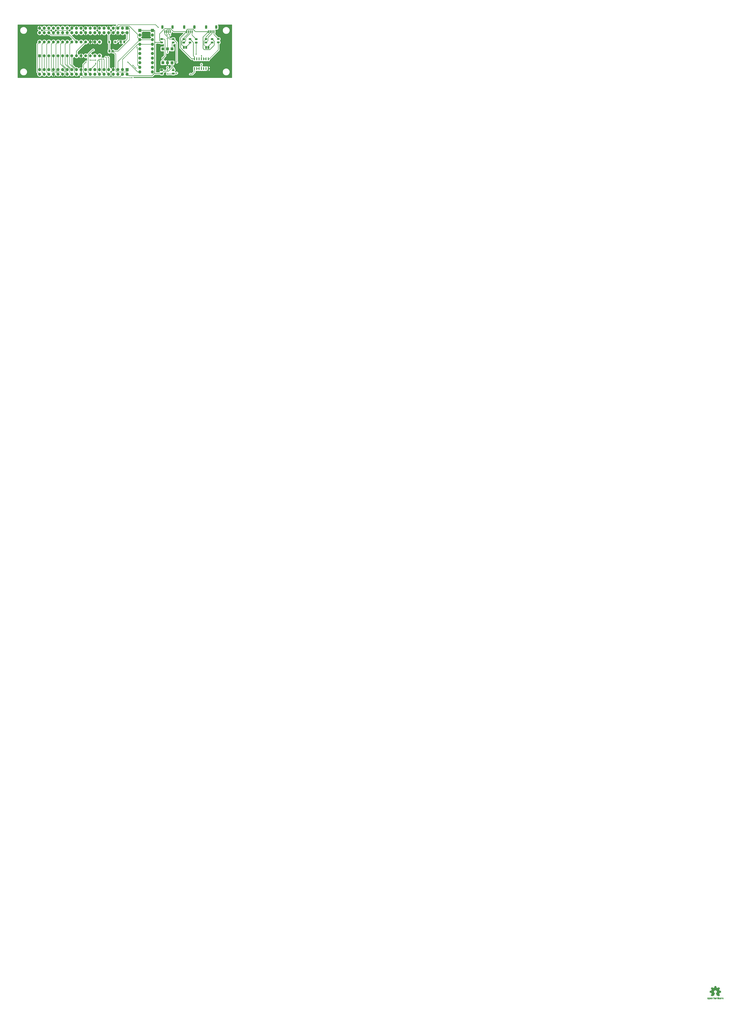
<source format=gbr>
G04 #@! TF.GenerationSoftware,KiCad,Pcbnew,5.0.2-5.fc29*
G04 #@! TF.CreationDate,2019-06-12T15:27:29+02:00*
G04 #@! TF.ProjectId,zynthian_zynaptik,7a796e74-6869-4616-9e5f-7a796e617074,1.0*
G04 #@! TF.SameCoordinates,Original*
G04 #@! TF.FileFunction,Copper,L1,Top*
G04 #@! TF.FilePolarity,Positive*
%FSLAX46Y46*%
G04 Gerber Fmt 4.6, Leading zero omitted, Abs format (unit mm)*
G04 Created by KiCad (PCBNEW 5.0.2-5.fc29) date mié 12 jun 2019 15:27:29 CEST*
%MOMM*%
%LPD*%
G01*
G04 APERTURE LIST*
G04 #@! TA.AperFunction,EtchedComponent*
%ADD10C,0.010000*%
G04 #@! TD*
G04 #@! TA.AperFunction,SMDPad,CuDef*
%ADD11R,0.600000X1.500000*%
G04 #@! TD*
G04 #@! TA.AperFunction,ComponentPad*
%ADD12R,1.600000X1.600000*%
G04 #@! TD*
G04 #@! TA.AperFunction,ComponentPad*
%ADD13O,1.600000X1.600000*%
G04 #@! TD*
G04 #@! TA.AperFunction,Conductor*
%ADD14C,0.100000*%
G04 #@! TD*
G04 #@! TA.AperFunction,SMDPad,CuDef*
%ADD15C,0.975000*%
G04 #@! TD*
G04 #@! TA.AperFunction,SMDPad,CuDef*
%ADD16R,0.500000X0.500000*%
G04 #@! TD*
G04 #@! TA.AperFunction,SMDPad,CuDef*
%ADD17R,0.900000X1.200000*%
G04 #@! TD*
G04 #@! TA.AperFunction,SMDPad,CuDef*
%ADD18C,0.600000*%
G04 #@! TD*
G04 #@! TA.AperFunction,SMDPad,CuDef*
%ADD19C,1.200000*%
G04 #@! TD*
G04 #@! TA.AperFunction,ComponentPad*
%ADD20R,1.700000X1.700000*%
G04 #@! TD*
G04 #@! TA.AperFunction,ComponentPad*
%ADD21O,1.700000X1.700000*%
G04 #@! TD*
G04 #@! TA.AperFunction,SMDPad,CuDef*
%ADD22R,1.600000X1.600000*%
G04 #@! TD*
G04 #@! TA.AperFunction,SMDPad,CuDef*
%ADD23R,1.000000X1.500000*%
G04 #@! TD*
G04 #@! TA.AperFunction,ViaPad*
%ADD24C,0.600000*%
G04 #@! TD*
G04 #@! TA.AperFunction,Conductor*
%ADD25C,0.250000*%
G04 #@! TD*
G04 #@! TA.AperFunction,Conductor*
%ADD26C,0.350000*%
G04 #@! TD*
G04 #@! TA.AperFunction,Conductor*
%ADD27C,0.254000*%
G04 #@! TD*
G04 APERTURE END LIST*
D10*
G04 #@! TO.C,REF\002A\002A\002A*
G36*
X439998886Y-637584505D02*
X440073539Y-637621727D01*
X440139431Y-637690261D01*
X440157577Y-637715648D01*
X440177345Y-637748866D01*
X440190172Y-637784945D01*
X440197510Y-637833098D01*
X440200813Y-637902536D01*
X440201538Y-637994206D01*
X440198263Y-638119830D01*
X440186877Y-638214154D01*
X440165041Y-638284523D01*
X440130419Y-638338286D01*
X440080670Y-638382788D01*
X440077014Y-638385423D01*
X440027985Y-638412377D01*
X439968945Y-638425712D01*
X439893859Y-638429000D01*
X439771795Y-638429000D01*
X439771744Y-638547497D01*
X439770608Y-638613492D01*
X439763686Y-638652202D01*
X439745598Y-638675419D01*
X439710962Y-638694933D01*
X439702645Y-638698920D01*
X439663720Y-638717603D01*
X439633583Y-638729403D01*
X439611174Y-638730422D01*
X439595433Y-638716761D01*
X439585302Y-638684522D01*
X439579723Y-638629804D01*
X439577635Y-638548711D01*
X439577981Y-638437344D01*
X439579700Y-638291802D01*
X439580237Y-638248269D01*
X439582172Y-638098205D01*
X439583904Y-638000042D01*
X439771692Y-638000042D01*
X439772748Y-638083364D01*
X439777438Y-638137880D01*
X439788051Y-638173837D01*
X439806872Y-638201482D01*
X439819650Y-638214965D01*
X439871890Y-638254417D01*
X439918142Y-638257628D01*
X439965867Y-638225049D01*
X439967077Y-638223846D01*
X439986494Y-638198668D01*
X439998307Y-638164447D01*
X440004265Y-638111748D01*
X440006120Y-638031131D01*
X440006154Y-638013271D01*
X440001670Y-637902175D01*
X439987074Y-637825161D01*
X439960650Y-637778147D01*
X439920683Y-637757050D01*
X439897584Y-637754923D01*
X439842762Y-637764900D01*
X439805158Y-637797752D01*
X439782523Y-637857857D01*
X439772606Y-637949598D01*
X439771692Y-638000042D01*
X439583904Y-638000042D01*
X439584222Y-637982060D01*
X439586873Y-637894679D01*
X439590606Y-637830905D01*
X439595907Y-637785582D01*
X439603258Y-637753555D01*
X439613143Y-637729668D01*
X439626046Y-637708764D01*
X439631579Y-637700898D01*
X439704969Y-637626595D01*
X439797760Y-637584467D01*
X439905096Y-637572722D01*
X439998886Y-637584505D01*
X439998886Y-637584505D01*
G37*
X439998886Y-637584505D02*
X440073539Y-637621727D01*
X440139431Y-637690261D01*
X440157577Y-637715648D01*
X440177345Y-637748866D01*
X440190172Y-637784945D01*
X440197510Y-637833098D01*
X440200813Y-637902536D01*
X440201538Y-637994206D01*
X440198263Y-638119830D01*
X440186877Y-638214154D01*
X440165041Y-638284523D01*
X440130419Y-638338286D01*
X440080670Y-638382788D01*
X440077014Y-638385423D01*
X440027985Y-638412377D01*
X439968945Y-638425712D01*
X439893859Y-638429000D01*
X439771795Y-638429000D01*
X439771744Y-638547497D01*
X439770608Y-638613492D01*
X439763686Y-638652202D01*
X439745598Y-638675419D01*
X439710962Y-638694933D01*
X439702645Y-638698920D01*
X439663720Y-638717603D01*
X439633583Y-638729403D01*
X439611174Y-638730422D01*
X439595433Y-638716761D01*
X439585302Y-638684522D01*
X439579723Y-638629804D01*
X439577635Y-638548711D01*
X439577981Y-638437344D01*
X439579700Y-638291802D01*
X439580237Y-638248269D01*
X439582172Y-638098205D01*
X439583904Y-638000042D01*
X439771692Y-638000042D01*
X439772748Y-638083364D01*
X439777438Y-638137880D01*
X439788051Y-638173837D01*
X439806872Y-638201482D01*
X439819650Y-638214965D01*
X439871890Y-638254417D01*
X439918142Y-638257628D01*
X439965867Y-638225049D01*
X439967077Y-638223846D01*
X439986494Y-638198668D01*
X439998307Y-638164447D01*
X440004265Y-638111748D01*
X440006120Y-638031131D01*
X440006154Y-638013271D01*
X440001670Y-637902175D01*
X439987074Y-637825161D01*
X439960650Y-637778147D01*
X439920683Y-637757050D01*
X439897584Y-637754923D01*
X439842762Y-637764900D01*
X439805158Y-637797752D01*
X439782523Y-637857857D01*
X439772606Y-637949598D01*
X439771692Y-638000042D01*
X439583904Y-638000042D01*
X439584222Y-637982060D01*
X439586873Y-637894679D01*
X439590606Y-637830905D01*
X439595907Y-637785582D01*
X439603258Y-637753555D01*
X439613143Y-637729668D01*
X439626046Y-637708764D01*
X439631579Y-637700898D01*
X439704969Y-637626595D01*
X439797760Y-637584467D01*
X439905096Y-637572722D01*
X439998886Y-637584505D01*
G36*
X441501664Y-637595089D02*
X441564367Y-637631358D01*
X441607961Y-637667358D01*
X441639845Y-637705075D01*
X441661810Y-637751199D01*
X441675649Y-637812421D01*
X441683153Y-637895431D01*
X441686117Y-638006919D01*
X441686461Y-638087062D01*
X441686461Y-638382065D01*
X441520385Y-638456515D01*
X441510615Y-638133402D01*
X441506579Y-638012729D01*
X441502344Y-637925141D01*
X441497097Y-637864650D01*
X441490025Y-637825268D01*
X441480311Y-637801007D01*
X441467144Y-637785880D01*
X441462919Y-637782606D01*
X441398909Y-637757034D01*
X441334208Y-637767153D01*
X441295692Y-637794000D01*
X441280025Y-637813024D01*
X441269180Y-637837988D01*
X441262288Y-637875834D01*
X441258479Y-637933502D01*
X441256883Y-638017935D01*
X441256615Y-638105928D01*
X441256563Y-638216323D01*
X441254672Y-638294463D01*
X441248345Y-638347165D01*
X441234983Y-638381242D01*
X441211985Y-638403511D01*
X441176754Y-638420787D01*
X441129697Y-638438738D01*
X441078303Y-638458278D01*
X441084421Y-638111485D01*
X441086884Y-637986468D01*
X441089767Y-637894082D01*
X441093898Y-637827881D01*
X441100107Y-637781420D01*
X441109226Y-637748256D01*
X441122083Y-637721944D01*
X441137584Y-637698729D01*
X441212371Y-637624569D01*
X441303628Y-637581684D01*
X441402883Y-637571412D01*
X441501664Y-637595089D01*
X441501664Y-637595089D01*
G37*
X441501664Y-637595089D02*
X441564367Y-637631358D01*
X441607961Y-637667358D01*
X441639845Y-637705075D01*
X441661810Y-637751199D01*
X441675649Y-637812421D01*
X441683153Y-637895431D01*
X441686117Y-638006919D01*
X441686461Y-638087062D01*
X441686461Y-638382065D01*
X441520385Y-638456515D01*
X441510615Y-638133402D01*
X441506579Y-638012729D01*
X441502344Y-637925141D01*
X441497097Y-637864650D01*
X441490025Y-637825268D01*
X441480311Y-637801007D01*
X441467144Y-637785880D01*
X441462919Y-637782606D01*
X441398909Y-637757034D01*
X441334208Y-637767153D01*
X441295692Y-637794000D01*
X441280025Y-637813024D01*
X441269180Y-637837988D01*
X441262288Y-637875834D01*
X441258479Y-637933502D01*
X441256883Y-638017935D01*
X441256615Y-638105928D01*
X441256563Y-638216323D01*
X441254672Y-638294463D01*
X441248345Y-638347165D01*
X441234983Y-638381242D01*
X441211985Y-638403511D01*
X441176754Y-638420787D01*
X441129697Y-638438738D01*
X441078303Y-638458278D01*
X441084421Y-638111485D01*
X441086884Y-637986468D01*
X441089767Y-637894082D01*
X441093898Y-637827881D01*
X441100107Y-637781420D01*
X441109226Y-637748256D01*
X441122083Y-637721944D01*
X441137584Y-637698729D01*
X441212371Y-637624569D01*
X441303628Y-637581684D01*
X441402883Y-637571412D01*
X441501664Y-637595089D01*
G36*
X439246886Y-637587256D02*
X439338464Y-637635409D01*
X439406049Y-637712905D01*
X439430057Y-637762727D01*
X439448738Y-637837533D01*
X439458301Y-637932052D01*
X439459208Y-638035210D01*
X439451921Y-638135935D01*
X439436903Y-638223153D01*
X439414615Y-638285791D01*
X439407765Y-638296579D01*
X439326632Y-638377105D01*
X439230266Y-638425336D01*
X439125701Y-638439450D01*
X439019968Y-638417629D01*
X438990543Y-638404547D01*
X438933241Y-638364231D01*
X438882950Y-638310775D01*
X438878197Y-638303995D01*
X438858878Y-638271321D01*
X438846108Y-638236394D01*
X438838564Y-638190414D01*
X438834924Y-638124584D01*
X438833865Y-638030105D01*
X438833846Y-638008923D01*
X438833894Y-638002182D01*
X439029231Y-638002182D01*
X439030368Y-638091349D01*
X439034841Y-638150520D01*
X439044246Y-638188741D01*
X439060176Y-638215053D01*
X439068308Y-638223846D01*
X439115058Y-638257261D01*
X439160447Y-638255737D01*
X439206340Y-638226752D01*
X439233712Y-638195809D01*
X439249923Y-638150643D01*
X439259026Y-638079420D01*
X439259651Y-638071114D01*
X439261204Y-637942037D01*
X439244965Y-637846172D01*
X439211152Y-637784107D01*
X439159984Y-637756432D01*
X439141720Y-637754923D01*
X439093760Y-637762513D01*
X439060953Y-637788808D01*
X439040895Y-637839095D01*
X439031178Y-637918664D01*
X439029231Y-638002182D01*
X438833894Y-638002182D01*
X438834574Y-637908249D01*
X438837629Y-637837906D01*
X438844322Y-637789163D01*
X438855960Y-637753288D01*
X438873853Y-637721548D01*
X438877808Y-637715648D01*
X438944267Y-637636104D01*
X439016685Y-637589929D01*
X439104849Y-637571599D01*
X439134787Y-637570703D01*
X439246886Y-637587256D01*
X439246886Y-637587256D01*
G37*
X439246886Y-637587256D02*
X439338464Y-637635409D01*
X439406049Y-637712905D01*
X439430057Y-637762727D01*
X439448738Y-637837533D01*
X439458301Y-637932052D01*
X439459208Y-638035210D01*
X439451921Y-638135935D01*
X439436903Y-638223153D01*
X439414615Y-638285791D01*
X439407765Y-638296579D01*
X439326632Y-638377105D01*
X439230266Y-638425336D01*
X439125701Y-638439450D01*
X439019968Y-638417629D01*
X438990543Y-638404547D01*
X438933241Y-638364231D01*
X438882950Y-638310775D01*
X438878197Y-638303995D01*
X438858878Y-638271321D01*
X438846108Y-638236394D01*
X438838564Y-638190414D01*
X438834924Y-638124584D01*
X438833865Y-638030105D01*
X438833846Y-638008923D01*
X438833894Y-638002182D01*
X439029231Y-638002182D01*
X439030368Y-638091349D01*
X439034841Y-638150520D01*
X439044246Y-638188741D01*
X439060176Y-638215053D01*
X439068308Y-638223846D01*
X439115058Y-638257261D01*
X439160447Y-638255737D01*
X439206340Y-638226752D01*
X439233712Y-638195809D01*
X439249923Y-638150643D01*
X439259026Y-638079420D01*
X439259651Y-638071114D01*
X439261204Y-637942037D01*
X439244965Y-637846172D01*
X439211152Y-637784107D01*
X439159984Y-637756432D01*
X439141720Y-637754923D01*
X439093760Y-637762513D01*
X439060953Y-637788808D01*
X439040895Y-637839095D01*
X439031178Y-637918664D01*
X439029231Y-638002182D01*
X438833894Y-638002182D01*
X438834574Y-637908249D01*
X438837629Y-637837906D01*
X438844322Y-637789163D01*
X438855960Y-637753288D01*
X438873853Y-637721548D01*
X438877808Y-637715648D01*
X438944267Y-637636104D01*
X439016685Y-637589929D01*
X439104849Y-637571599D01*
X439134787Y-637570703D01*
X439246886Y-637587256D01*
G36*
X440764254Y-637599745D02*
X440841286Y-637651567D01*
X440900816Y-637726412D01*
X440936378Y-637821654D01*
X440943571Y-637891756D01*
X440942754Y-637921009D01*
X440935914Y-637943407D01*
X440917112Y-637963474D01*
X440880408Y-637985733D01*
X440819862Y-638014709D01*
X440729534Y-638054927D01*
X440729077Y-638055129D01*
X440645933Y-638093210D01*
X440577753Y-638127025D01*
X440531505Y-638152933D01*
X440514158Y-638167295D01*
X440514154Y-638167411D01*
X440529443Y-638198685D01*
X440565196Y-638233157D01*
X440606242Y-638257990D01*
X440627037Y-638262923D01*
X440683770Y-638245862D01*
X440732627Y-638203133D01*
X440756465Y-638156155D01*
X440779397Y-638121522D01*
X440824318Y-638082081D01*
X440877123Y-638048009D01*
X440923710Y-638029480D01*
X440933452Y-638028462D01*
X440944418Y-638045215D01*
X440945079Y-638088039D01*
X440937020Y-638145781D01*
X440921827Y-638207289D01*
X440901086Y-638261409D01*
X440900038Y-638263510D01*
X440837621Y-638350660D01*
X440756726Y-638409939D01*
X440664856Y-638439034D01*
X440569513Y-638435634D01*
X440478198Y-638397428D01*
X440474138Y-638394741D01*
X440402306Y-638329642D01*
X440355073Y-638244705D01*
X440328934Y-638133021D01*
X440325426Y-638101643D01*
X440319213Y-637953536D01*
X440326661Y-637884468D01*
X440514154Y-637884468D01*
X440516590Y-637927552D01*
X440529914Y-637940126D01*
X440563132Y-637930719D01*
X440615494Y-637908483D01*
X440674024Y-637880610D01*
X440675479Y-637879872D01*
X440725089Y-637853777D01*
X440745000Y-637836363D01*
X440740090Y-637818107D01*
X440719416Y-637794120D01*
X440666819Y-637759406D01*
X440610177Y-637756856D01*
X440559369Y-637782119D01*
X440524276Y-637830847D01*
X440514154Y-637884468D01*
X440326661Y-637884468D01*
X440331992Y-637835036D01*
X440364778Y-637741055D01*
X440410421Y-637675215D01*
X440492802Y-637608681D01*
X440583546Y-637575676D01*
X440676185Y-637573573D01*
X440764254Y-637599745D01*
X440764254Y-637599745D01*
G37*
X440764254Y-637599745D02*
X440841286Y-637651567D01*
X440900816Y-637726412D01*
X440936378Y-637821654D01*
X440943571Y-637891756D01*
X440942754Y-637921009D01*
X440935914Y-637943407D01*
X440917112Y-637963474D01*
X440880408Y-637985733D01*
X440819862Y-638014709D01*
X440729534Y-638054927D01*
X440729077Y-638055129D01*
X440645933Y-638093210D01*
X440577753Y-638127025D01*
X440531505Y-638152933D01*
X440514158Y-638167295D01*
X440514154Y-638167411D01*
X440529443Y-638198685D01*
X440565196Y-638233157D01*
X440606242Y-638257990D01*
X440627037Y-638262923D01*
X440683770Y-638245862D01*
X440732627Y-638203133D01*
X440756465Y-638156155D01*
X440779397Y-638121522D01*
X440824318Y-638082081D01*
X440877123Y-638048009D01*
X440923710Y-638029480D01*
X440933452Y-638028462D01*
X440944418Y-638045215D01*
X440945079Y-638088039D01*
X440937020Y-638145781D01*
X440921827Y-638207289D01*
X440901086Y-638261409D01*
X440900038Y-638263510D01*
X440837621Y-638350660D01*
X440756726Y-638409939D01*
X440664856Y-638439034D01*
X440569513Y-638435634D01*
X440478198Y-638397428D01*
X440474138Y-638394741D01*
X440402306Y-638329642D01*
X440355073Y-638244705D01*
X440328934Y-638133021D01*
X440325426Y-638101643D01*
X440319213Y-637953536D01*
X440326661Y-637884468D01*
X440514154Y-637884468D01*
X440516590Y-637927552D01*
X440529914Y-637940126D01*
X440563132Y-637930719D01*
X440615494Y-637908483D01*
X440674024Y-637880610D01*
X440675479Y-637879872D01*
X440725089Y-637853777D01*
X440745000Y-637836363D01*
X440740090Y-637818107D01*
X440719416Y-637794120D01*
X440666819Y-637759406D01*
X440610177Y-637756856D01*
X440559369Y-637782119D01*
X440524276Y-637830847D01*
X440514154Y-637884468D01*
X440326661Y-637884468D01*
X440331992Y-637835036D01*
X440364778Y-637741055D01*
X440410421Y-637675215D01*
X440492802Y-637608681D01*
X440583546Y-637575676D01*
X440676185Y-637573573D01*
X440764254Y-637599745D01*
G36*
X442389846Y-637492120D02*
X442395572Y-637571980D01*
X442402149Y-637619039D01*
X442411262Y-637639566D01*
X442424598Y-637639829D01*
X442428923Y-637637378D01*
X442486444Y-637619636D01*
X442561268Y-637620672D01*
X442637339Y-637638910D01*
X442684918Y-637662505D01*
X442733702Y-637700198D01*
X442769364Y-637742855D01*
X442793845Y-637797057D01*
X442809087Y-637869384D01*
X442817030Y-637966419D01*
X442819616Y-638094742D01*
X442819662Y-638119358D01*
X442819692Y-638395870D01*
X442758161Y-638417320D01*
X442714459Y-638431912D01*
X442690482Y-638438706D01*
X442689777Y-638438769D01*
X442687415Y-638420345D01*
X442685406Y-638369526D01*
X442683901Y-638292993D01*
X442683053Y-638197430D01*
X442682923Y-638139329D01*
X442682651Y-638024771D01*
X442681252Y-637942667D01*
X442677849Y-637886393D01*
X442671567Y-637849326D01*
X442661529Y-637824844D01*
X442646861Y-637806325D01*
X442637702Y-637797406D01*
X442574789Y-637761466D01*
X442506136Y-637758775D01*
X442443848Y-637789170D01*
X442432329Y-637800144D01*
X442415433Y-637820779D01*
X442403714Y-637845256D01*
X442396233Y-637880647D01*
X442392054Y-637934026D01*
X442390237Y-638012466D01*
X442389846Y-638120617D01*
X442389846Y-638395870D01*
X442328315Y-638417320D01*
X442284613Y-638431912D01*
X442260636Y-638438706D01*
X442259930Y-638438769D01*
X442258126Y-638420069D01*
X442256500Y-638367322D01*
X442255117Y-638285557D01*
X442254042Y-638179805D01*
X442253340Y-638055094D01*
X442253077Y-637916455D01*
X442253077Y-637381806D01*
X442380077Y-637328236D01*
X442389846Y-637492120D01*
X442389846Y-637492120D01*
G37*
X442389846Y-637492120D02*
X442395572Y-637571980D01*
X442402149Y-637619039D01*
X442411262Y-637639566D01*
X442424598Y-637639829D01*
X442428923Y-637637378D01*
X442486444Y-637619636D01*
X442561268Y-637620672D01*
X442637339Y-637638910D01*
X442684918Y-637662505D01*
X442733702Y-637700198D01*
X442769364Y-637742855D01*
X442793845Y-637797057D01*
X442809087Y-637869384D01*
X442817030Y-637966419D01*
X442819616Y-638094742D01*
X442819662Y-638119358D01*
X442819692Y-638395870D01*
X442758161Y-638417320D01*
X442714459Y-638431912D01*
X442690482Y-638438706D01*
X442689777Y-638438769D01*
X442687415Y-638420345D01*
X442685406Y-638369526D01*
X442683901Y-638292993D01*
X442683053Y-638197430D01*
X442682923Y-638139329D01*
X442682651Y-638024771D01*
X442681252Y-637942667D01*
X442677849Y-637886393D01*
X442671567Y-637849326D01*
X442661529Y-637824844D01*
X442646861Y-637806325D01*
X442637702Y-637797406D01*
X442574789Y-637761466D01*
X442506136Y-637758775D01*
X442443848Y-637789170D01*
X442432329Y-637800144D01*
X442415433Y-637820779D01*
X442403714Y-637845256D01*
X442396233Y-637880647D01*
X442392054Y-637934026D01*
X442390237Y-638012466D01*
X442389846Y-638120617D01*
X442389846Y-638395870D01*
X442328315Y-638417320D01*
X442284613Y-638431912D01*
X442260636Y-638438706D01*
X442259930Y-638438769D01*
X442258126Y-638420069D01*
X442256500Y-638367322D01*
X442255117Y-638285557D01*
X442254042Y-638179805D01*
X442253340Y-638055094D01*
X442253077Y-637916455D01*
X442253077Y-637381806D01*
X442380077Y-637328236D01*
X442389846Y-637492120D01*
G36*
X443283501Y-637626303D02*
X443360060Y-637654733D01*
X443360936Y-637655279D01*
X443408285Y-637690127D01*
X443443241Y-637730852D01*
X443467825Y-637783925D01*
X443484062Y-637855814D01*
X443493975Y-637952992D01*
X443499586Y-638081928D01*
X443500077Y-638100298D01*
X443507141Y-638377287D01*
X443447695Y-638408028D01*
X443404681Y-638428802D01*
X443378710Y-638438646D01*
X443377509Y-638438769D01*
X443373014Y-638420606D01*
X443369444Y-638371612D01*
X443367248Y-638300031D01*
X443366769Y-638242068D01*
X443366758Y-638148170D01*
X443362466Y-638089203D01*
X443347503Y-638061079D01*
X443315482Y-638059706D01*
X443260014Y-638080998D01*
X443176269Y-638120136D01*
X443114689Y-638152643D01*
X443083017Y-638180845D01*
X443073706Y-638211582D01*
X443073692Y-638213104D01*
X443089057Y-638266054D01*
X443134547Y-638294660D01*
X443204166Y-638298803D01*
X443254313Y-638298084D01*
X443280754Y-638312527D01*
X443297243Y-638347218D01*
X443306733Y-638391416D01*
X443293057Y-638416493D01*
X443287907Y-638420082D01*
X443239425Y-638434496D01*
X443171531Y-638436537D01*
X443101612Y-638426983D01*
X443052068Y-638409522D01*
X442983570Y-638351364D01*
X442944634Y-638270408D01*
X442936923Y-638207160D01*
X442942807Y-638150111D01*
X442964101Y-638103542D01*
X443006265Y-638062181D01*
X443074759Y-638020755D01*
X443175044Y-637973993D01*
X443181154Y-637971350D01*
X443271490Y-637929617D01*
X443327235Y-637895391D01*
X443351129Y-637864635D01*
X443345913Y-637833311D01*
X443314328Y-637797383D01*
X443304883Y-637789116D01*
X443241617Y-637757058D01*
X443176064Y-637758407D01*
X443118972Y-637789838D01*
X443081093Y-637848024D01*
X443077574Y-637859446D01*
X443043300Y-637914837D01*
X442999809Y-637941518D01*
X442936923Y-637967960D01*
X442936923Y-637899548D01*
X442956052Y-637800110D01*
X443012831Y-637708902D01*
X443042378Y-637678389D01*
X443109542Y-637639228D01*
X443194956Y-637621500D01*
X443283501Y-637626303D01*
X443283501Y-637626303D01*
G37*
X443283501Y-637626303D02*
X443360060Y-637654733D01*
X443360936Y-637655279D01*
X443408285Y-637690127D01*
X443443241Y-637730852D01*
X443467825Y-637783925D01*
X443484062Y-637855814D01*
X443493975Y-637952992D01*
X443499586Y-638081928D01*
X443500077Y-638100298D01*
X443507141Y-638377287D01*
X443447695Y-638408028D01*
X443404681Y-638428802D01*
X443378710Y-638438646D01*
X443377509Y-638438769D01*
X443373014Y-638420606D01*
X443369444Y-638371612D01*
X443367248Y-638300031D01*
X443366769Y-638242068D01*
X443366758Y-638148170D01*
X443362466Y-638089203D01*
X443347503Y-638061079D01*
X443315482Y-638059706D01*
X443260014Y-638080998D01*
X443176269Y-638120136D01*
X443114689Y-638152643D01*
X443083017Y-638180845D01*
X443073706Y-638211582D01*
X443073692Y-638213104D01*
X443089057Y-638266054D01*
X443134547Y-638294660D01*
X443204166Y-638298803D01*
X443254313Y-638298084D01*
X443280754Y-638312527D01*
X443297243Y-638347218D01*
X443306733Y-638391416D01*
X443293057Y-638416493D01*
X443287907Y-638420082D01*
X443239425Y-638434496D01*
X443171531Y-638436537D01*
X443101612Y-638426983D01*
X443052068Y-638409522D01*
X442983570Y-638351364D01*
X442944634Y-638270408D01*
X442936923Y-638207160D01*
X442942807Y-638150111D01*
X442964101Y-638103542D01*
X443006265Y-638062181D01*
X443074759Y-638020755D01*
X443175044Y-637973993D01*
X443181154Y-637971350D01*
X443271490Y-637929617D01*
X443327235Y-637895391D01*
X443351129Y-637864635D01*
X443345913Y-637833311D01*
X443314328Y-637797383D01*
X443304883Y-637789116D01*
X443241617Y-637757058D01*
X443176064Y-637758407D01*
X443118972Y-637789838D01*
X443081093Y-637848024D01*
X443077574Y-637859446D01*
X443043300Y-637914837D01*
X442999809Y-637941518D01*
X442936923Y-637967960D01*
X442936923Y-637899548D01*
X442956052Y-637800110D01*
X443012831Y-637708902D01*
X443042378Y-637678389D01*
X443109542Y-637639228D01*
X443194956Y-637621500D01*
X443283501Y-637626303D01*
G36*
X443943362Y-637624670D02*
X444032117Y-637657421D01*
X444104022Y-637715350D01*
X444132144Y-637756128D01*
X444162802Y-637830954D01*
X444162165Y-637885058D01*
X444129987Y-637921446D01*
X444118081Y-637927633D01*
X444066675Y-637946925D01*
X444040422Y-637941982D01*
X444031530Y-637909587D01*
X444031077Y-637891692D01*
X444014797Y-637825859D01*
X443972365Y-637779807D01*
X443913388Y-637757564D01*
X443847475Y-637763161D01*
X443793895Y-637792229D01*
X443775798Y-637808810D01*
X443762971Y-637828925D01*
X443754306Y-637859332D01*
X443748696Y-637906788D01*
X443745035Y-637978050D01*
X443742215Y-638079875D01*
X443741484Y-638112115D01*
X443738820Y-638222410D01*
X443735792Y-638300036D01*
X443731250Y-638351396D01*
X443724046Y-638382890D01*
X443713033Y-638400920D01*
X443697060Y-638411888D01*
X443686834Y-638416733D01*
X443643406Y-638433301D01*
X443617842Y-638438769D01*
X443609395Y-638420507D01*
X443604239Y-638365296D01*
X443602346Y-638272499D01*
X443603689Y-638141478D01*
X443604107Y-638121269D01*
X443607058Y-638001733D01*
X443610548Y-637914449D01*
X443615514Y-637852591D01*
X443622893Y-637809336D01*
X443633624Y-637777860D01*
X443648645Y-637751339D01*
X443656502Y-637739975D01*
X443701553Y-637689692D01*
X443751940Y-637650581D01*
X443758108Y-637647167D01*
X443848458Y-637620212D01*
X443943362Y-637624670D01*
X443943362Y-637624670D01*
G37*
X443943362Y-637624670D02*
X444032117Y-637657421D01*
X444104022Y-637715350D01*
X444132144Y-637756128D01*
X444162802Y-637830954D01*
X444162165Y-637885058D01*
X444129987Y-637921446D01*
X444118081Y-637927633D01*
X444066675Y-637946925D01*
X444040422Y-637941982D01*
X444031530Y-637909587D01*
X444031077Y-637891692D01*
X444014797Y-637825859D01*
X443972365Y-637779807D01*
X443913388Y-637757564D01*
X443847475Y-637763161D01*
X443793895Y-637792229D01*
X443775798Y-637808810D01*
X443762971Y-637828925D01*
X443754306Y-637859332D01*
X443748696Y-637906788D01*
X443745035Y-637978050D01*
X443742215Y-638079875D01*
X443741484Y-638112115D01*
X443738820Y-638222410D01*
X443735792Y-638300036D01*
X443731250Y-638351396D01*
X443724046Y-638382890D01*
X443713033Y-638400920D01*
X443697060Y-638411888D01*
X443686834Y-638416733D01*
X443643406Y-638433301D01*
X443617842Y-638438769D01*
X443609395Y-638420507D01*
X443604239Y-638365296D01*
X443602346Y-638272499D01*
X443603689Y-638141478D01*
X443604107Y-638121269D01*
X443607058Y-638001733D01*
X443610548Y-637914449D01*
X443615514Y-637852591D01*
X443622893Y-637809336D01*
X443633624Y-637777860D01*
X443648645Y-637751339D01*
X443656502Y-637739975D01*
X443701553Y-637689692D01*
X443751940Y-637650581D01*
X443758108Y-637647167D01*
X443848458Y-637620212D01*
X443943362Y-637624670D01*
G36*
X444832081Y-637780289D02*
X444831833Y-637926320D01*
X444830872Y-638038655D01*
X444828794Y-638122678D01*
X444825193Y-638183769D01*
X444819665Y-638227309D01*
X444811804Y-638258679D01*
X444801207Y-638283262D01*
X444793182Y-638297294D01*
X444726728Y-638373388D01*
X444642470Y-638421084D01*
X444549249Y-638438199D01*
X444455900Y-638422546D01*
X444400312Y-638394418D01*
X444341957Y-638345760D01*
X444302186Y-638286333D01*
X444278190Y-638208507D01*
X444267161Y-638104652D01*
X444265599Y-638028462D01*
X444265809Y-638022986D01*
X444402308Y-638022986D01*
X444403141Y-638110355D01*
X444406961Y-638168192D01*
X444415746Y-638206029D01*
X444431474Y-638233398D01*
X444450266Y-638254042D01*
X444513375Y-638293890D01*
X444581137Y-638297295D01*
X444645179Y-638264025D01*
X444650164Y-638259517D01*
X444671439Y-638236067D01*
X444684779Y-638208166D01*
X444692001Y-638166641D01*
X444694923Y-638102316D01*
X444695385Y-638031200D01*
X444694383Y-637941858D01*
X444690238Y-637882258D01*
X444681236Y-637843089D01*
X444665667Y-637815040D01*
X444652902Y-637800144D01*
X444593600Y-637762575D01*
X444525301Y-637758057D01*
X444460110Y-637786753D01*
X444447528Y-637797406D01*
X444426111Y-637821063D01*
X444412744Y-637849251D01*
X444405566Y-637891245D01*
X444402719Y-637956319D01*
X444402308Y-638022986D01*
X444265809Y-638022986D01*
X444270322Y-637905765D01*
X444286362Y-637813577D01*
X444316528Y-637744269D01*
X444363629Y-637690211D01*
X444400312Y-637662505D01*
X444466990Y-637632572D01*
X444544272Y-637618678D01*
X444616110Y-637622397D01*
X444656308Y-637637400D01*
X444672082Y-637641670D01*
X444682550Y-637625750D01*
X444689856Y-637583089D01*
X444695385Y-637518106D01*
X444701437Y-637445732D01*
X444709844Y-637402187D01*
X444725141Y-637377287D01*
X444751864Y-637360845D01*
X444768654Y-637353564D01*
X444832154Y-637326963D01*
X444832081Y-637780289D01*
X444832081Y-637780289D01*
G37*
X444832081Y-637780289D02*
X444831833Y-637926320D01*
X444830872Y-638038655D01*
X444828794Y-638122678D01*
X444825193Y-638183769D01*
X444819665Y-638227309D01*
X444811804Y-638258679D01*
X444801207Y-638283262D01*
X444793182Y-638297294D01*
X444726728Y-638373388D01*
X444642470Y-638421084D01*
X444549249Y-638438199D01*
X444455900Y-638422546D01*
X444400312Y-638394418D01*
X444341957Y-638345760D01*
X444302186Y-638286333D01*
X444278190Y-638208507D01*
X444267161Y-638104652D01*
X444265599Y-638028462D01*
X444265809Y-638022986D01*
X444402308Y-638022986D01*
X444403141Y-638110355D01*
X444406961Y-638168192D01*
X444415746Y-638206029D01*
X444431474Y-638233398D01*
X444450266Y-638254042D01*
X444513375Y-638293890D01*
X444581137Y-638297295D01*
X444645179Y-638264025D01*
X444650164Y-638259517D01*
X444671439Y-638236067D01*
X444684779Y-638208166D01*
X444692001Y-638166641D01*
X444694923Y-638102316D01*
X444695385Y-638031200D01*
X444694383Y-637941858D01*
X444690238Y-637882258D01*
X444681236Y-637843089D01*
X444665667Y-637815040D01*
X444652902Y-637800144D01*
X444593600Y-637762575D01*
X444525301Y-637758057D01*
X444460110Y-637786753D01*
X444447528Y-637797406D01*
X444426111Y-637821063D01*
X444412744Y-637849251D01*
X444405566Y-637891245D01*
X444402719Y-637956319D01*
X444402308Y-638022986D01*
X444265809Y-638022986D01*
X444270322Y-637905765D01*
X444286362Y-637813577D01*
X444316528Y-637744269D01*
X444363629Y-637690211D01*
X444400312Y-637662505D01*
X444466990Y-637632572D01*
X444544272Y-637618678D01*
X444616110Y-637622397D01*
X444656308Y-637637400D01*
X444672082Y-637641670D01*
X444682550Y-637625750D01*
X444689856Y-637583089D01*
X444695385Y-637518106D01*
X444701437Y-637445732D01*
X444709844Y-637402187D01*
X444725141Y-637377287D01*
X444751864Y-637360845D01*
X444768654Y-637353564D01*
X444832154Y-637326963D01*
X444832081Y-637780289D01*
G36*
X445625929Y-637636662D02*
X445628911Y-637688068D01*
X445631247Y-637766192D01*
X445632749Y-637864857D01*
X445633231Y-637968343D01*
X445633231Y-638318533D01*
X445571401Y-638380363D01*
X445528793Y-638418462D01*
X445491390Y-638433895D01*
X445440270Y-638432918D01*
X445419978Y-638430433D01*
X445356554Y-638423200D01*
X445304095Y-638419055D01*
X445291308Y-638418672D01*
X445248199Y-638421176D01*
X445186544Y-638427462D01*
X445162638Y-638430433D01*
X445103922Y-638435028D01*
X445064464Y-638425046D01*
X445025338Y-638394228D01*
X445011215Y-638380363D01*
X444949385Y-638318533D01*
X444949385Y-637663503D01*
X444999150Y-637640829D01*
X445042002Y-637624034D01*
X445067073Y-637618154D01*
X445073501Y-637636736D01*
X445079509Y-637688655D01*
X445084697Y-637768172D01*
X445088664Y-637869546D01*
X445090577Y-637955192D01*
X445095923Y-638292231D01*
X445142560Y-638298825D01*
X445184976Y-638294214D01*
X445205760Y-638279287D01*
X445211570Y-638251377D01*
X445216530Y-638191925D01*
X445220246Y-638108466D01*
X445222324Y-638008532D01*
X445222624Y-637957104D01*
X445222923Y-637661054D01*
X445284454Y-637639604D01*
X445328004Y-637625020D01*
X445351694Y-637618219D01*
X445352377Y-637618154D01*
X445354754Y-637636642D01*
X445357366Y-637687906D01*
X445359995Y-637765649D01*
X445362421Y-637863574D01*
X445364115Y-637955192D01*
X445369461Y-638292231D01*
X445486692Y-638292231D01*
X445492072Y-637984746D01*
X445497451Y-637677261D01*
X445554601Y-637647707D01*
X445596797Y-637627413D01*
X445621770Y-637618204D01*
X445622491Y-637618154D01*
X445625929Y-637636662D01*
X445625929Y-637636662D01*
G37*
X445625929Y-637636662D02*
X445628911Y-637688068D01*
X445631247Y-637766192D01*
X445632749Y-637864857D01*
X445633231Y-637968343D01*
X445633231Y-638318533D01*
X445571401Y-638380363D01*
X445528793Y-638418462D01*
X445491390Y-638433895D01*
X445440270Y-638432918D01*
X445419978Y-638430433D01*
X445356554Y-638423200D01*
X445304095Y-638419055D01*
X445291308Y-638418672D01*
X445248199Y-638421176D01*
X445186544Y-638427462D01*
X445162638Y-638430433D01*
X445103922Y-638435028D01*
X445064464Y-638425046D01*
X445025338Y-638394228D01*
X445011215Y-638380363D01*
X444949385Y-638318533D01*
X444949385Y-637663503D01*
X444999150Y-637640829D01*
X445042002Y-637624034D01*
X445067073Y-637618154D01*
X445073501Y-637636736D01*
X445079509Y-637688655D01*
X445084697Y-637768172D01*
X445088664Y-637869546D01*
X445090577Y-637955192D01*
X445095923Y-638292231D01*
X445142560Y-638298825D01*
X445184976Y-638294214D01*
X445205760Y-638279287D01*
X445211570Y-638251377D01*
X445216530Y-638191925D01*
X445220246Y-638108466D01*
X445222324Y-638008532D01*
X445222624Y-637957104D01*
X445222923Y-637661054D01*
X445284454Y-637639604D01*
X445328004Y-637625020D01*
X445351694Y-637618219D01*
X445352377Y-637618154D01*
X445354754Y-637636642D01*
X445357366Y-637687906D01*
X445359995Y-637765649D01*
X445362421Y-637863574D01*
X445364115Y-637955192D01*
X445369461Y-638292231D01*
X445486692Y-638292231D01*
X445492072Y-637984746D01*
X445497451Y-637677261D01*
X445554601Y-637647707D01*
X445596797Y-637627413D01*
X445621770Y-637618204D01*
X445622491Y-637618154D01*
X445625929Y-637636662D01*
G36*
X446117333Y-637633528D02*
X446173590Y-637659117D01*
X446217747Y-637690124D01*
X446250101Y-637724795D01*
X446272438Y-637769520D01*
X446286546Y-637830692D01*
X446294211Y-637914701D01*
X446297220Y-638027940D01*
X446297538Y-638102509D01*
X446297538Y-638393420D01*
X446247773Y-638416095D01*
X446208576Y-638432667D01*
X446189157Y-638438769D01*
X446185442Y-638420610D01*
X446182495Y-638371648D01*
X446180691Y-638300153D01*
X446180308Y-638243385D01*
X446178661Y-638161371D01*
X446174222Y-638096309D01*
X446167740Y-638056467D01*
X446162590Y-638048000D01*
X446127977Y-638056646D01*
X446073640Y-638078823D01*
X446010722Y-638108886D01*
X445950368Y-638141192D01*
X445903721Y-638170098D01*
X445881926Y-638189961D01*
X445881839Y-638190175D01*
X445883714Y-638226935D01*
X445900525Y-638262026D01*
X445930039Y-638290528D01*
X445973116Y-638300061D01*
X446009932Y-638298950D01*
X446062074Y-638298133D01*
X446089444Y-638310349D01*
X446105882Y-638342624D01*
X446107955Y-638348710D01*
X446115081Y-638394739D01*
X446096024Y-638422687D01*
X446046353Y-638436007D01*
X445992697Y-638438470D01*
X445896142Y-638420210D01*
X445846159Y-638394131D01*
X445784429Y-638332868D01*
X445751690Y-638257670D01*
X445748753Y-638178211D01*
X445776424Y-638104167D01*
X445818047Y-638057769D01*
X445859604Y-638031793D01*
X445924922Y-637998907D01*
X446001038Y-637965557D01*
X446013726Y-637960461D01*
X446097333Y-637923565D01*
X446145530Y-637891046D01*
X446161030Y-637858718D01*
X446146550Y-637822394D01*
X446121692Y-637794000D01*
X446062939Y-637759039D01*
X445998293Y-637756417D01*
X445939008Y-637783358D01*
X445896339Y-637837088D01*
X445890739Y-637850950D01*
X445858133Y-637901936D01*
X445810530Y-637939787D01*
X445750461Y-637970850D01*
X445750461Y-637882768D01*
X445753997Y-637828951D01*
X445769156Y-637786534D01*
X445802768Y-637741279D01*
X445835035Y-637706420D01*
X445885209Y-637657062D01*
X445924193Y-637630547D01*
X445966064Y-637619911D01*
X446013460Y-637618154D01*
X446117333Y-637633528D01*
X446117333Y-637633528D01*
G37*
X446117333Y-637633528D02*
X446173590Y-637659117D01*
X446217747Y-637690124D01*
X446250101Y-637724795D01*
X446272438Y-637769520D01*
X446286546Y-637830692D01*
X446294211Y-637914701D01*
X446297220Y-638027940D01*
X446297538Y-638102509D01*
X446297538Y-638393420D01*
X446247773Y-638416095D01*
X446208576Y-638432667D01*
X446189157Y-638438769D01*
X446185442Y-638420610D01*
X446182495Y-638371648D01*
X446180691Y-638300153D01*
X446180308Y-638243385D01*
X446178661Y-638161371D01*
X446174222Y-638096309D01*
X446167740Y-638056467D01*
X446162590Y-638048000D01*
X446127977Y-638056646D01*
X446073640Y-638078823D01*
X446010722Y-638108886D01*
X445950368Y-638141192D01*
X445903721Y-638170098D01*
X445881926Y-638189961D01*
X445881839Y-638190175D01*
X445883714Y-638226935D01*
X445900525Y-638262026D01*
X445930039Y-638290528D01*
X445973116Y-638300061D01*
X446009932Y-638298950D01*
X446062074Y-638298133D01*
X446089444Y-638310349D01*
X446105882Y-638342624D01*
X446107955Y-638348710D01*
X446115081Y-638394739D01*
X446096024Y-638422687D01*
X446046353Y-638436007D01*
X445992697Y-638438470D01*
X445896142Y-638420210D01*
X445846159Y-638394131D01*
X445784429Y-638332868D01*
X445751690Y-638257670D01*
X445748753Y-638178211D01*
X445776424Y-638104167D01*
X445818047Y-638057769D01*
X445859604Y-638031793D01*
X445924922Y-637998907D01*
X446001038Y-637965557D01*
X446013726Y-637960461D01*
X446097333Y-637923565D01*
X446145530Y-637891046D01*
X446161030Y-637858718D01*
X446146550Y-637822394D01*
X446121692Y-637794000D01*
X446062939Y-637759039D01*
X445998293Y-637756417D01*
X445939008Y-637783358D01*
X445896339Y-637837088D01*
X445890739Y-637850950D01*
X445858133Y-637901936D01*
X445810530Y-637939787D01*
X445750461Y-637970850D01*
X445750461Y-637882768D01*
X445753997Y-637828951D01*
X445769156Y-637786534D01*
X445802768Y-637741279D01*
X445835035Y-637706420D01*
X445885209Y-637657062D01*
X445924193Y-637630547D01*
X445966064Y-637619911D01*
X446013460Y-637618154D01*
X446117333Y-637633528D01*
G36*
X446800807Y-637636782D02*
X446824161Y-637646988D01*
X446879902Y-637691134D01*
X446927569Y-637754967D01*
X446957048Y-637823087D01*
X446961846Y-637856670D01*
X446945760Y-637903556D01*
X446910475Y-637928365D01*
X446872644Y-637943387D01*
X446855321Y-637946155D01*
X446846886Y-637926066D01*
X446830230Y-637882351D01*
X446822923Y-637862598D01*
X446781948Y-637794271D01*
X446722622Y-637760191D01*
X446646552Y-637761239D01*
X446640918Y-637762581D01*
X446600305Y-637781836D01*
X446570448Y-637819375D01*
X446550055Y-637879809D01*
X446537836Y-637967751D01*
X446532500Y-638087813D01*
X446532000Y-638151698D01*
X446531752Y-638252403D01*
X446530126Y-638321054D01*
X446525801Y-638364673D01*
X446517454Y-638390282D01*
X446503765Y-638404903D01*
X446483411Y-638415558D01*
X446482234Y-638416095D01*
X446443038Y-638432667D01*
X446423619Y-638438769D01*
X446420635Y-638420319D01*
X446418081Y-638369323D01*
X446416140Y-638292308D01*
X446414997Y-638195805D01*
X446414769Y-638125184D01*
X446415932Y-637988525D01*
X446420479Y-637884851D01*
X446429999Y-637808108D01*
X446446081Y-637752246D01*
X446470313Y-637711212D01*
X446504286Y-637678954D01*
X446537833Y-637656440D01*
X446618499Y-637626476D01*
X446712381Y-637619718D01*
X446800807Y-637636782D01*
X446800807Y-637636782D01*
G37*
X446800807Y-637636782D02*
X446824161Y-637646988D01*
X446879902Y-637691134D01*
X446927569Y-637754967D01*
X446957048Y-637823087D01*
X446961846Y-637856670D01*
X446945760Y-637903556D01*
X446910475Y-637928365D01*
X446872644Y-637943387D01*
X446855321Y-637946155D01*
X446846886Y-637926066D01*
X446830230Y-637882351D01*
X446822923Y-637862598D01*
X446781948Y-637794271D01*
X446722622Y-637760191D01*
X446646552Y-637761239D01*
X446640918Y-637762581D01*
X446600305Y-637781836D01*
X446570448Y-637819375D01*
X446550055Y-637879809D01*
X446537836Y-637967751D01*
X446532500Y-638087813D01*
X446532000Y-638151698D01*
X446531752Y-638252403D01*
X446530126Y-638321054D01*
X446525801Y-638364673D01*
X446517454Y-638390282D01*
X446503765Y-638404903D01*
X446483411Y-638415558D01*
X446482234Y-638416095D01*
X446443038Y-638432667D01*
X446423619Y-638438769D01*
X446420635Y-638420319D01*
X446418081Y-638369323D01*
X446416140Y-638292308D01*
X446414997Y-638195805D01*
X446414769Y-638125184D01*
X446415932Y-637988525D01*
X446420479Y-637884851D01*
X446429999Y-637808108D01*
X446446081Y-637752246D01*
X446470313Y-637711212D01*
X446504286Y-637678954D01*
X446537833Y-637656440D01*
X446618499Y-637626476D01*
X446712381Y-637619718D01*
X446800807Y-637636782D01*
G36*
X447475224Y-637647838D02*
X447552528Y-637698361D01*
X447589814Y-637743590D01*
X447619353Y-637825663D01*
X447621699Y-637890607D01*
X447616385Y-637977445D01*
X447416115Y-638065103D01*
X447318739Y-638109887D01*
X447255113Y-638145913D01*
X447222029Y-638177117D01*
X447216280Y-638207436D01*
X447234658Y-638240805D01*
X447254923Y-638262923D01*
X447313889Y-638298393D01*
X447378024Y-638300879D01*
X447436926Y-638273235D01*
X447480197Y-638218320D01*
X447487936Y-638198928D01*
X447525006Y-638138364D01*
X447567654Y-638112552D01*
X447626154Y-638090471D01*
X447626154Y-638174184D01*
X447620982Y-638231150D01*
X447600723Y-638279189D01*
X447558262Y-638334346D01*
X447551951Y-638341514D01*
X447504720Y-638390585D01*
X447464121Y-638416920D01*
X447413328Y-638429035D01*
X447371220Y-638433003D01*
X447295902Y-638433991D01*
X447242286Y-638421466D01*
X447208838Y-638402869D01*
X447156268Y-638361975D01*
X447119879Y-638317748D01*
X447096850Y-638262126D01*
X447084359Y-638187047D01*
X447079587Y-638084449D01*
X447079206Y-638032376D01*
X447080501Y-637969948D01*
X447198471Y-637969948D01*
X447199839Y-638003438D01*
X447203249Y-638008923D01*
X447225753Y-638001472D01*
X447274182Y-637981753D01*
X447338908Y-637953718D01*
X447352443Y-637947692D01*
X447434244Y-637906096D01*
X447479312Y-637869538D01*
X447489217Y-637835296D01*
X447465526Y-637800648D01*
X447445960Y-637785339D01*
X447375360Y-637754721D01*
X447309280Y-637759780D01*
X447253959Y-637797151D01*
X447215636Y-637863473D01*
X447203349Y-637916116D01*
X447198471Y-637969948D01*
X447080501Y-637969948D01*
X447081730Y-637910720D01*
X447091032Y-637820710D01*
X447109460Y-637755167D01*
X447139360Y-637706912D01*
X447183080Y-637668767D01*
X447202141Y-637656440D01*
X447288726Y-637624336D01*
X447383522Y-637622316D01*
X447475224Y-637647838D01*
X447475224Y-637647838D01*
G37*
X447475224Y-637647838D02*
X447552528Y-637698361D01*
X447589814Y-637743590D01*
X447619353Y-637825663D01*
X447621699Y-637890607D01*
X447616385Y-637977445D01*
X447416115Y-638065103D01*
X447318739Y-638109887D01*
X447255113Y-638145913D01*
X447222029Y-638177117D01*
X447216280Y-638207436D01*
X447234658Y-638240805D01*
X447254923Y-638262923D01*
X447313889Y-638298393D01*
X447378024Y-638300879D01*
X447436926Y-638273235D01*
X447480197Y-638218320D01*
X447487936Y-638198928D01*
X447525006Y-638138364D01*
X447567654Y-638112552D01*
X447626154Y-638090471D01*
X447626154Y-638174184D01*
X447620982Y-638231150D01*
X447600723Y-638279189D01*
X447558262Y-638334346D01*
X447551951Y-638341514D01*
X447504720Y-638390585D01*
X447464121Y-638416920D01*
X447413328Y-638429035D01*
X447371220Y-638433003D01*
X447295902Y-638433991D01*
X447242286Y-638421466D01*
X447208838Y-638402869D01*
X447156268Y-638361975D01*
X447119879Y-638317748D01*
X447096850Y-638262126D01*
X447084359Y-638187047D01*
X447079587Y-638084449D01*
X447079206Y-638032376D01*
X447080501Y-637969948D01*
X447198471Y-637969948D01*
X447199839Y-638003438D01*
X447203249Y-638008923D01*
X447225753Y-638001472D01*
X447274182Y-637981753D01*
X447338908Y-637953718D01*
X447352443Y-637947692D01*
X447434244Y-637906096D01*
X447479312Y-637869538D01*
X447489217Y-637835296D01*
X447465526Y-637800648D01*
X447445960Y-637785339D01*
X447375360Y-637754721D01*
X447309280Y-637759780D01*
X447253959Y-637797151D01*
X447215636Y-637863473D01*
X447203349Y-637916116D01*
X447198471Y-637969948D01*
X447080501Y-637969948D01*
X447081730Y-637910720D01*
X447091032Y-637820710D01*
X447109460Y-637755167D01*
X447139360Y-637706912D01*
X447183080Y-637668767D01*
X447202141Y-637656440D01*
X447288726Y-637624336D01*
X447383522Y-637622316D01*
X447475224Y-637647838D01*
G36*
X443369878Y-631287776D02*
X443475612Y-631288355D01*
X443552132Y-631289922D01*
X443604372Y-631292972D01*
X443637263Y-631297996D01*
X443655737Y-631305489D01*
X443664727Y-631315944D01*
X443669163Y-631329853D01*
X443669594Y-631331654D01*
X443676333Y-631364145D01*
X443688808Y-631428252D01*
X443705719Y-631517151D01*
X443725771Y-631624019D01*
X443747664Y-631742033D01*
X443748429Y-631746178D01*
X443770359Y-631861831D01*
X443790877Y-631964014D01*
X443808659Y-632046598D01*
X443822381Y-632103456D01*
X443830718Y-632128458D01*
X443831116Y-632128901D01*
X443855677Y-632141110D01*
X443906315Y-632161456D01*
X443972095Y-632185545D01*
X443972461Y-632185674D01*
X444055317Y-632216818D01*
X444153000Y-632256491D01*
X444245077Y-632296381D01*
X444249434Y-632298353D01*
X444399407Y-632366420D01*
X444731498Y-632139639D01*
X444833374Y-632070504D01*
X444925657Y-632008697D01*
X445003003Y-631957733D01*
X445060064Y-631921127D01*
X445091495Y-631902394D01*
X445094479Y-631901004D01*
X445117321Y-631907190D01*
X445159982Y-631937035D01*
X445224128Y-631991947D01*
X445311421Y-632073334D01*
X445400535Y-632159922D01*
X445486441Y-632245247D01*
X445563327Y-632323108D01*
X445626564Y-632388697D01*
X445671523Y-632437205D01*
X445693576Y-632463825D01*
X445694396Y-632465195D01*
X445696834Y-632483463D01*
X445687650Y-632513295D01*
X445664574Y-632558721D01*
X445625337Y-632623770D01*
X445567670Y-632712470D01*
X445490795Y-632826657D01*
X445422570Y-632927162D01*
X445361582Y-633017303D01*
X445311356Y-633091849D01*
X445275416Y-633145565D01*
X445257287Y-633173218D01*
X445256146Y-633175095D01*
X445258359Y-633201590D01*
X445275138Y-633253086D01*
X445303142Y-633319851D01*
X445313122Y-633341172D01*
X445356672Y-633436159D01*
X445403134Y-633543937D01*
X445440877Y-633637192D01*
X445468073Y-633706406D01*
X445489675Y-633759006D01*
X445502158Y-633786497D01*
X445503709Y-633788616D01*
X445526668Y-633792124D01*
X445580786Y-633801738D01*
X445658868Y-633816089D01*
X445753719Y-633833807D01*
X445858143Y-633853525D01*
X445964944Y-633873874D01*
X446066926Y-633893486D01*
X446156894Y-633910991D01*
X446227653Y-633925022D01*
X446272006Y-633934209D01*
X446282885Y-633936807D01*
X446294122Y-633943218D01*
X446302605Y-633957697D01*
X446308714Y-633985133D01*
X446312832Y-634030411D01*
X446315341Y-634098420D01*
X446316621Y-634194047D01*
X446317054Y-634322180D01*
X446317077Y-634374701D01*
X446317077Y-634801845D01*
X446214500Y-634822091D01*
X446157431Y-634833070D01*
X446072269Y-634849095D01*
X445969372Y-634868233D01*
X445859096Y-634888551D01*
X445828615Y-634894132D01*
X445726855Y-634913917D01*
X445638205Y-634933373D01*
X445570108Y-634950697D01*
X445530004Y-634964088D01*
X445523323Y-634968079D01*
X445506919Y-634996342D01*
X445483399Y-635051109D01*
X445457316Y-635121588D01*
X445452142Y-635136769D01*
X445417956Y-635230896D01*
X445375523Y-635337101D01*
X445333997Y-635432473D01*
X445333792Y-635432916D01*
X445264640Y-635582525D01*
X445719512Y-636251617D01*
X445427500Y-636544116D01*
X445339180Y-636631170D01*
X445258625Y-636707909D01*
X445190360Y-636770237D01*
X445138908Y-636814056D01*
X445108794Y-636835270D01*
X445104474Y-636836616D01*
X445079111Y-636826016D01*
X445027358Y-636796547D01*
X444954868Y-636751705D01*
X444867294Y-636694984D01*
X444772612Y-636631462D01*
X444676516Y-636566668D01*
X444590837Y-636510287D01*
X444521016Y-636465788D01*
X444472494Y-636436639D01*
X444450782Y-636426308D01*
X444424293Y-636435050D01*
X444374062Y-636458087D01*
X444310451Y-636490631D01*
X444303708Y-636494249D01*
X444218046Y-636537210D01*
X444159306Y-636558279D01*
X444122772Y-636558503D01*
X444103731Y-636538928D01*
X444103620Y-636538654D01*
X444094102Y-636515472D01*
X444071403Y-636460441D01*
X444037282Y-636377822D01*
X443993500Y-636271872D01*
X443941816Y-636146852D01*
X443883992Y-636007020D01*
X443827991Y-635871637D01*
X443766447Y-635722234D01*
X443709939Y-635583832D01*
X443660161Y-635460673D01*
X443618806Y-635357002D01*
X443587568Y-635277059D01*
X443568141Y-635225088D01*
X443562154Y-635205692D01*
X443577168Y-635183443D01*
X443616439Y-635147982D01*
X443668807Y-635108887D01*
X443817941Y-634985245D01*
X443934511Y-634843522D01*
X444017118Y-634686704D01*
X444064366Y-634517775D01*
X444074857Y-634339722D01*
X444067231Y-634257539D01*
X444025682Y-634087031D01*
X443954123Y-633936459D01*
X443856995Y-633807309D01*
X443738734Y-633701064D01*
X443603780Y-633619210D01*
X443456571Y-633563232D01*
X443301544Y-633534615D01*
X443143139Y-633534844D01*
X442985794Y-633565405D01*
X442833946Y-633627782D01*
X442692035Y-633723460D01*
X442632803Y-633777572D01*
X442519203Y-633916520D01*
X442440106Y-634068361D01*
X442394986Y-634228667D01*
X442383316Y-634393012D01*
X442404569Y-634556971D01*
X442458220Y-634716118D01*
X442543740Y-634866025D01*
X442660605Y-635002267D01*
X442791193Y-635108887D01*
X442845588Y-635149642D01*
X442884014Y-635184718D01*
X442897846Y-635205726D01*
X442890603Y-635228635D01*
X442870005Y-635283365D01*
X442837746Y-635365672D01*
X442795521Y-635471315D01*
X442745023Y-635596050D01*
X442687948Y-635735636D01*
X442631854Y-635871670D01*
X442569967Y-636021201D01*
X442512644Y-636159767D01*
X442461644Y-636283107D01*
X442418727Y-636386964D01*
X442385653Y-636467080D01*
X442364181Y-636519195D01*
X442356225Y-636538654D01*
X442337429Y-636558423D01*
X442301074Y-636558365D01*
X442242479Y-636537441D01*
X442156968Y-636494613D01*
X442156292Y-636494249D01*
X442091907Y-636461012D01*
X442039861Y-636436802D01*
X442010512Y-636426404D01*
X442009217Y-636426308D01*
X441987124Y-636436855D01*
X441938348Y-636466184D01*
X441868331Y-636510827D01*
X441782514Y-636567314D01*
X441687388Y-636631462D01*
X441590540Y-636696411D01*
X441503253Y-636752896D01*
X441431181Y-636797421D01*
X441379977Y-636826490D01*
X441355526Y-636836616D01*
X441333010Y-636823307D01*
X441287742Y-636786112D01*
X441224244Y-636729128D01*
X441147039Y-636656449D01*
X441060651Y-636572171D01*
X441032399Y-636544016D01*
X440740287Y-636251416D01*
X440962631Y-635925104D01*
X441030202Y-635824897D01*
X441089507Y-635734963D01*
X441137217Y-635660510D01*
X441170007Y-635606751D01*
X441184548Y-635578894D01*
X441184974Y-635576912D01*
X441177308Y-635550655D01*
X441156689Y-635497837D01*
X441126685Y-635427310D01*
X441105625Y-635380093D01*
X441066248Y-635289694D01*
X441029165Y-635198366D01*
X441000415Y-635121200D01*
X440992605Y-635097692D01*
X440970417Y-635034916D01*
X440948727Y-634986411D01*
X440936813Y-634968079D01*
X440910523Y-634956859D01*
X440853142Y-634940954D01*
X440772118Y-634922167D01*
X440674895Y-634902299D01*
X440631385Y-634894132D01*
X440520896Y-634873829D01*
X440414916Y-634854170D01*
X440323801Y-634837088D01*
X440257908Y-634824518D01*
X440245500Y-634822091D01*
X440142923Y-634801845D01*
X440142923Y-634374701D01*
X440143153Y-634234246D01*
X440144099Y-634127979D01*
X440146141Y-634051013D01*
X440149662Y-633998460D01*
X440155043Y-633965433D01*
X440162666Y-633947045D01*
X440172912Y-633938408D01*
X440177115Y-633936807D01*
X440202470Y-633931127D01*
X440258484Y-633919795D01*
X440337964Y-633904179D01*
X440433712Y-633885647D01*
X440538533Y-633865569D01*
X440645232Y-633845312D01*
X440746613Y-633826246D01*
X440835479Y-633809739D01*
X440904637Y-633797159D01*
X440946889Y-633789875D01*
X440956290Y-633788616D01*
X440964807Y-633771763D01*
X440983660Y-633726870D01*
X441009324Y-633662430D01*
X441019123Y-633637192D01*
X441058648Y-633539686D01*
X441105192Y-633431959D01*
X441146877Y-633341172D01*
X441177550Y-633271753D01*
X441197956Y-633214710D01*
X441204768Y-633179777D01*
X441203682Y-633175095D01*
X441189285Y-633152991D01*
X441156412Y-633103831D01*
X441108590Y-633032848D01*
X441049348Y-632945278D01*
X440982215Y-632846357D01*
X440968941Y-632826830D01*
X440891046Y-632711140D01*
X440833787Y-632623044D01*
X440794881Y-632558486D01*
X440772044Y-632513411D01*
X440762994Y-632483763D01*
X440765448Y-632465485D01*
X440765511Y-632465369D01*
X440784827Y-632441361D01*
X440827551Y-632394947D01*
X440889051Y-632330937D01*
X440964698Y-632254145D01*
X441049861Y-632169382D01*
X441059465Y-632159922D01*
X441166790Y-632055989D01*
X441249615Y-631979675D01*
X441309605Y-631929571D01*
X441348423Y-631904270D01*
X441365520Y-631901004D01*
X441390473Y-631915250D01*
X441442255Y-631948156D01*
X441515520Y-631996208D01*
X441604920Y-632055890D01*
X441705111Y-632123688D01*
X441728501Y-632139639D01*
X442060593Y-632366420D01*
X442210565Y-632298353D01*
X442301770Y-632258685D01*
X442399669Y-632218791D01*
X442483831Y-632186983D01*
X442487538Y-632185674D01*
X442553369Y-632161576D01*
X442604116Y-632141200D01*
X442628842Y-632128936D01*
X442628884Y-632128901D01*
X442636729Y-632106734D01*
X442650066Y-632052217D01*
X442667570Y-631971480D01*
X442687917Y-631870650D01*
X442709782Y-631755856D01*
X442711571Y-631746178D01*
X442733504Y-631627904D01*
X442753640Y-631520542D01*
X442770680Y-631430917D01*
X442783328Y-631365851D01*
X442790284Y-631332168D01*
X442790406Y-631331654D01*
X442794639Y-631317325D01*
X442802871Y-631306507D01*
X442820033Y-631298706D01*
X442851058Y-631293429D01*
X442900878Y-631290182D01*
X442974424Y-631288472D01*
X443076629Y-631287807D01*
X443212425Y-631287693D01*
X443230000Y-631287692D01*
X443369878Y-631287776D01*
X443369878Y-631287776D01*
G37*
X443369878Y-631287776D02*
X443475612Y-631288355D01*
X443552132Y-631289922D01*
X443604372Y-631292972D01*
X443637263Y-631297996D01*
X443655737Y-631305489D01*
X443664727Y-631315944D01*
X443669163Y-631329853D01*
X443669594Y-631331654D01*
X443676333Y-631364145D01*
X443688808Y-631428252D01*
X443705719Y-631517151D01*
X443725771Y-631624019D01*
X443747664Y-631742033D01*
X443748429Y-631746178D01*
X443770359Y-631861831D01*
X443790877Y-631964014D01*
X443808659Y-632046598D01*
X443822381Y-632103456D01*
X443830718Y-632128458D01*
X443831116Y-632128901D01*
X443855677Y-632141110D01*
X443906315Y-632161456D01*
X443972095Y-632185545D01*
X443972461Y-632185674D01*
X444055317Y-632216818D01*
X444153000Y-632256491D01*
X444245077Y-632296381D01*
X444249434Y-632298353D01*
X444399407Y-632366420D01*
X444731498Y-632139639D01*
X444833374Y-632070504D01*
X444925657Y-632008697D01*
X445003003Y-631957733D01*
X445060064Y-631921127D01*
X445091495Y-631902394D01*
X445094479Y-631901004D01*
X445117321Y-631907190D01*
X445159982Y-631937035D01*
X445224128Y-631991947D01*
X445311421Y-632073334D01*
X445400535Y-632159922D01*
X445486441Y-632245247D01*
X445563327Y-632323108D01*
X445626564Y-632388697D01*
X445671523Y-632437205D01*
X445693576Y-632463825D01*
X445694396Y-632465195D01*
X445696834Y-632483463D01*
X445687650Y-632513295D01*
X445664574Y-632558721D01*
X445625337Y-632623770D01*
X445567670Y-632712470D01*
X445490795Y-632826657D01*
X445422570Y-632927162D01*
X445361582Y-633017303D01*
X445311356Y-633091849D01*
X445275416Y-633145565D01*
X445257287Y-633173218D01*
X445256146Y-633175095D01*
X445258359Y-633201590D01*
X445275138Y-633253086D01*
X445303142Y-633319851D01*
X445313122Y-633341172D01*
X445356672Y-633436159D01*
X445403134Y-633543937D01*
X445440877Y-633637192D01*
X445468073Y-633706406D01*
X445489675Y-633759006D01*
X445502158Y-633786497D01*
X445503709Y-633788616D01*
X445526668Y-633792124D01*
X445580786Y-633801738D01*
X445658868Y-633816089D01*
X445753719Y-633833807D01*
X445858143Y-633853525D01*
X445964944Y-633873874D01*
X446066926Y-633893486D01*
X446156894Y-633910991D01*
X446227653Y-633925022D01*
X446272006Y-633934209D01*
X446282885Y-633936807D01*
X446294122Y-633943218D01*
X446302605Y-633957697D01*
X446308714Y-633985133D01*
X446312832Y-634030411D01*
X446315341Y-634098420D01*
X446316621Y-634194047D01*
X446317054Y-634322180D01*
X446317077Y-634374701D01*
X446317077Y-634801845D01*
X446214500Y-634822091D01*
X446157431Y-634833070D01*
X446072269Y-634849095D01*
X445969372Y-634868233D01*
X445859096Y-634888551D01*
X445828615Y-634894132D01*
X445726855Y-634913917D01*
X445638205Y-634933373D01*
X445570108Y-634950697D01*
X445530004Y-634964088D01*
X445523323Y-634968079D01*
X445506919Y-634996342D01*
X445483399Y-635051109D01*
X445457316Y-635121588D01*
X445452142Y-635136769D01*
X445417956Y-635230896D01*
X445375523Y-635337101D01*
X445333997Y-635432473D01*
X445333792Y-635432916D01*
X445264640Y-635582525D01*
X445719512Y-636251617D01*
X445427500Y-636544116D01*
X445339180Y-636631170D01*
X445258625Y-636707909D01*
X445190360Y-636770237D01*
X445138908Y-636814056D01*
X445108794Y-636835270D01*
X445104474Y-636836616D01*
X445079111Y-636826016D01*
X445027358Y-636796547D01*
X444954868Y-636751705D01*
X444867294Y-636694984D01*
X444772612Y-636631462D01*
X444676516Y-636566668D01*
X444590837Y-636510287D01*
X444521016Y-636465788D01*
X444472494Y-636436639D01*
X444450782Y-636426308D01*
X444424293Y-636435050D01*
X444374062Y-636458087D01*
X444310451Y-636490631D01*
X444303708Y-636494249D01*
X444218046Y-636537210D01*
X444159306Y-636558279D01*
X444122772Y-636558503D01*
X444103731Y-636538928D01*
X444103620Y-636538654D01*
X444094102Y-636515472D01*
X444071403Y-636460441D01*
X444037282Y-636377822D01*
X443993500Y-636271872D01*
X443941816Y-636146852D01*
X443883992Y-636007020D01*
X443827991Y-635871637D01*
X443766447Y-635722234D01*
X443709939Y-635583832D01*
X443660161Y-635460673D01*
X443618806Y-635357002D01*
X443587568Y-635277059D01*
X443568141Y-635225088D01*
X443562154Y-635205692D01*
X443577168Y-635183443D01*
X443616439Y-635147982D01*
X443668807Y-635108887D01*
X443817941Y-634985245D01*
X443934511Y-634843522D01*
X444017118Y-634686704D01*
X444064366Y-634517775D01*
X444074857Y-634339722D01*
X444067231Y-634257539D01*
X444025682Y-634087031D01*
X443954123Y-633936459D01*
X443856995Y-633807309D01*
X443738734Y-633701064D01*
X443603780Y-633619210D01*
X443456571Y-633563232D01*
X443301544Y-633534615D01*
X443143139Y-633534844D01*
X442985794Y-633565405D01*
X442833946Y-633627782D01*
X442692035Y-633723460D01*
X442632803Y-633777572D01*
X442519203Y-633916520D01*
X442440106Y-634068361D01*
X442394986Y-634228667D01*
X442383316Y-634393012D01*
X442404569Y-634556971D01*
X442458220Y-634716118D01*
X442543740Y-634866025D01*
X442660605Y-635002267D01*
X442791193Y-635108887D01*
X442845588Y-635149642D01*
X442884014Y-635184718D01*
X442897846Y-635205726D01*
X442890603Y-635228635D01*
X442870005Y-635283365D01*
X442837746Y-635365672D01*
X442795521Y-635471315D01*
X442745023Y-635596050D01*
X442687948Y-635735636D01*
X442631854Y-635871670D01*
X442569967Y-636021201D01*
X442512644Y-636159767D01*
X442461644Y-636283107D01*
X442418727Y-636386964D01*
X442385653Y-636467080D01*
X442364181Y-636519195D01*
X442356225Y-636538654D01*
X442337429Y-636558423D01*
X442301074Y-636558365D01*
X442242479Y-636537441D01*
X442156968Y-636494613D01*
X442156292Y-636494249D01*
X442091907Y-636461012D01*
X442039861Y-636436802D01*
X442010512Y-636426404D01*
X442009217Y-636426308D01*
X441987124Y-636436855D01*
X441938348Y-636466184D01*
X441868331Y-636510827D01*
X441782514Y-636567314D01*
X441687388Y-636631462D01*
X441590540Y-636696411D01*
X441503253Y-636752896D01*
X441431181Y-636797421D01*
X441379977Y-636826490D01*
X441355526Y-636836616D01*
X441333010Y-636823307D01*
X441287742Y-636786112D01*
X441224244Y-636729128D01*
X441147039Y-636656449D01*
X441060651Y-636572171D01*
X441032399Y-636544016D01*
X440740287Y-636251416D01*
X440962631Y-635925104D01*
X441030202Y-635824897D01*
X441089507Y-635734963D01*
X441137217Y-635660510D01*
X441170007Y-635606751D01*
X441184548Y-635578894D01*
X441184974Y-635576912D01*
X441177308Y-635550655D01*
X441156689Y-635497837D01*
X441126685Y-635427310D01*
X441105625Y-635380093D01*
X441066248Y-635289694D01*
X441029165Y-635198366D01*
X441000415Y-635121200D01*
X440992605Y-635097692D01*
X440970417Y-635034916D01*
X440948727Y-634986411D01*
X440936813Y-634968079D01*
X440910523Y-634956859D01*
X440853142Y-634940954D01*
X440772118Y-634922167D01*
X440674895Y-634902299D01*
X440631385Y-634894132D01*
X440520896Y-634873829D01*
X440414916Y-634854170D01*
X440323801Y-634837088D01*
X440257908Y-634824518D01*
X440245500Y-634822091D01*
X440142923Y-634801845D01*
X440142923Y-634374701D01*
X440143153Y-634234246D01*
X440144099Y-634127979D01*
X440146141Y-634051013D01*
X440149662Y-633998460D01*
X440155043Y-633965433D01*
X440162666Y-633947045D01*
X440172912Y-633938408D01*
X440177115Y-633936807D01*
X440202470Y-633931127D01*
X440258484Y-633919795D01*
X440337964Y-633904179D01*
X440433712Y-633885647D01*
X440538533Y-633865569D01*
X440645232Y-633845312D01*
X440746613Y-633826246D01*
X440835479Y-633809739D01*
X440904637Y-633797159D01*
X440946889Y-633789875D01*
X440956290Y-633788616D01*
X440964807Y-633771763D01*
X440983660Y-633726870D01*
X441009324Y-633662430D01*
X441019123Y-633637192D01*
X441058648Y-633539686D01*
X441105192Y-633431959D01*
X441146877Y-633341172D01*
X441177550Y-633271753D01*
X441197956Y-633214710D01*
X441204768Y-633179777D01*
X441203682Y-633175095D01*
X441189285Y-633152991D01*
X441156412Y-633103831D01*
X441108590Y-633032848D01*
X441049348Y-632945278D01*
X440982215Y-632846357D01*
X440968941Y-632826830D01*
X440891046Y-632711140D01*
X440833787Y-632623044D01*
X440794881Y-632558486D01*
X440772044Y-632513411D01*
X440762994Y-632483763D01*
X440765448Y-632465485D01*
X440765511Y-632465369D01*
X440784827Y-632441361D01*
X440827551Y-632394947D01*
X440889051Y-632330937D01*
X440964698Y-632254145D01*
X441049861Y-632169382D01*
X441059465Y-632159922D01*
X441166790Y-632055989D01*
X441249615Y-631979675D01*
X441309605Y-631929571D01*
X441348423Y-631904270D01*
X441365520Y-631901004D01*
X441390473Y-631915250D01*
X441442255Y-631948156D01*
X441515520Y-631996208D01*
X441604920Y-632055890D01*
X441705111Y-632123688D01*
X441728501Y-632139639D01*
X442060593Y-632366420D01*
X442210565Y-632298353D01*
X442301770Y-632258685D01*
X442399669Y-632218791D01*
X442483831Y-632186983D01*
X442487538Y-632185674D01*
X442553369Y-632161576D01*
X442604116Y-632141200D01*
X442628842Y-632128936D01*
X442628884Y-632128901D01*
X442636729Y-632106734D01*
X442650066Y-632052217D01*
X442667570Y-631971480D01*
X442687917Y-631870650D01*
X442709782Y-631755856D01*
X442711571Y-631746178D01*
X442733504Y-631627904D01*
X442753640Y-631520542D01*
X442770680Y-631430917D01*
X442783328Y-631365851D01*
X442790284Y-631332168D01*
X442790406Y-631331654D01*
X442794639Y-631317325D01*
X442802871Y-631306507D01*
X442820033Y-631298706D01*
X442851058Y-631293429D01*
X442900878Y-631290182D01*
X442974424Y-631288472D01*
X443076629Y-631287807D01*
X443212425Y-631287693D01*
X443230000Y-631287692D01*
X443369878Y-631287776D01*
G04 #@! TD*
D11*
G04 #@! TO.P,U1,1*
G04 #@! TO.N,/MIDI-THRU*
X155892500Y-125826500D03*
G04 #@! TO.P,U1,2*
G04 #@! TO.N,Net-(U1-Pad2)*
X157162500Y-125826500D03*
G04 #@! TO.P,U1,3*
X158432500Y-125826500D03*
G04 #@! TO.P,U1,4*
G04 #@! TO.N,Net-(R6-Pad2)*
X159702500Y-125826500D03*
G04 #@! TO.P,U1,5*
G04 #@! TO.N,N/C*
X160972500Y-125826500D03*
G04 #@! TO.P,U1,6*
X162242500Y-125826500D03*
G04 #@! TO.P,U1,7*
G04 #@! TO.N,GND*
X163512500Y-125826500D03*
G04 #@! TO.P,U1,8*
G04 #@! TO.N,Net-(R9-Pad2)*
X163512500Y-120426500D03*
G04 #@! TO.P,U1,9*
G04 #@! TO.N,Net-(U1-Pad10)*
X162242500Y-120426500D03*
G04 #@! TO.P,U1,10*
X160972500Y-120426500D03*
G04 #@! TO.P,U1,11*
G04 #@! TO.N,/MIDI-OUT*
X159702500Y-120426500D03*
G04 #@! TO.P,U1,12*
G04 #@! TO.N,N/C*
X158432500Y-120426500D03*
G04 #@! TO.P,U1,13*
X157162500Y-120426500D03*
G04 #@! TO.P,U1,14*
G04 #@! TO.N,+5V*
X155892500Y-120426500D03*
G04 #@! TD*
D12*
G04 #@! TO.P,MCP23017,1*
G04 #@! TO.N,/GPB0*
X70485000Y-118745000D03*
D13*
G04 #@! TO.P,MCP23017,15*
G04 #@! TO.N,+5V*
X103505000Y-111125000D03*
G04 #@! TO.P,MCP23017,2*
G04 #@! TO.N,/GPB1*
X73025000Y-118745000D03*
G04 #@! TO.P,MCP23017,16*
G04 #@! TO.N,GND*
X100965000Y-111125000D03*
G04 #@! TO.P,MCP23017,3*
G04 #@! TO.N,/GPB2*
X75565000Y-118745000D03*
G04 #@! TO.P,MCP23017,17*
G04 #@! TO.N,GND*
X98425000Y-111125000D03*
G04 #@! TO.P,MCP23017,4*
G04 #@! TO.N,/GPB3*
X78105000Y-118745000D03*
G04 #@! TO.P,MCP23017,18*
G04 #@! TO.N,+5V*
X95885000Y-111125000D03*
G04 #@! TO.P,MCP23017,5*
G04 #@! TO.N,/GPB4*
X80645000Y-118745000D03*
G04 #@! TO.P,MCP23017,19*
G04 #@! TO.N,/INTB*
X93345000Y-111125000D03*
G04 #@! TO.P,MCP23017,6*
G04 #@! TO.N,/GPB5*
X83185000Y-118745000D03*
G04 #@! TO.P,MCP23017,20*
G04 #@! TO.N,/INTA*
X90805000Y-111125000D03*
G04 #@! TO.P,MCP23017,7*
G04 #@! TO.N,/GPB6*
X85725000Y-118745000D03*
G04 #@! TO.P,MCP23017,21*
G04 #@! TO.N,/GPA0*
X88265000Y-111125000D03*
G04 #@! TO.P,MCP23017,8*
G04 #@! TO.N,/GPB7*
X88265000Y-118745000D03*
G04 #@! TO.P,MCP23017,22*
G04 #@! TO.N,/GPA1*
X85725000Y-111125000D03*
G04 #@! TO.P,MCP23017,9*
G04 #@! TO.N,+5V*
X90805000Y-118745000D03*
G04 #@! TO.P,MCP23017,23*
G04 #@! TO.N,/GPA2*
X83185000Y-111125000D03*
G04 #@! TO.P,MCP23017,10*
G04 #@! TO.N,GND*
X93345000Y-118745000D03*
G04 #@! TO.P,MCP23017,24*
G04 #@! TO.N,/GPA3*
X80645000Y-111125000D03*
G04 #@! TO.P,MCP23017,11*
G04 #@! TO.N,N/C*
X95885000Y-118745000D03*
G04 #@! TO.P,MCP23017,25*
G04 #@! TO.N,/GPA4*
X78105000Y-111125000D03*
G04 #@! TO.P,MCP23017,12*
G04 #@! TO.N,/SCL*
X98425000Y-118745000D03*
G04 #@! TO.P,MCP23017,26*
G04 #@! TO.N,/GPA5*
X75565000Y-111125000D03*
G04 #@! TO.P,MCP23017,13*
G04 #@! TO.N,/SDA*
X100965000Y-118745000D03*
G04 #@! TO.P,MCP23017,27*
G04 #@! TO.N,/GPA6*
X73025000Y-111125000D03*
G04 #@! TO.P,MCP23017,14*
G04 #@! TO.N,N/C*
X103505000Y-118745000D03*
G04 #@! TO.P,MCP23017,28*
G04 #@! TO.N,/GPA7*
X70485000Y-111125000D03*
G04 #@! TD*
D14*
G04 #@! TO.N,+5V*
G04 #@! TO.C,C1*
G36*
X138275142Y-128086174D02*
X138298803Y-128089684D01*
X138322007Y-128095496D01*
X138344529Y-128103554D01*
X138366153Y-128113782D01*
X138386670Y-128126079D01*
X138405883Y-128140329D01*
X138423607Y-128156393D01*
X138439671Y-128174117D01*
X138453921Y-128193330D01*
X138466218Y-128213847D01*
X138476446Y-128235471D01*
X138484504Y-128257993D01*
X138490316Y-128281197D01*
X138493826Y-128304858D01*
X138495000Y-128328750D01*
X138495000Y-128816250D01*
X138493826Y-128840142D01*
X138490316Y-128863803D01*
X138484504Y-128887007D01*
X138476446Y-128909529D01*
X138466218Y-128931153D01*
X138453921Y-128951670D01*
X138439671Y-128970883D01*
X138423607Y-128988607D01*
X138405883Y-129004671D01*
X138386670Y-129018921D01*
X138366153Y-129031218D01*
X138344529Y-129041446D01*
X138322007Y-129049504D01*
X138298803Y-129055316D01*
X138275142Y-129058826D01*
X138251250Y-129060000D01*
X137338750Y-129060000D01*
X137314858Y-129058826D01*
X137291197Y-129055316D01*
X137267993Y-129049504D01*
X137245471Y-129041446D01*
X137223847Y-129031218D01*
X137203330Y-129018921D01*
X137184117Y-129004671D01*
X137166393Y-128988607D01*
X137150329Y-128970883D01*
X137136079Y-128951670D01*
X137123782Y-128931153D01*
X137113554Y-128909529D01*
X137105496Y-128887007D01*
X137099684Y-128863803D01*
X137096174Y-128840142D01*
X137095000Y-128816250D01*
X137095000Y-128328750D01*
X137096174Y-128304858D01*
X137099684Y-128281197D01*
X137105496Y-128257993D01*
X137113554Y-128235471D01*
X137123782Y-128213847D01*
X137136079Y-128193330D01*
X137150329Y-128174117D01*
X137166393Y-128156393D01*
X137184117Y-128140329D01*
X137203330Y-128126079D01*
X137223847Y-128113782D01*
X137245471Y-128103554D01*
X137267993Y-128095496D01*
X137291197Y-128089684D01*
X137314858Y-128086174D01*
X137338750Y-128085000D01*
X138251250Y-128085000D01*
X138275142Y-128086174D01*
X138275142Y-128086174D01*
G37*
D15*
G04 #@! TD*
G04 #@! TO.P,C1,1*
G04 #@! TO.N,+5V*
X137795000Y-128572500D03*
D14*
G04 #@! TO.N,GND*
G04 #@! TO.C,C1*
G36*
X138275142Y-126211174D02*
X138298803Y-126214684D01*
X138322007Y-126220496D01*
X138344529Y-126228554D01*
X138366153Y-126238782D01*
X138386670Y-126251079D01*
X138405883Y-126265329D01*
X138423607Y-126281393D01*
X138439671Y-126299117D01*
X138453921Y-126318330D01*
X138466218Y-126338847D01*
X138476446Y-126360471D01*
X138484504Y-126382993D01*
X138490316Y-126406197D01*
X138493826Y-126429858D01*
X138495000Y-126453750D01*
X138495000Y-126941250D01*
X138493826Y-126965142D01*
X138490316Y-126988803D01*
X138484504Y-127012007D01*
X138476446Y-127034529D01*
X138466218Y-127056153D01*
X138453921Y-127076670D01*
X138439671Y-127095883D01*
X138423607Y-127113607D01*
X138405883Y-127129671D01*
X138386670Y-127143921D01*
X138366153Y-127156218D01*
X138344529Y-127166446D01*
X138322007Y-127174504D01*
X138298803Y-127180316D01*
X138275142Y-127183826D01*
X138251250Y-127185000D01*
X137338750Y-127185000D01*
X137314858Y-127183826D01*
X137291197Y-127180316D01*
X137267993Y-127174504D01*
X137245471Y-127166446D01*
X137223847Y-127156218D01*
X137203330Y-127143921D01*
X137184117Y-127129671D01*
X137166393Y-127113607D01*
X137150329Y-127095883D01*
X137136079Y-127076670D01*
X137123782Y-127056153D01*
X137113554Y-127034529D01*
X137105496Y-127012007D01*
X137099684Y-126988803D01*
X137096174Y-126965142D01*
X137095000Y-126941250D01*
X137095000Y-126453750D01*
X137096174Y-126429858D01*
X137099684Y-126406197D01*
X137105496Y-126382993D01*
X137113554Y-126360471D01*
X137123782Y-126338847D01*
X137136079Y-126318330D01*
X137150329Y-126299117D01*
X137166393Y-126281393D01*
X137184117Y-126265329D01*
X137203330Y-126251079D01*
X137223847Y-126238782D01*
X137245471Y-126228554D01*
X137267993Y-126220496D01*
X137291197Y-126214684D01*
X137314858Y-126211174D01*
X137338750Y-126210000D01*
X138251250Y-126210000D01*
X138275142Y-126211174D01*
X138275142Y-126211174D01*
G37*
D15*
G04 #@! TD*
G04 #@! TO.P,C1,2*
G04 #@! TO.N,GND*
X137795000Y-126697500D03*
D14*
G04 #@! TO.N,GND*
G04 #@! TO.C,C4*
G36*
X115535142Y-110426174D02*
X115558803Y-110429684D01*
X115582007Y-110435496D01*
X115604529Y-110443554D01*
X115626153Y-110453782D01*
X115646670Y-110466079D01*
X115665883Y-110480329D01*
X115683607Y-110496393D01*
X115699671Y-110514117D01*
X115713921Y-110533330D01*
X115726218Y-110553847D01*
X115736446Y-110575471D01*
X115744504Y-110597993D01*
X115750316Y-110621197D01*
X115753826Y-110644858D01*
X115755000Y-110668750D01*
X115755000Y-111581250D01*
X115753826Y-111605142D01*
X115750316Y-111628803D01*
X115744504Y-111652007D01*
X115736446Y-111674529D01*
X115726218Y-111696153D01*
X115713921Y-111716670D01*
X115699671Y-111735883D01*
X115683607Y-111753607D01*
X115665883Y-111769671D01*
X115646670Y-111783921D01*
X115626153Y-111796218D01*
X115604529Y-111806446D01*
X115582007Y-111814504D01*
X115558803Y-111820316D01*
X115535142Y-111823826D01*
X115511250Y-111825000D01*
X115023750Y-111825000D01*
X114999858Y-111823826D01*
X114976197Y-111820316D01*
X114952993Y-111814504D01*
X114930471Y-111806446D01*
X114908847Y-111796218D01*
X114888330Y-111783921D01*
X114869117Y-111769671D01*
X114851393Y-111753607D01*
X114835329Y-111735883D01*
X114821079Y-111716670D01*
X114808782Y-111696153D01*
X114798554Y-111674529D01*
X114790496Y-111652007D01*
X114784684Y-111628803D01*
X114781174Y-111605142D01*
X114780000Y-111581250D01*
X114780000Y-110668750D01*
X114781174Y-110644858D01*
X114784684Y-110621197D01*
X114790496Y-110597993D01*
X114798554Y-110575471D01*
X114808782Y-110553847D01*
X114821079Y-110533330D01*
X114835329Y-110514117D01*
X114851393Y-110496393D01*
X114869117Y-110480329D01*
X114888330Y-110466079D01*
X114908847Y-110453782D01*
X114930471Y-110443554D01*
X114952993Y-110435496D01*
X114976197Y-110429684D01*
X114999858Y-110426174D01*
X115023750Y-110425000D01*
X115511250Y-110425000D01*
X115535142Y-110426174D01*
X115535142Y-110426174D01*
G37*
D15*
G04 #@! TD*
G04 #@! TO.P,C4,2*
G04 #@! TO.N,GND*
X115267500Y-111125000D03*
D14*
G04 #@! TO.N,+5V*
G04 #@! TO.C,C4*
G36*
X117410142Y-110426174D02*
X117433803Y-110429684D01*
X117457007Y-110435496D01*
X117479529Y-110443554D01*
X117501153Y-110453782D01*
X117521670Y-110466079D01*
X117540883Y-110480329D01*
X117558607Y-110496393D01*
X117574671Y-110514117D01*
X117588921Y-110533330D01*
X117601218Y-110553847D01*
X117611446Y-110575471D01*
X117619504Y-110597993D01*
X117625316Y-110621197D01*
X117628826Y-110644858D01*
X117630000Y-110668750D01*
X117630000Y-111581250D01*
X117628826Y-111605142D01*
X117625316Y-111628803D01*
X117619504Y-111652007D01*
X117611446Y-111674529D01*
X117601218Y-111696153D01*
X117588921Y-111716670D01*
X117574671Y-111735883D01*
X117558607Y-111753607D01*
X117540883Y-111769671D01*
X117521670Y-111783921D01*
X117501153Y-111796218D01*
X117479529Y-111806446D01*
X117457007Y-111814504D01*
X117433803Y-111820316D01*
X117410142Y-111823826D01*
X117386250Y-111825000D01*
X116898750Y-111825000D01*
X116874858Y-111823826D01*
X116851197Y-111820316D01*
X116827993Y-111814504D01*
X116805471Y-111806446D01*
X116783847Y-111796218D01*
X116763330Y-111783921D01*
X116744117Y-111769671D01*
X116726393Y-111753607D01*
X116710329Y-111735883D01*
X116696079Y-111716670D01*
X116683782Y-111696153D01*
X116673554Y-111674529D01*
X116665496Y-111652007D01*
X116659684Y-111628803D01*
X116656174Y-111605142D01*
X116655000Y-111581250D01*
X116655000Y-110668750D01*
X116656174Y-110644858D01*
X116659684Y-110621197D01*
X116665496Y-110597993D01*
X116673554Y-110575471D01*
X116683782Y-110553847D01*
X116696079Y-110533330D01*
X116710329Y-110514117D01*
X116726393Y-110496393D01*
X116744117Y-110480329D01*
X116763330Y-110466079D01*
X116783847Y-110453782D01*
X116805471Y-110443554D01*
X116827993Y-110435496D01*
X116851197Y-110429684D01*
X116874858Y-110426174D01*
X116898750Y-110425000D01*
X117386250Y-110425000D01*
X117410142Y-110426174D01*
X117410142Y-110426174D01*
G37*
D15*
G04 #@! TD*
G04 #@! TO.P,C4,1*
G04 #@! TO.N,+5V*
X117142500Y-111125000D03*
D16*
G04 #@! TO.P,D1,2*
G04 #@! TO.N,Net-(D1-Pad2)*
X140970000Y-126535000D03*
G04 #@! TO.P,D1,1*
G04 #@! TO.N,Net-(D1-Pad1)*
X140970000Y-128735000D03*
G04 #@! TD*
D17*
G04 #@! TO.P,D2,1*
G04 #@! TO.N,/MIDI-THRU*
X112140000Y-111125000D03*
G04 #@! TO.P,D2,2*
G04 #@! TO.N,/MIDI-IN*
X108840000Y-111125000D03*
G04 #@! TD*
D14*
G04 #@! TO.N,Net-(D1-Pad1)*
G04 #@! TO.C,MIDI-1*
G36*
X139634703Y-104690722D02*
X139649264Y-104692882D01*
X139663543Y-104696459D01*
X139677403Y-104701418D01*
X139690710Y-104707712D01*
X139703336Y-104715280D01*
X139715159Y-104724048D01*
X139726066Y-104733934D01*
X139735952Y-104744841D01*
X139744720Y-104756664D01*
X139752288Y-104769290D01*
X139758582Y-104782597D01*
X139763541Y-104796457D01*
X139767118Y-104810736D01*
X139769278Y-104825297D01*
X139770000Y-104840000D01*
X139770000Y-106090000D01*
X139769278Y-106104703D01*
X139767118Y-106119264D01*
X139763541Y-106133543D01*
X139758582Y-106147403D01*
X139752288Y-106160710D01*
X139744720Y-106173336D01*
X139735952Y-106185159D01*
X139726066Y-106196066D01*
X139715159Y-106205952D01*
X139703336Y-106214720D01*
X139690710Y-106222288D01*
X139677403Y-106228582D01*
X139663543Y-106233541D01*
X139649264Y-106237118D01*
X139634703Y-106239278D01*
X139620000Y-106240000D01*
X139320000Y-106240000D01*
X139305297Y-106239278D01*
X139290736Y-106237118D01*
X139276457Y-106233541D01*
X139262597Y-106228582D01*
X139249290Y-106222288D01*
X139236664Y-106214720D01*
X139224841Y-106205952D01*
X139213934Y-106196066D01*
X139204048Y-106185159D01*
X139195280Y-106173336D01*
X139187712Y-106160710D01*
X139181418Y-106147403D01*
X139176459Y-106133543D01*
X139172882Y-106119264D01*
X139170722Y-106104703D01*
X139170000Y-106090000D01*
X139170000Y-104840000D01*
X139170722Y-104825297D01*
X139172882Y-104810736D01*
X139176459Y-104796457D01*
X139181418Y-104782597D01*
X139187712Y-104769290D01*
X139195280Y-104756664D01*
X139204048Y-104744841D01*
X139213934Y-104733934D01*
X139224841Y-104724048D01*
X139236664Y-104715280D01*
X139249290Y-104707712D01*
X139262597Y-104701418D01*
X139276457Y-104696459D01*
X139290736Y-104692882D01*
X139305297Y-104690722D01*
X139320000Y-104690000D01*
X139620000Y-104690000D01*
X139634703Y-104690722D01*
X139634703Y-104690722D01*
G37*
D18*
G04 #@! TD*
G04 #@! TO.P,MIDI-1,1*
G04 #@! TO.N,Net-(D1-Pad1)*
X139470000Y-105465000D03*
D14*
G04 #@! TO.N,Net-(D1-Pad2)*
G04 #@! TO.C,MIDI-1*
G36*
X140634703Y-104690722D02*
X140649264Y-104692882D01*
X140663543Y-104696459D01*
X140677403Y-104701418D01*
X140690710Y-104707712D01*
X140703336Y-104715280D01*
X140715159Y-104724048D01*
X140726066Y-104733934D01*
X140735952Y-104744841D01*
X140744720Y-104756664D01*
X140752288Y-104769290D01*
X140758582Y-104782597D01*
X140763541Y-104796457D01*
X140767118Y-104810736D01*
X140769278Y-104825297D01*
X140770000Y-104840000D01*
X140770000Y-106090000D01*
X140769278Y-106104703D01*
X140767118Y-106119264D01*
X140763541Y-106133543D01*
X140758582Y-106147403D01*
X140752288Y-106160710D01*
X140744720Y-106173336D01*
X140735952Y-106185159D01*
X140726066Y-106196066D01*
X140715159Y-106205952D01*
X140703336Y-106214720D01*
X140690710Y-106222288D01*
X140677403Y-106228582D01*
X140663543Y-106233541D01*
X140649264Y-106237118D01*
X140634703Y-106239278D01*
X140620000Y-106240000D01*
X140320000Y-106240000D01*
X140305297Y-106239278D01*
X140290736Y-106237118D01*
X140276457Y-106233541D01*
X140262597Y-106228582D01*
X140249290Y-106222288D01*
X140236664Y-106214720D01*
X140224841Y-106205952D01*
X140213934Y-106196066D01*
X140204048Y-106185159D01*
X140195280Y-106173336D01*
X140187712Y-106160710D01*
X140181418Y-106147403D01*
X140176459Y-106133543D01*
X140172882Y-106119264D01*
X140170722Y-106104703D01*
X140170000Y-106090000D01*
X140170000Y-104840000D01*
X140170722Y-104825297D01*
X140172882Y-104810736D01*
X140176459Y-104796457D01*
X140181418Y-104782597D01*
X140187712Y-104769290D01*
X140195280Y-104756664D01*
X140204048Y-104744841D01*
X140213934Y-104733934D01*
X140224841Y-104724048D01*
X140236664Y-104715280D01*
X140249290Y-104707712D01*
X140262597Y-104701418D01*
X140276457Y-104696459D01*
X140290736Y-104692882D01*
X140305297Y-104690722D01*
X140320000Y-104690000D01*
X140620000Y-104690000D01*
X140634703Y-104690722D01*
X140634703Y-104690722D01*
G37*
D18*
G04 #@! TD*
G04 #@! TO.P,MIDI-1,2*
G04 #@! TO.N,Net-(D1-Pad2)*
X140470000Y-105465000D03*
D14*
G04 #@! TO.N,Net-(MIDI-1-Pad3)*
G04 #@! TO.C,MIDI-1*
G36*
X141634703Y-104690722D02*
X141649264Y-104692882D01*
X141663543Y-104696459D01*
X141677403Y-104701418D01*
X141690710Y-104707712D01*
X141703336Y-104715280D01*
X141715159Y-104724048D01*
X141726066Y-104733934D01*
X141735952Y-104744841D01*
X141744720Y-104756664D01*
X141752288Y-104769290D01*
X141758582Y-104782597D01*
X141763541Y-104796457D01*
X141767118Y-104810736D01*
X141769278Y-104825297D01*
X141770000Y-104840000D01*
X141770000Y-106090000D01*
X141769278Y-106104703D01*
X141767118Y-106119264D01*
X141763541Y-106133543D01*
X141758582Y-106147403D01*
X141752288Y-106160710D01*
X141744720Y-106173336D01*
X141735952Y-106185159D01*
X141726066Y-106196066D01*
X141715159Y-106205952D01*
X141703336Y-106214720D01*
X141690710Y-106222288D01*
X141677403Y-106228582D01*
X141663543Y-106233541D01*
X141649264Y-106237118D01*
X141634703Y-106239278D01*
X141620000Y-106240000D01*
X141320000Y-106240000D01*
X141305297Y-106239278D01*
X141290736Y-106237118D01*
X141276457Y-106233541D01*
X141262597Y-106228582D01*
X141249290Y-106222288D01*
X141236664Y-106214720D01*
X141224841Y-106205952D01*
X141213934Y-106196066D01*
X141204048Y-106185159D01*
X141195280Y-106173336D01*
X141187712Y-106160710D01*
X141181418Y-106147403D01*
X141176459Y-106133543D01*
X141172882Y-106119264D01*
X141170722Y-106104703D01*
X141170000Y-106090000D01*
X141170000Y-104840000D01*
X141170722Y-104825297D01*
X141172882Y-104810736D01*
X141176459Y-104796457D01*
X141181418Y-104782597D01*
X141187712Y-104769290D01*
X141195280Y-104756664D01*
X141204048Y-104744841D01*
X141213934Y-104733934D01*
X141224841Y-104724048D01*
X141236664Y-104715280D01*
X141249290Y-104707712D01*
X141262597Y-104701418D01*
X141276457Y-104696459D01*
X141290736Y-104692882D01*
X141305297Y-104690722D01*
X141320000Y-104690000D01*
X141620000Y-104690000D01*
X141634703Y-104690722D01*
X141634703Y-104690722D01*
G37*
D18*
G04 #@! TD*
G04 #@! TO.P,MIDI-1,3*
G04 #@! TO.N,Net-(MIDI-1-Pad3)*
X141470000Y-105465000D03*
D14*
G04 #@! TO.N,Net-(D1-Pad2)*
G04 #@! TO.C,MIDI-1*
G36*
X142634703Y-104690722D02*
X142649264Y-104692882D01*
X142663543Y-104696459D01*
X142677403Y-104701418D01*
X142690710Y-104707712D01*
X142703336Y-104715280D01*
X142715159Y-104724048D01*
X142726066Y-104733934D01*
X142735952Y-104744841D01*
X142744720Y-104756664D01*
X142752288Y-104769290D01*
X142758582Y-104782597D01*
X142763541Y-104796457D01*
X142767118Y-104810736D01*
X142769278Y-104825297D01*
X142770000Y-104840000D01*
X142770000Y-106090000D01*
X142769278Y-106104703D01*
X142767118Y-106119264D01*
X142763541Y-106133543D01*
X142758582Y-106147403D01*
X142752288Y-106160710D01*
X142744720Y-106173336D01*
X142735952Y-106185159D01*
X142726066Y-106196066D01*
X142715159Y-106205952D01*
X142703336Y-106214720D01*
X142690710Y-106222288D01*
X142677403Y-106228582D01*
X142663543Y-106233541D01*
X142649264Y-106237118D01*
X142634703Y-106239278D01*
X142620000Y-106240000D01*
X142320000Y-106240000D01*
X142305297Y-106239278D01*
X142290736Y-106237118D01*
X142276457Y-106233541D01*
X142262597Y-106228582D01*
X142249290Y-106222288D01*
X142236664Y-106214720D01*
X142224841Y-106205952D01*
X142213934Y-106196066D01*
X142204048Y-106185159D01*
X142195280Y-106173336D01*
X142187712Y-106160710D01*
X142181418Y-106147403D01*
X142176459Y-106133543D01*
X142172882Y-106119264D01*
X142170722Y-106104703D01*
X142170000Y-106090000D01*
X142170000Y-104840000D01*
X142170722Y-104825297D01*
X142172882Y-104810736D01*
X142176459Y-104796457D01*
X142181418Y-104782597D01*
X142187712Y-104769290D01*
X142195280Y-104756664D01*
X142204048Y-104744841D01*
X142213934Y-104733934D01*
X142224841Y-104724048D01*
X142236664Y-104715280D01*
X142249290Y-104707712D01*
X142262597Y-104701418D01*
X142276457Y-104696459D01*
X142290736Y-104692882D01*
X142305297Y-104690722D01*
X142320000Y-104690000D01*
X142620000Y-104690000D01*
X142634703Y-104690722D01*
X142634703Y-104690722D01*
G37*
D18*
G04 #@! TD*
G04 #@! TO.P,MIDI-1,4*
G04 #@! TO.N,Net-(D1-Pad2)*
X142470000Y-105465000D03*
D14*
G04 #@! TO.N,N/C*
G04 #@! TO.C,MIDI-1*
G36*
X138544505Y-102041204D02*
X138568773Y-102044804D01*
X138592572Y-102050765D01*
X138615671Y-102059030D01*
X138637850Y-102069520D01*
X138658893Y-102082132D01*
X138678599Y-102096747D01*
X138696777Y-102113223D01*
X138713253Y-102131401D01*
X138727868Y-102151107D01*
X138740480Y-102172150D01*
X138750970Y-102194329D01*
X138759235Y-102217428D01*
X138765196Y-102241227D01*
X138768796Y-102265495D01*
X138770000Y-102289999D01*
X138770000Y-103590001D01*
X138768796Y-103614505D01*
X138765196Y-103638773D01*
X138759235Y-103662572D01*
X138750970Y-103685671D01*
X138740480Y-103707850D01*
X138727868Y-103728893D01*
X138713253Y-103748599D01*
X138696777Y-103766777D01*
X138678599Y-103783253D01*
X138658893Y-103797868D01*
X138637850Y-103810480D01*
X138615671Y-103820970D01*
X138592572Y-103829235D01*
X138568773Y-103835196D01*
X138544505Y-103838796D01*
X138520001Y-103840000D01*
X137819999Y-103840000D01*
X137795495Y-103838796D01*
X137771227Y-103835196D01*
X137747428Y-103829235D01*
X137724329Y-103820970D01*
X137702150Y-103810480D01*
X137681107Y-103797868D01*
X137661401Y-103783253D01*
X137643223Y-103766777D01*
X137626747Y-103748599D01*
X137612132Y-103728893D01*
X137599520Y-103707850D01*
X137589030Y-103685671D01*
X137580765Y-103662572D01*
X137574804Y-103638773D01*
X137571204Y-103614505D01*
X137570000Y-103590001D01*
X137570000Y-102289999D01*
X137571204Y-102265495D01*
X137574804Y-102241227D01*
X137580765Y-102217428D01*
X137589030Y-102194329D01*
X137599520Y-102172150D01*
X137612132Y-102151107D01*
X137626747Y-102131401D01*
X137643223Y-102113223D01*
X137661401Y-102096747D01*
X137681107Y-102082132D01*
X137702150Y-102069520D01*
X137724329Y-102059030D01*
X137747428Y-102050765D01*
X137771227Y-102044804D01*
X137795495Y-102041204D01*
X137819999Y-102040000D01*
X138520001Y-102040000D01*
X138544505Y-102041204D01*
X138544505Y-102041204D01*
G37*
D19*
G04 #@! TD*
G04 #@! TO.P,MIDI-1,MP*
G04 #@! TO.N,N/C*
X138170000Y-102940000D03*
D14*
G04 #@! TO.N,N/C*
G04 #@! TO.C,MIDI-1*
G36*
X144144505Y-102041204D02*
X144168773Y-102044804D01*
X144192572Y-102050765D01*
X144215671Y-102059030D01*
X144237850Y-102069520D01*
X144258893Y-102082132D01*
X144278599Y-102096747D01*
X144296777Y-102113223D01*
X144313253Y-102131401D01*
X144327868Y-102151107D01*
X144340480Y-102172150D01*
X144350970Y-102194329D01*
X144359235Y-102217428D01*
X144365196Y-102241227D01*
X144368796Y-102265495D01*
X144370000Y-102289999D01*
X144370000Y-103590001D01*
X144368796Y-103614505D01*
X144365196Y-103638773D01*
X144359235Y-103662572D01*
X144350970Y-103685671D01*
X144340480Y-103707850D01*
X144327868Y-103728893D01*
X144313253Y-103748599D01*
X144296777Y-103766777D01*
X144278599Y-103783253D01*
X144258893Y-103797868D01*
X144237850Y-103810480D01*
X144215671Y-103820970D01*
X144192572Y-103829235D01*
X144168773Y-103835196D01*
X144144505Y-103838796D01*
X144120001Y-103840000D01*
X143419999Y-103840000D01*
X143395495Y-103838796D01*
X143371227Y-103835196D01*
X143347428Y-103829235D01*
X143324329Y-103820970D01*
X143302150Y-103810480D01*
X143281107Y-103797868D01*
X143261401Y-103783253D01*
X143243223Y-103766777D01*
X143226747Y-103748599D01*
X143212132Y-103728893D01*
X143199520Y-103707850D01*
X143189030Y-103685671D01*
X143180765Y-103662572D01*
X143174804Y-103638773D01*
X143171204Y-103614505D01*
X143170000Y-103590001D01*
X143170000Y-102289999D01*
X143171204Y-102265495D01*
X143174804Y-102241227D01*
X143180765Y-102217428D01*
X143189030Y-102194329D01*
X143199520Y-102172150D01*
X143212132Y-102151107D01*
X143226747Y-102131401D01*
X143243223Y-102113223D01*
X143261401Y-102096747D01*
X143281107Y-102082132D01*
X143302150Y-102069520D01*
X143324329Y-102059030D01*
X143347428Y-102050765D01*
X143371227Y-102044804D01*
X143395495Y-102041204D01*
X143419999Y-102040000D01*
X144120001Y-102040000D01*
X144144505Y-102041204D01*
X144144505Y-102041204D01*
G37*
D19*
G04 #@! TD*
G04 #@! TO.P,MIDI-1,MP*
G04 #@! TO.N,N/C*
X143770000Y-102940000D03*
D14*
G04 #@! TO.N,N/C*
G04 #@! TO.C,MIDI-2*
G36*
X156209505Y-102041204D02*
X156233773Y-102044804D01*
X156257572Y-102050765D01*
X156280671Y-102059030D01*
X156302850Y-102069520D01*
X156323893Y-102082132D01*
X156343599Y-102096747D01*
X156361777Y-102113223D01*
X156378253Y-102131401D01*
X156392868Y-102151107D01*
X156405480Y-102172150D01*
X156415970Y-102194329D01*
X156424235Y-102217428D01*
X156430196Y-102241227D01*
X156433796Y-102265495D01*
X156435000Y-102289999D01*
X156435000Y-103590001D01*
X156433796Y-103614505D01*
X156430196Y-103638773D01*
X156424235Y-103662572D01*
X156415970Y-103685671D01*
X156405480Y-103707850D01*
X156392868Y-103728893D01*
X156378253Y-103748599D01*
X156361777Y-103766777D01*
X156343599Y-103783253D01*
X156323893Y-103797868D01*
X156302850Y-103810480D01*
X156280671Y-103820970D01*
X156257572Y-103829235D01*
X156233773Y-103835196D01*
X156209505Y-103838796D01*
X156185001Y-103840000D01*
X155484999Y-103840000D01*
X155460495Y-103838796D01*
X155436227Y-103835196D01*
X155412428Y-103829235D01*
X155389329Y-103820970D01*
X155367150Y-103810480D01*
X155346107Y-103797868D01*
X155326401Y-103783253D01*
X155308223Y-103766777D01*
X155291747Y-103748599D01*
X155277132Y-103728893D01*
X155264520Y-103707850D01*
X155254030Y-103685671D01*
X155245765Y-103662572D01*
X155239804Y-103638773D01*
X155236204Y-103614505D01*
X155235000Y-103590001D01*
X155235000Y-102289999D01*
X155236204Y-102265495D01*
X155239804Y-102241227D01*
X155245765Y-102217428D01*
X155254030Y-102194329D01*
X155264520Y-102172150D01*
X155277132Y-102151107D01*
X155291747Y-102131401D01*
X155308223Y-102113223D01*
X155326401Y-102096747D01*
X155346107Y-102082132D01*
X155367150Y-102069520D01*
X155389329Y-102059030D01*
X155412428Y-102050765D01*
X155436227Y-102044804D01*
X155460495Y-102041204D01*
X155484999Y-102040000D01*
X156185001Y-102040000D01*
X156209505Y-102041204D01*
X156209505Y-102041204D01*
G37*
D19*
G04 #@! TD*
G04 #@! TO.P,MIDI-2,MP*
G04 #@! TO.N,N/C*
X155835000Y-102940000D03*
D14*
G04 #@! TO.N,N/C*
G04 #@! TO.C,MIDI-2*
G36*
X150609505Y-102041204D02*
X150633773Y-102044804D01*
X150657572Y-102050765D01*
X150680671Y-102059030D01*
X150702850Y-102069520D01*
X150723893Y-102082132D01*
X150743599Y-102096747D01*
X150761777Y-102113223D01*
X150778253Y-102131401D01*
X150792868Y-102151107D01*
X150805480Y-102172150D01*
X150815970Y-102194329D01*
X150824235Y-102217428D01*
X150830196Y-102241227D01*
X150833796Y-102265495D01*
X150835000Y-102289999D01*
X150835000Y-103590001D01*
X150833796Y-103614505D01*
X150830196Y-103638773D01*
X150824235Y-103662572D01*
X150815970Y-103685671D01*
X150805480Y-103707850D01*
X150792868Y-103728893D01*
X150778253Y-103748599D01*
X150761777Y-103766777D01*
X150743599Y-103783253D01*
X150723893Y-103797868D01*
X150702850Y-103810480D01*
X150680671Y-103820970D01*
X150657572Y-103829235D01*
X150633773Y-103835196D01*
X150609505Y-103838796D01*
X150585001Y-103840000D01*
X149884999Y-103840000D01*
X149860495Y-103838796D01*
X149836227Y-103835196D01*
X149812428Y-103829235D01*
X149789329Y-103820970D01*
X149767150Y-103810480D01*
X149746107Y-103797868D01*
X149726401Y-103783253D01*
X149708223Y-103766777D01*
X149691747Y-103748599D01*
X149677132Y-103728893D01*
X149664520Y-103707850D01*
X149654030Y-103685671D01*
X149645765Y-103662572D01*
X149639804Y-103638773D01*
X149636204Y-103614505D01*
X149635000Y-103590001D01*
X149635000Y-102289999D01*
X149636204Y-102265495D01*
X149639804Y-102241227D01*
X149645765Y-102217428D01*
X149654030Y-102194329D01*
X149664520Y-102172150D01*
X149677132Y-102151107D01*
X149691747Y-102131401D01*
X149708223Y-102113223D01*
X149726401Y-102096747D01*
X149746107Y-102082132D01*
X149767150Y-102069520D01*
X149789329Y-102059030D01*
X149812428Y-102050765D01*
X149836227Y-102044804D01*
X149860495Y-102041204D01*
X149884999Y-102040000D01*
X150585001Y-102040000D01*
X150609505Y-102041204D01*
X150609505Y-102041204D01*
G37*
D19*
G04 #@! TD*
G04 #@! TO.P,MIDI-2,MP*
G04 #@! TO.N,N/C*
X150235000Y-102940000D03*
D14*
G04 #@! TO.N,Net-(MIDI-2-Pad4)*
G04 #@! TO.C,MIDI-2*
G36*
X154699703Y-104690722D02*
X154714264Y-104692882D01*
X154728543Y-104696459D01*
X154742403Y-104701418D01*
X154755710Y-104707712D01*
X154768336Y-104715280D01*
X154780159Y-104724048D01*
X154791066Y-104733934D01*
X154800952Y-104744841D01*
X154809720Y-104756664D01*
X154817288Y-104769290D01*
X154823582Y-104782597D01*
X154828541Y-104796457D01*
X154832118Y-104810736D01*
X154834278Y-104825297D01*
X154835000Y-104840000D01*
X154835000Y-106090000D01*
X154834278Y-106104703D01*
X154832118Y-106119264D01*
X154828541Y-106133543D01*
X154823582Y-106147403D01*
X154817288Y-106160710D01*
X154809720Y-106173336D01*
X154800952Y-106185159D01*
X154791066Y-106196066D01*
X154780159Y-106205952D01*
X154768336Y-106214720D01*
X154755710Y-106222288D01*
X154742403Y-106228582D01*
X154728543Y-106233541D01*
X154714264Y-106237118D01*
X154699703Y-106239278D01*
X154685000Y-106240000D01*
X154385000Y-106240000D01*
X154370297Y-106239278D01*
X154355736Y-106237118D01*
X154341457Y-106233541D01*
X154327597Y-106228582D01*
X154314290Y-106222288D01*
X154301664Y-106214720D01*
X154289841Y-106205952D01*
X154278934Y-106196066D01*
X154269048Y-106185159D01*
X154260280Y-106173336D01*
X154252712Y-106160710D01*
X154246418Y-106147403D01*
X154241459Y-106133543D01*
X154237882Y-106119264D01*
X154235722Y-106104703D01*
X154235000Y-106090000D01*
X154235000Y-104840000D01*
X154235722Y-104825297D01*
X154237882Y-104810736D01*
X154241459Y-104796457D01*
X154246418Y-104782597D01*
X154252712Y-104769290D01*
X154260280Y-104756664D01*
X154269048Y-104744841D01*
X154278934Y-104733934D01*
X154289841Y-104724048D01*
X154301664Y-104715280D01*
X154314290Y-104707712D01*
X154327597Y-104701418D01*
X154341457Y-104696459D01*
X154355736Y-104692882D01*
X154370297Y-104690722D01*
X154385000Y-104690000D01*
X154685000Y-104690000D01*
X154699703Y-104690722D01*
X154699703Y-104690722D01*
G37*
D18*
G04 #@! TD*
G04 #@! TO.P,MIDI-2,4*
G04 #@! TO.N,Net-(MIDI-2-Pad4)*
X154535000Y-105465000D03*
D14*
G04 #@! TO.N,Net-(MIDI-2-Pad3)*
G04 #@! TO.C,MIDI-2*
G36*
X153699703Y-104690722D02*
X153714264Y-104692882D01*
X153728543Y-104696459D01*
X153742403Y-104701418D01*
X153755710Y-104707712D01*
X153768336Y-104715280D01*
X153780159Y-104724048D01*
X153791066Y-104733934D01*
X153800952Y-104744841D01*
X153809720Y-104756664D01*
X153817288Y-104769290D01*
X153823582Y-104782597D01*
X153828541Y-104796457D01*
X153832118Y-104810736D01*
X153834278Y-104825297D01*
X153835000Y-104840000D01*
X153835000Y-106090000D01*
X153834278Y-106104703D01*
X153832118Y-106119264D01*
X153828541Y-106133543D01*
X153823582Y-106147403D01*
X153817288Y-106160710D01*
X153809720Y-106173336D01*
X153800952Y-106185159D01*
X153791066Y-106196066D01*
X153780159Y-106205952D01*
X153768336Y-106214720D01*
X153755710Y-106222288D01*
X153742403Y-106228582D01*
X153728543Y-106233541D01*
X153714264Y-106237118D01*
X153699703Y-106239278D01*
X153685000Y-106240000D01*
X153385000Y-106240000D01*
X153370297Y-106239278D01*
X153355736Y-106237118D01*
X153341457Y-106233541D01*
X153327597Y-106228582D01*
X153314290Y-106222288D01*
X153301664Y-106214720D01*
X153289841Y-106205952D01*
X153278934Y-106196066D01*
X153269048Y-106185159D01*
X153260280Y-106173336D01*
X153252712Y-106160710D01*
X153246418Y-106147403D01*
X153241459Y-106133543D01*
X153237882Y-106119264D01*
X153235722Y-106104703D01*
X153235000Y-106090000D01*
X153235000Y-104840000D01*
X153235722Y-104825297D01*
X153237882Y-104810736D01*
X153241459Y-104796457D01*
X153246418Y-104782597D01*
X153252712Y-104769290D01*
X153260280Y-104756664D01*
X153269048Y-104744841D01*
X153278934Y-104733934D01*
X153289841Y-104724048D01*
X153301664Y-104715280D01*
X153314290Y-104707712D01*
X153327597Y-104701418D01*
X153341457Y-104696459D01*
X153355736Y-104692882D01*
X153370297Y-104690722D01*
X153385000Y-104690000D01*
X153685000Y-104690000D01*
X153699703Y-104690722D01*
X153699703Y-104690722D01*
G37*
D18*
G04 #@! TD*
G04 #@! TO.P,MIDI-2,3*
G04 #@! TO.N,Net-(MIDI-2-Pad3)*
X153535000Y-105465000D03*
D14*
G04 #@! TO.N,Net-(JP1-Pad1)*
G04 #@! TO.C,MIDI-2*
G36*
X152699703Y-104690722D02*
X152714264Y-104692882D01*
X152728543Y-104696459D01*
X152742403Y-104701418D01*
X152755710Y-104707712D01*
X152768336Y-104715280D01*
X152780159Y-104724048D01*
X152791066Y-104733934D01*
X152800952Y-104744841D01*
X152809720Y-104756664D01*
X152817288Y-104769290D01*
X152823582Y-104782597D01*
X152828541Y-104796457D01*
X152832118Y-104810736D01*
X152834278Y-104825297D01*
X152835000Y-104840000D01*
X152835000Y-106090000D01*
X152834278Y-106104703D01*
X152832118Y-106119264D01*
X152828541Y-106133543D01*
X152823582Y-106147403D01*
X152817288Y-106160710D01*
X152809720Y-106173336D01*
X152800952Y-106185159D01*
X152791066Y-106196066D01*
X152780159Y-106205952D01*
X152768336Y-106214720D01*
X152755710Y-106222288D01*
X152742403Y-106228582D01*
X152728543Y-106233541D01*
X152714264Y-106237118D01*
X152699703Y-106239278D01*
X152685000Y-106240000D01*
X152385000Y-106240000D01*
X152370297Y-106239278D01*
X152355736Y-106237118D01*
X152341457Y-106233541D01*
X152327597Y-106228582D01*
X152314290Y-106222288D01*
X152301664Y-106214720D01*
X152289841Y-106205952D01*
X152278934Y-106196066D01*
X152269048Y-106185159D01*
X152260280Y-106173336D01*
X152252712Y-106160710D01*
X152246418Y-106147403D01*
X152241459Y-106133543D01*
X152237882Y-106119264D01*
X152235722Y-106104703D01*
X152235000Y-106090000D01*
X152235000Y-104840000D01*
X152235722Y-104825297D01*
X152237882Y-104810736D01*
X152241459Y-104796457D01*
X152246418Y-104782597D01*
X152252712Y-104769290D01*
X152260280Y-104756664D01*
X152269048Y-104744841D01*
X152278934Y-104733934D01*
X152289841Y-104724048D01*
X152301664Y-104715280D01*
X152314290Y-104707712D01*
X152327597Y-104701418D01*
X152341457Y-104696459D01*
X152355736Y-104692882D01*
X152370297Y-104690722D01*
X152385000Y-104690000D01*
X152685000Y-104690000D01*
X152699703Y-104690722D01*
X152699703Y-104690722D01*
G37*
D18*
G04 #@! TD*
G04 #@! TO.P,MIDI-2,2*
G04 #@! TO.N,Net-(JP1-Pad1)*
X152535000Y-105465000D03*
D14*
G04 #@! TO.N,+5V*
G04 #@! TO.C,MIDI-2*
G36*
X151699703Y-104690722D02*
X151714264Y-104692882D01*
X151728543Y-104696459D01*
X151742403Y-104701418D01*
X151755710Y-104707712D01*
X151768336Y-104715280D01*
X151780159Y-104724048D01*
X151791066Y-104733934D01*
X151800952Y-104744841D01*
X151809720Y-104756664D01*
X151817288Y-104769290D01*
X151823582Y-104782597D01*
X151828541Y-104796457D01*
X151832118Y-104810736D01*
X151834278Y-104825297D01*
X151835000Y-104840000D01*
X151835000Y-106090000D01*
X151834278Y-106104703D01*
X151832118Y-106119264D01*
X151828541Y-106133543D01*
X151823582Y-106147403D01*
X151817288Y-106160710D01*
X151809720Y-106173336D01*
X151800952Y-106185159D01*
X151791066Y-106196066D01*
X151780159Y-106205952D01*
X151768336Y-106214720D01*
X151755710Y-106222288D01*
X151742403Y-106228582D01*
X151728543Y-106233541D01*
X151714264Y-106237118D01*
X151699703Y-106239278D01*
X151685000Y-106240000D01*
X151385000Y-106240000D01*
X151370297Y-106239278D01*
X151355736Y-106237118D01*
X151341457Y-106233541D01*
X151327597Y-106228582D01*
X151314290Y-106222288D01*
X151301664Y-106214720D01*
X151289841Y-106205952D01*
X151278934Y-106196066D01*
X151269048Y-106185159D01*
X151260280Y-106173336D01*
X151252712Y-106160710D01*
X151246418Y-106147403D01*
X151241459Y-106133543D01*
X151237882Y-106119264D01*
X151235722Y-106104703D01*
X151235000Y-106090000D01*
X151235000Y-104840000D01*
X151235722Y-104825297D01*
X151237882Y-104810736D01*
X151241459Y-104796457D01*
X151246418Y-104782597D01*
X151252712Y-104769290D01*
X151260280Y-104756664D01*
X151269048Y-104744841D01*
X151278934Y-104733934D01*
X151289841Y-104724048D01*
X151301664Y-104715280D01*
X151314290Y-104707712D01*
X151327597Y-104701418D01*
X151341457Y-104696459D01*
X151355736Y-104692882D01*
X151370297Y-104690722D01*
X151385000Y-104690000D01*
X151685000Y-104690000D01*
X151699703Y-104690722D01*
X151699703Y-104690722D01*
G37*
D18*
G04 #@! TD*
G04 #@! TO.P,MIDI-2,1*
G04 #@! TO.N,+5V*
X151535000Y-105465000D03*
D14*
G04 #@! TO.N,+5V*
G04 #@! TO.C,MIDI-3*
G36*
X163764703Y-104690722D02*
X163779264Y-104692882D01*
X163793543Y-104696459D01*
X163807403Y-104701418D01*
X163820710Y-104707712D01*
X163833336Y-104715280D01*
X163845159Y-104724048D01*
X163856066Y-104733934D01*
X163865952Y-104744841D01*
X163874720Y-104756664D01*
X163882288Y-104769290D01*
X163888582Y-104782597D01*
X163893541Y-104796457D01*
X163897118Y-104810736D01*
X163899278Y-104825297D01*
X163900000Y-104840000D01*
X163900000Y-106090000D01*
X163899278Y-106104703D01*
X163897118Y-106119264D01*
X163893541Y-106133543D01*
X163888582Y-106147403D01*
X163882288Y-106160710D01*
X163874720Y-106173336D01*
X163865952Y-106185159D01*
X163856066Y-106196066D01*
X163845159Y-106205952D01*
X163833336Y-106214720D01*
X163820710Y-106222288D01*
X163807403Y-106228582D01*
X163793543Y-106233541D01*
X163779264Y-106237118D01*
X163764703Y-106239278D01*
X163750000Y-106240000D01*
X163450000Y-106240000D01*
X163435297Y-106239278D01*
X163420736Y-106237118D01*
X163406457Y-106233541D01*
X163392597Y-106228582D01*
X163379290Y-106222288D01*
X163366664Y-106214720D01*
X163354841Y-106205952D01*
X163343934Y-106196066D01*
X163334048Y-106185159D01*
X163325280Y-106173336D01*
X163317712Y-106160710D01*
X163311418Y-106147403D01*
X163306459Y-106133543D01*
X163302882Y-106119264D01*
X163300722Y-106104703D01*
X163300000Y-106090000D01*
X163300000Y-104840000D01*
X163300722Y-104825297D01*
X163302882Y-104810736D01*
X163306459Y-104796457D01*
X163311418Y-104782597D01*
X163317712Y-104769290D01*
X163325280Y-104756664D01*
X163334048Y-104744841D01*
X163343934Y-104733934D01*
X163354841Y-104724048D01*
X163366664Y-104715280D01*
X163379290Y-104707712D01*
X163392597Y-104701418D01*
X163406457Y-104696459D01*
X163420736Y-104692882D01*
X163435297Y-104690722D01*
X163450000Y-104690000D01*
X163750000Y-104690000D01*
X163764703Y-104690722D01*
X163764703Y-104690722D01*
G37*
D18*
G04 #@! TD*
G04 #@! TO.P,MIDI-3,1*
G04 #@! TO.N,+5V*
X163600000Y-105465000D03*
D14*
G04 #@! TO.N,Net-(JP2-Pad1)*
G04 #@! TO.C,MIDI-3*
G36*
X164764703Y-104690722D02*
X164779264Y-104692882D01*
X164793543Y-104696459D01*
X164807403Y-104701418D01*
X164820710Y-104707712D01*
X164833336Y-104715280D01*
X164845159Y-104724048D01*
X164856066Y-104733934D01*
X164865952Y-104744841D01*
X164874720Y-104756664D01*
X164882288Y-104769290D01*
X164888582Y-104782597D01*
X164893541Y-104796457D01*
X164897118Y-104810736D01*
X164899278Y-104825297D01*
X164900000Y-104840000D01*
X164900000Y-106090000D01*
X164899278Y-106104703D01*
X164897118Y-106119264D01*
X164893541Y-106133543D01*
X164888582Y-106147403D01*
X164882288Y-106160710D01*
X164874720Y-106173336D01*
X164865952Y-106185159D01*
X164856066Y-106196066D01*
X164845159Y-106205952D01*
X164833336Y-106214720D01*
X164820710Y-106222288D01*
X164807403Y-106228582D01*
X164793543Y-106233541D01*
X164779264Y-106237118D01*
X164764703Y-106239278D01*
X164750000Y-106240000D01*
X164450000Y-106240000D01*
X164435297Y-106239278D01*
X164420736Y-106237118D01*
X164406457Y-106233541D01*
X164392597Y-106228582D01*
X164379290Y-106222288D01*
X164366664Y-106214720D01*
X164354841Y-106205952D01*
X164343934Y-106196066D01*
X164334048Y-106185159D01*
X164325280Y-106173336D01*
X164317712Y-106160710D01*
X164311418Y-106147403D01*
X164306459Y-106133543D01*
X164302882Y-106119264D01*
X164300722Y-106104703D01*
X164300000Y-106090000D01*
X164300000Y-104840000D01*
X164300722Y-104825297D01*
X164302882Y-104810736D01*
X164306459Y-104796457D01*
X164311418Y-104782597D01*
X164317712Y-104769290D01*
X164325280Y-104756664D01*
X164334048Y-104744841D01*
X164343934Y-104733934D01*
X164354841Y-104724048D01*
X164366664Y-104715280D01*
X164379290Y-104707712D01*
X164392597Y-104701418D01*
X164406457Y-104696459D01*
X164420736Y-104692882D01*
X164435297Y-104690722D01*
X164450000Y-104690000D01*
X164750000Y-104690000D01*
X164764703Y-104690722D01*
X164764703Y-104690722D01*
G37*
D18*
G04 #@! TD*
G04 #@! TO.P,MIDI-3,2*
G04 #@! TO.N,Net-(JP2-Pad1)*
X164600000Y-105465000D03*
D14*
G04 #@! TO.N,Net-(MIDI-3-Pad3)*
G04 #@! TO.C,MIDI-3*
G36*
X165764703Y-104690722D02*
X165779264Y-104692882D01*
X165793543Y-104696459D01*
X165807403Y-104701418D01*
X165820710Y-104707712D01*
X165833336Y-104715280D01*
X165845159Y-104724048D01*
X165856066Y-104733934D01*
X165865952Y-104744841D01*
X165874720Y-104756664D01*
X165882288Y-104769290D01*
X165888582Y-104782597D01*
X165893541Y-104796457D01*
X165897118Y-104810736D01*
X165899278Y-104825297D01*
X165900000Y-104840000D01*
X165900000Y-106090000D01*
X165899278Y-106104703D01*
X165897118Y-106119264D01*
X165893541Y-106133543D01*
X165888582Y-106147403D01*
X165882288Y-106160710D01*
X165874720Y-106173336D01*
X165865952Y-106185159D01*
X165856066Y-106196066D01*
X165845159Y-106205952D01*
X165833336Y-106214720D01*
X165820710Y-106222288D01*
X165807403Y-106228582D01*
X165793543Y-106233541D01*
X165779264Y-106237118D01*
X165764703Y-106239278D01*
X165750000Y-106240000D01*
X165450000Y-106240000D01*
X165435297Y-106239278D01*
X165420736Y-106237118D01*
X165406457Y-106233541D01*
X165392597Y-106228582D01*
X165379290Y-106222288D01*
X165366664Y-106214720D01*
X165354841Y-106205952D01*
X165343934Y-106196066D01*
X165334048Y-106185159D01*
X165325280Y-106173336D01*
X165317712Y-106160710D01*
X165311418Y-106147403D01*
X165306459Y-106133543D01*
X165302882Y-106119264D01*
X165300722Y-106104703D01*
X165300000Y-106090000D01*
X165300000Y-104840000D01*
X165300722Y-104825297D01*
X165302882Y-104810736D01*
X165306459Y-104796457D01*
X165311418Y-104782597D01*
X165317712Y-104769290D01*
X165325280Y-104756664D01*
X165334048Y-104744841D01*
X165343934Y-104733934D01*
X165354841Y-104724048D01*
X165366664Y-104715280D01*
X165379290Y-104707712D01*
X165392597Y-104701418D01*
X165406457Y-104696459D01*
X165420736Y-104692882D01*
X165435297Y-104690722D01*
X165450000Y-104690000D01*
X165750000Y-104690000D01*
X165764703Y-104690722D01*
X165764703Y-104690722D01*
G37*
D18*
G04 #@! TD*
G04 #@! TO.P,MIDI-3,3*
G04 #@! TO.N,Net-(MIDI-3-Pad3)*
X165600000Y-105465000D03*
D14*
G04 #@! TO.N,Net-(MIDI-3-Pad4)*
G04 #@! TO.C,MIDI-3*
G36*
X166764703Y-104690722D02*
X166779264Y-104692882D01*
X166793543Y-104696459D01*
X166807403Y-104701418D01*
X166820710Y-104707712D01*
X166833336Y-104715280D01*
X166845159Y-104724048D01*
X166856066Y-104733934D01*
X166865952Y-104744841D01*
X166874720Y-104756664D01*
X166882288Y-104769290D01*
X166888582Y-104782597D01*
X166893541Y-104796457D01*
X166897118Y-104810736D01*
X166899278Y-104825297D01*
X166900000Y-104840000D01*
X166900000Y-106090000D01*
X166899278Y-106104703D01*
X166897118Y-106119264D01*
X166893541Y-106133543D01*
X166888582Y-106147403D01*
X166882288Y-106160710D01*
X166874720Y-106173336D01*
X166865952Y-106185159D01*
X166856066Y-106196066D01*
X166845159Y-106205952D01*
X166833336Y-106214720D01*
X166820710Y-106222288D01*
X166807403Y-106228582D01*
X166793543Y-106233541D01*
X166779264Y-106237118D01*
X166764703Y-106239278D01*
X166750000Y-106240000D01*
X166450000Y-106240000D01*
X166435297Y-106239278D01*
X166420736Y-106237118D01*
X166406457Y-106233541D01*
X166392597Y-106228582D01*
X166379290Y-106222288D01*
X166366664Y-106214720D01*
X166354841Y-106205952D01*
X166343934Y-106196066D01*
X166334048Y-106185159D01*
X166325280Y-106173336D01*
X166317712Y-106160710D01*
X166311418Y-106147403D01*
X166306459Y-106133543D01*
X166302882Y-106119264D01*
X166300722Y-106104703D01*
X166300000Y-106090000D01*
X166300000Y-104840000D01*
X166300722Y-104825297D01*
X166302882Y-104810736D01*
X166306459Y-104796457D01*
X166311418Y-104782597D01*
X166317712Y-104769290D01*
X166325280Y-104756664D01*
X166334048Y-104744841D01*
X166343934Y-104733934D01*
X166354841Y-104724048D01*
X166366664Y-104715280D01*
X166379290Y-104707712D01*
X166392597Y-104701418D01*
X166406457Y-104696459D01*
X166420736Y-104692882D01*
X166435297Y-104690722D01*
X166450000Y-104690000D01*
X166750000Y-104690000D01*
X166764703Y-104690722D01*
X166764703Y-104690722D01*
G37*
D18*
G04 #@! TD*
G04 #@! TO.P,MIDI-3,4*
G04 #@! TO.N,Net-(MIDI-3-Pad4)*
X166600000Y-105465000D03*
D14*
G04 #@! TO.N,N/C*
G04 #@! TO.C,MIDI-3*
G36*
X162674505Y-102041204D02*
X162698773Y-102044804D01*
X162722572Y-102050765D01*
X162745671Y-102059030D01*
X162767850Y-102069520D01*
X162788893Y-102082132D01*
X162808599Y-102096747D01*
X162826777Y-102113223D01*
X162843253Y-102131401D01*
X162857868Y-102151107D01*
X162870480Y-102172150D01*
X162880970Y-102194329D01*
X162889235Y-102217428D01*
X162895196Y-102241227D01*
X162898796Y-102265495D01*
X162900000Y-102289999D01*
X162900000Y-103590001D01*
X162898796Y-103614505D01*
X162895196Y-103638773D01*
X162889235Y-103662572D01*
X162880970Y-103685671D01*
X162870480Y-103707850D01*
X162857868Y-103728893D01*
X162843253Y-103748599D01*
X162826777Y-103766777D01*
X162808599Y-103783253D01*
X162788893Y-103797868D01*
X162767850Y-103810480D01*
X162745671Y-103820970D01*
X162722572Y-103829235D01*
X162698773Y-103835196D01*
X162674505Y-103838796D01*
X162650001Y-103840000D01*
X161949999Y-103840000D01*
X161925495Y-103838796D01*
X161901227Y-103835196D01*
X161877428Y-103829235D01*
X161854329Y-103820970D01*
X161832150Y-103810480D01*
X161811107Y-103797868D01*
X161791401Y-103783253D01*
X161773223Y-103766777D01*
X161756747Y-103748599D01*
X161742132Y-103728893D01*
X161729520Y-103707850D01*
X161719030Y-103685671D01*
X161710765Y-103662572D01*
X161704804Y-103638773D01*
X161701204Y-103614505D01*
X161700000Y-103590001D01*
X161700000Y-102289999D01*
X161701204Y-102265495D01*
X161704804Y-102241227D01*
X161710765Y-102217428D01*
X161719030Y-102194329D01*
X161729520Y-102172150D01*
X161742132Y-102151107D01*
X161756747Y-102131401D01*
X161773223Y-102113223D01*
X161791401Y-102096747D01*
X161811107Y-102082132D01*
X161832150Y-102069520D01*
X161854329Y-102059030D01*
X161877428Y-102050765D01*
X161901227Y-102044804D01*
X161925495Y-102041204D01*
X161949999Y-102040000D01*
X162650001Y-102040000D01*
X162674505Y-102041204D01*
X162674505Y-102041204D01*
G37*
D19*
G04 #@! TD*
G04 #@! TO.P,MIDI-3,MP*
G04 #@! TO.N,N/C*
X162300000Y-102940000D03*
D14*
G04 #@! TO.N,N/C*
G04 #@! TO.C,MIDI-3*
G36*
X168274505Y-102041204D02*
X168298773Y-102044804D01*
X168322572Y-102050765D01*
X168345671Y-102059030D01*
X168367850Y-102069520D01*
X168388893Y-102082132D01*
X168408599Y-102096747D01*
X168426777Y-102113223D01*
X168443253Y-102131401D01*
X168457868Y-102151107D01*
X168470480Y-102172150D01*
X168480970Y-102194329D01*
X168489235Y-102217428D01*
X168495196Y-102241227D01*
X168498796Y-102265495D01*
X168500000Y-102289999D01*
X168500000Y-103590001D01*
X168498796Y-103614505D01*
X168495196Y-103638773D01*
X168489235Y-103662572D01*
X168480970Y-103685671D01*
X168470480Y-103707850D01*
X168457868Y-103728893D01*
X168443253Y-103748599D01*
X168426777Y-103766777D01*
X168408599Y-103783253D01*
X168388893Y-103797868D01*
X168367850Y-103810480D01*
X168345671Y-103820970D01*
X168322572Y-103829235D01*
X168298773Y-103835196D01*
X168274505Y-103838796D01*
X168250001Y-103840000D01*
X167549999Y-103840000D01*
X167525495Y-103838796D01*
X167501227Y-103835196D01*
X167477428Y-103829235D01*
X167454329Y-103820970D01*
X167432150Y-103810480D01*
X167411107Y-103797868D01*
X167391401Y-103783253D01*
X167373223Y-103766777D01*
X167356747Y-103748599D01*
X167342132Y-103728893D01*
X167329520Y-103707850D01*
X167319030Y-103685671D01*
X167310765Y-103662572D01*
X167304804Y-103638773D01*
X167301204Y-103614505D01*
X167300000Y-103590001D01*
X167300000Y-102289999D01*
X167301204Y-102265495D01*
X167304804Y-102241227D01*
X167310765Y-102217428D01*
X167319030Y-102194329D01*
X167329520Y-102172150D01*
X167342132Y-102151107D01*
X167356747Y-102131401D01*
X167373223Y-102113223D01*
X167391401Y-102096747D01*
X167411107Y-102082132D01*
X167432150Y-102069520D01*
X167454329Y-102059030D01*
X167477428Y-102050765D01*
X167501227Y-102044804D01*
X167525495Y-102041204D01*
X167549999Y-102040000D01*
X168250001Y-102040000D01*
X168274505Y-102041204D01*
X168274505Y-102041204D01*
G37*
D19*
G04 #@! TD*
G04 #@! TO.P,MIDI-3,MP*
G04 #@! TO.N,N/C*
X167900000Y-102940000D03*
D20*
G04 #@! TO.P,MOD-1,1*
G04 #@! TO.N,+5V*
X125730000Y-104775000D03*
D21*
G04 #@! TO.P,MOD-1,2*
G04 #@! TO.N,GND*
X125730000Y-107315000D03*
G04 #@! TO.P,MOD-1,3*
G04 #@! TO.N,/SCL*
X125730000Y-109855000D03*
G04 #@! TO.P,MOD-1,4*
G04 #@! TO.N,/SDA*
X125730000Y-112395000D03*
G04 #@! TO.P,MOD-1,5*
G04 #@! TO.N,/AD-ADDR*
X125730000Y-114935000D03*
G04 #@! TO.P,MOD-1,6*
G04 #@! TO.N,/AD-READY*
X125730000Y-117475000D03*
G04 #@! TO.P,MOD-1,7*
G04 #@! TO.N,/AD-3*
X125730000Y-120015000D03*
G04 #@! TO.P,MOD-1,8*
G04 #@! TO.N,/AD-2*
X125730000Y-122555000D03*
G04 #@! TO.P,MOD-1,9*
G04 #@! TO.N,/AD-1*
X125730000Y-125095000D03*
G04 #@! TO.P,MOD-1,10*
G04 #@! TO.N,/AD-0*
X125730000Y-127635000D03*
G04 #@! TD*
G04 #@! TO.P,MOD-2,10*
G04 #@! TO.N,/DA-0*
X132715000Y-127635000D03*
G04 #@! TO.P,MOD-2,9*
G04 #@! TO.N,/DA-1*
X132715000Y-125095000D03*
G04 #@! TO.P,MOD-2,8*
G04 #@! TO.N,/DA-2*
X132715000Y-122555000D03*
G04 #@! TO.P,MOD-2,7*
G04 #@! TO.N,/DA-3*
X132715000Y-120015000D03*
G04 #@! TO.P,MOD-2,6*
G04 #@! TO.N,/DA-READY*
X132715000Y-117475000D03*
G04 #@! TO.P,MOD-2,5*
G04 #@! TO.N,/DA-LDAC*
X132715000Y-114935000D03*
G04 #@! TO.P,MOD-2,4*
G04 #@! TO.N,/SDA*
X132715000Y-112395000D03*
G04 #@! TO.P,MOD-2,3*
G04 #@! TO.N,/SCL*
X132715000Y-109855000D03*
G04 #@! TO.P,MOD-2,2*
G04 #@! TO.N,GND*
X132715000Y-107315000D03*
D20*
G04 #@! TO.P,MOD-2,1*
G04 #@! TO.N,+5V*
X132715000Y-104775000D03*
G04 #@! TD*
D22*
G04 #@! TO.P,OC1,6*
G04 #@! TO.N,+5V*
X143510000Y-122555000D03*
G04 #@! TO.P,OC1,3*
G04 #@! TO.N,Net-(OC1-Pad3)*
X138430000Y-114935000D03*
G04 #@! TO.P,OC1,5*
G04 #@! TO.N,GND*
X140970000Y-122555000D03*
G04 #@! TO.P,OC1,2*
G04 #@! TO.N,Net-(D1-Pad2)*
X140970000Y-114935000D03*
G04 #@! TO.P,OC1,4*
G04 #@! TO.N,/MIDI-THRU*
X138430000Y-122555000D03*
G04 #@! TO.P,OC1,1*
G04 #@! TO.N,Net-(OC1-Pad1)*
X143510000Y-114935000D03*
G04 #@! TD*
D14*
G04 #@! TO.N,Net-(MIDI-1-Pad3)*
G04 #@! TO.C,R1*
G36*
X144625142Y-126211174D02*
X144648803Y-126214684D01*
X144672007Y-126220496D01*
X144694529Y-126228554D01*
X144716153Y-126238782D01*
X144736670Y-126251079D01*
X144755883Y-126265329D01*
X144773607Y-126281393D01*
X144789671Y-126299117D01*
X144803921Y-126318330D01*
X144816218Y-126338847D01*
X144826446Y-126360471D01*
X144834504Y-126382993D01*
X144840316Y-126406197D01*
X144843826Y-126429858D01*
X144845000Y-126453750D01*
X144845000Y-126941250D01*
X144843826Y-126965142D01*
X144840316Y-126988803D01*
X144834504Y-127012007D01*
X144826446Y-127034529D01*
X144816218Y-127056153D01*
X144803921Y-127076670D01*
X144789671Y-127095883D01*
X144773607Y-127113607D01*
X144755883Y-127129671D01*
X144736670Y-127143921D01*
X144716153Y-127156218D01*
X144694529Y-127166446D01*
X144672007Y-127174504D01*
X144648803Y-127180316D01*
X144625142Y-127183826D01*
X144601250Y-127185000D01*
X143688750Y-127185000D01*
X143664858Y-127183826D01*
X143641197Y-127180316D01*
X143617993Y-127174504D01*
X143595471Y-127166446D01*
X143573847Y-127156218D01*
X143553330Y-127143921D01*
X143534117Y-127129671D01*
X143516393Y-127113607D01*
X143500329Y-127095883D01*
X143486079Y-127076670D01*
X143473782Y-127056153D01*
X143463554Y-127034529D01*
X143455496Y-127012007D01*
X143449684Y-126988803D01*
X143446174Y-126965142D01*
X143445000Y-126941250D01*
X143445000Y-126453750D01*
X143446174Y-126429858D01*
X143449684Y-126406197D01*
X143455496Y-126382993D01*
X143463554Y-126360471D01*
X143473782Y-126338847D01*
X143486079Y-126318330D01*
X143500329Y-126299117D01*
X143516393Y-126281393D01*
X143534117Y-126265329D01*
X143553330Y-126251079D01*
X143573847Y-126238782D01*
X143595471Y-126228554D01*
X143617993Y-126220496D01*
X143641197Y-126214684D01*
X143664858Y-126211174D01*
X143688750Y-126210000D01*
X144601250Y-126210000D01*
X144625142Y-126211174D01*
X144625142Y-126211174D01*
G37*
D15*
G04 #@! TD*
G04 #@! TO.P,R1,2*
G04 #@! TO.N,Net-(MIDI-1-Pad3)*
X144145000Y-126697500D03*
D14*
G04 #@! TO.N,Net-(D1-Pad1)*
G04 #@! TO.C,R1*
G36*
X144625142Y-128086174D02*
X144648803Y-128089684D01*
X144672007Y-128095496D01*
X144694529Y-128103554D01*
X144716153Y-128113782D01*
X144736670Y-128126079D01*
X144755883Y-128140329D01*
X144773607Y-128156393D01*
X144789671Y-128174117D01*
X144803921Y-128193330D01*
X144816218Y-128213847D01*
X144826446Y-128235471D01*
X144834504Y-128257993D01*
X144840316Y-128281197D01*
X144843826Y-128304858D01*
X144845000Y-128328750D01*
X144845000Y-128816250D01*
X144843826Y-128840142D01*
X144840316Y-128863803D01*
X144834504Y-128887007D01*
X144826446Y-128909529D01*
X144816218Y-128931153D01*
X144803921Y-128951670D01*
X144789671Y-128970883D01*
X144773607Y-128988607D01*
X144755883Y-129004671D01*
X144736670Y-129018921D01*
X144716153Y-129031218D01*
X144694529Y-129041446D01*
X144672007Y-129049504D01*
X144648803Y-129055316D01*
X144625142Y-129058826D01*
X144601250Y-129060000D01*
X143688750Y-129060000D01*
X143664858Y-129058826D01*
X143641197Y-129055316D01*
X143617993Y-129049504D01*
X143595471Y-129041446D01*
X143573847Y-129031218D01*
X143553330Y-129018921D01*
X143534117Y-129004671D01*
X143516393Y-128988607D01*
X143500329Y-128970883D01*
X143486079Y-128951670D01*
X143473782Y-128931153D01*
X143463554Y-128909529D01*
X143455496Y-128887007D01*
X143449684Y-128863803D01*
X143446174Y-128840142D01*
X143445000Y-128816250D01*
X143445000Y-128328750D01*
X143446174Y-128304858D01*
X143449684Y-128281197D01*
X143455496Y-128257993D01*
X143463554Y-128235471D01*
X143473782Y-128213847D01*
X143486079Y-128193330D01*
X143500329Y-128174117D01*
X143516393Y-128156393D01*
X143534117Y-128140329D01*
X143553330Y-128126079D01*
X143573847Y-128113782D01*
X143595471Y-128103554D01*
X143617993Y-128095496D01*
X143641197Y-128089684D01*
X143664858Y-128086174D01*
X143688750Y-128085000D01*
X144601250Y-128085000D01*
X144625142Y-128086174D01*
X144625142Y-128086174D01*
G37*
D15*
G04 #@! TD*
G04 #@! TO.P,R1,1*
G04 #@! TO.N,Net-(D1-Pad1)*
X144145000Y-128572500D03*
D14*
G04 #@! TO.N,Net-(D1-Pad1)*
G04 #@! TO.C,R2*
G36*
X144625142Y-109066174D02*
X144648803Y-109069684D01*
X144672007Y-109075496D01*
X144694529Y-109083554D01*
X144716153Y-109093782D01*
X144736670Y-109106079D01*
X144755883Y-109120329D01*
X144773607Y-109136393D01*
X144789671Y-109154117D01*
X144803921Y-109173330D01*
X144816218Y-109193847D01*
X144826446Y-109215471D01*
X144834504Y-109237993D01*
X144840316Y-109261197D01*
X144843826Y-109284858D01*
X144845000Y-109308750D01*
X144845000Y-109796250D01*
X144843826Y-109820142D01*
X144840316Y-109843803D01*
X144834504Y-109867007D01*
X144826446Y-109889529D01*
X144816218Y-109911153D01*
X144803921Y-109931670D01*
X144789671Y-109950883D01*
X144773607Y-109968607D01*
X144755883Y-109984671D01*
X144736670Y-109998921D01*
X144716153Y-110011218D01*
X144694529Y-110021446D01*
X144672007Y-110029504D01*
X144648803Y-110035316D01*
X144625142Y-110038826D01*
X144601250Y-110040000D01*
X143688750Y-110040000D01*
X143664858Y-110038826D01*
X143641197Y-110035316D01*
X143617993Y-110029504D01*
X143595471Y-110021446D01*
X143573847Y-110011218D01*
X143553330Y-109998921D01*
X143534117Y-109984671D01*
X143516393Y-109968607D01*
X143500329Y-109950883D01*
X143486079Y-109931670D01*
X143473782Y-109911153D01*
X143463554Y-109889529D01*
X143455496Y-109867007D01*
X143449684Y-109843803D01*
X143446174Y-109820142D01*
X143445000Y-109796250D01*
X143445000Y-109308750D01*
X143446174Y-109284858D01*
X143449684Y-109261197D01*
X143455496Y-109237993D01*
X143463554Y-109215471D01*
X143473782Y-109193847D01*
X143486079Y-109173330D01*
X143500329Y-109154117D01*
X143516393Y-109136393D01*
X143534117Y-109120329D01*
X143553330Y-109106079D01*
X143573847Y-109093782D01*
X143595471Y-109083554D01*
X143617993Y-109075496D01*
X143641197Y-109069684D01*
X143664858Y-109066174D01*
X143688750Y-109065000D01*
X144601250Y-109065000D01*
X144625142Y-109066174D01*
X144625142Y-109066174D01*
G37*
D15*
G04 #@! TD*
G04 #@! TO.P,R2,2*
G04 #@! TO.N,Net-(D1-Pad1)*
X144145000Y-109552500D03*
D14*
G04 #@! TO.N,Net-(OC1-Pad1)*
G04 #@! TO.C,R2*
G36*
X144625142Y-110941174D02*
X144648803Y-110944684D01*
X144672007Y-110950496D01*
X144694529Y-110958554D01*
X144716153Y-110968782D01*
X144736670Y-110981079D01*
X144755883Y-110995329D01*
X144773607Y-111011393D01*
X144789671Y-111029117D01*
X144803921Y-111048330D01*
X144816218Y-111068847D01*
X144826446Y-111090471D01*
X144834504Y-111112993D01*
X144840316Y-111136197D01*
X144843826Y-111159858D01*
X144845000Y-111183750D01*
X144845000Y-111671250D01*
X144843826Y-111695142D01*
X144840316Y-111718803D01*
X144834504Y-111742007D01*
X144826446Y-111764529D01*
X144816218Y-111786153D01*
X144803921Y-111806670D01*
X144789671Y-111825883D01*
X144773607Y-111843607D01*
X144755883Y-111859671D01*
X144736670Y-111873921D01*
X144716153Y-111886218D01*
X144694529Y-111896446D01*
X144672007Y-111904504D01*
X144648803Y-111910316D01*
X144625142Y-111913826D01*
X144601250Y-111915000D01*
X143688750Y-111915000D01*
X143664858Y-111913826D01*
X143641197Y-111910316D01*
X143617993Y-111904504D01*
X143595471Y-111896446D01*
X143573847Y-111886218D01*
X143553330Y-111873921D01*
X143534117Y-111859671D01*
X143516393Y-111843607D01*
X143500329Y-111825883D01*
X143486079Y-111806670D01*
X143473782Y-111786153D01*
X143463554Y-111764529D01*
X143455496Y-111742007D01*
X143449684Y-111718803D01*
X143446174Y-111695142D01*
X143445000Y-111671250D01*
X143445000Y-111183750D01*
X143446174Y-111159858D01*
X143449684Y-111136197D01*
X143455496Y-111112993D01*
X143463554Y-111090471D01*
X143473782Y-111068847D01*
X143486079Y-111048330D01*
X143500329Y-111029117D01*
X143516393Y-111011393D01*
X143534117Y-110995329D01*
X143553330Y-110981079D01*
X143573847Y-110968782D01*
X143595471Y-110958554D01*
X143617993Y-110950496D01*
X143641197Y-110944684D01*
X143664858Y-110941174D01*
X143688750Y-110940000D01*
X144601250Y-110940000D01*
X144625142Y-110941174D01*
X144625142Y-110941174D01*
G37*
D15*
G04 #@! TD*
G04 #@! TO.P,R2,1*
G04 #@! TO.N,Net-(OC1-Pad1)*
X144145000Y-111427500D03*
D14*
G04 #@! TO.N,+5V*
G04 #@! TO.C,R3*
G36*
X138275142Y-110941174D02*
X138298803Y-110944684D01*
X138322007Y-110950496D01*
X138344529Y-110958554D01*
X138366153Y-110968782D01*
X138386670Y-110981079D01*
X138405883Y-110995329D01*
X138423607Y-111011393D01*
X138439671Y-111029117D01*
X138453921Y-111048330D01*
X138466218Y-111068847D01*
X138476446Y-111090471D01*
X138484504Y-111112993D01*
X138490316Y-111136197D01*
X138493826Y-111159858D01*
X138495000Y-111183750D01*
X138495000Y-111671250D01*
X138493826Y-111695142D01*
X138490316Y-111718803D01*
X138484504Y-111742007D01*
X138476446Y-111764529D01*
X138466218Y-111786153D01*
X138453921Y-111806670D01*
X138439671Y-111825883D01*
X138423607Y-111843607D01*
X138405883Y-111859671D01*
X138386670Y-111873921D01*
X138366153Y-111886218D01*
X138344529Y-111896446D01*
X138322007Y-111904504D01*
X138298803Y-111910316D01*
X138275142Y-111913826D01*
X138251250Y-111915000D01*
X137338750Y-111915000D01*
X137314858Y-111913826D01*
X137291197Y-111910316D01*
X137267993Y-111904504D01*
X137245471Y-111896446D01*
X137223847Y-111886218D01*
X137203330Y-111873921D01*
X137184117Y-111859671D01*
X137166393Y-111843607D01*
X137150329Y-111825883D01*
X137136079Y-111806670D01*
X137123782Y-111786153D01*
X137113554Y-111764529D01*
X137105496Y-111742007D01*
X137099684Y-111718803D01*
X137096174Y-111695142D01*
X137095000Y-111671250D01*
X137095000Y-111183750D01*
X137096174Y-111159858D01*
X137099684Y-111136197D01*
X137105496Y-111112993D01*
X137113554Y-111090471D01*
X137123782Y-111068847D01*
X137136079Y-111048330D01*
X137150329Y-111029117D01*
X137166393Y-111011393D01*
X137184117Y-110995329D01*
X137203330Y-110981079D01*
X137223847Y-110968782D01*
X137245471Y-110958554D01*
X137267993Y-110950496D01*
X137291197Y-110944684D01*
X137314858Y-110941174D01*
X137338750Y-110940000D01*
X138251250Y-110940000D01*
X138275142Y-110941174D01*
X138275142Y-110941174D01*
G37*
D15*
G04 #@! TD*
G04 #@! TO.P,R3,1*
G04 #@! TO.N,+5V*
X137795000Y-111427500D03*
D14*
G04 #@! TO.N,/MIDI-THRU*
G04 #@! TO.C,R3*
G36*
X138275142Y-109066174D02*
X138298803Y-109069684D01*
X138322007Y-109075496D01*
X138344529Y-109083554D01*
X138366153Y-109093782D01*
X138386670Y-109106079D01*
X138405883Y-109120329D01*
X138423607Y-109136393D01*
X138439671Y-109154117D01*
X138453921Y-109173330D01*
X138466218Y-109193847D01*
X138476446Y-109215471D01*
X138484504Y-109237993D01*
X138490316Y-109261197D01*
X138493826Y-109284858D01*
X138495000Y-109308750D01*
X138495000Y-109796250D01*
X138493826Y-109820142D01*
X138490316Y-109843803D01*
X138484504Y-109867007D01*
X138476446Y-109889529D01*
X138466218Y-109911153D01*
X138453921Y-109931670D01*
X138439671Y-109950883D01*
X138423607Y-109968607D01*
X138405883Y-109984671D01*
X138386670Y-109998921D01*
X138366153Y-110011218D01*
X138344529Y-110021446D01*
X138322007Y-110029504D01*
X138298803Y-110035316D01*
X138275142Y-110038826D01*
X138251250Y-110040000D01*
X137338750Y-110040000D01*
X137314858Y-110038826D01*
X137291197Y-110035316D01*
X137267993Y-110029504D01*
X137245471Y-110021446D01*
X137223847Y-110011218D01*
X137203330Y-109998921D01*
X137184117Y-109984671D01*
X137166393Y-109968607D01*
X137150329Y-109950883D01*
X137136079Y-109931670D01*
X137123782Y-109911153D01*
X137113554Y-109889529D01*
X137105496Y-109867007D01*
X137099684Y-109843803D01*
X137096174Y-109820142D01*
X137095000Y-109796250D01*
X137095000Y-109308750D01*
X137096174Y-109284858D01*
X137099684Y-109261197D01*
X137105496Y-109237993D01*
X137113554Y-109215471D01*
X137123782Y-109193847D01*
X137136079Y-109173330D01*
X137150329Y-109154117D01*
X137166393Y-109136393D01*
X137184117Y-109120329D01*
X137203330Y-109106079D01*
X137223847Y-109093782D01*
X137245471Y-109083554D01*
X137267993Y-109075496D01*
X137291197Y-109069684D01*
X137314858Y-109066174D01*
X137338750Y-109065000D01*
X138251250Y-109065000D01*
X138275142Y-109066174D01*
X138275142Y-109066174D01*
G37*
D15*
G04 #@! TD*
G04 #@! TO.P,R3,2*
G04 #@! TO.N,/MIDI-THRU*
X137795000Y-109552500D03*
D14*
G04 #@! TO.N,+3V3*
G04 #@! TO.C,R10*
G36*
X111060142Y-115506174D02*
X111083803Y-115509684D01*
X111107007Y-115515496D01*
X111129529Y-115523554D01*
X111151153Y-115533782D01*
X111171670Y-115546079D01*
X111190883Y-115560329D01*
X111208607Y-115576393D01*
X111224671Y-115594117D01*
X111238921Y-115613330D01*
X111251218Y-115633847D01*
X111261446Y-115655471D01*
X111269504Y-115677993D01*
X111275316Y-115701197D01*
X111278826Y-115724858D01*
X111280000Y-115748750D01*
X111280000Y-116661250D01*
X111278826Y-116685142D01*
X111275316Y-116708803D01*
X111269504Y-116732007D01*
X111261446Y-116754529D01*
X111251218Y-116776153D01*
X111238921Y-116796670D01*
X111224671Y-116815883D01*
X111208607Y-116833607D01*
X111190883Y-116849671D01*
X111171670Y-116863921D01*
X111151153Y-116876218D01*
X111129529Y-116886446D01*
X111107007Y-116894504D01*
X111083803Y-116900316D01*
X111060142Y-116903826D01*
X111036250Y-116905000D01*
X110548750Y-116905000D01*
X110524858Y-116903826D01*
X110501197Y-116900316D01*
X110477993Y-116894504D01*
X110455471Y-116886446D01*
X110433847Y-116876218D01*
X110413330Y-116863921D01*
X110394117Y-116849671D01*
X110376393Y-116833607D01*
X110360329Y-116815883D01*
X110346079Y-116796670D01*
X110333782Y-116776153D01*
X110323554Y-116754529D01*
X110315496Y-116732007D01*
X110309684Y-116708803D01*
X110306174Y-116685142D01*
X110305000Y-116661250D01*
X110305000Y-115748750D01*
X110306174Y-115724858D01*
X110309684Y-115701197D01*
X110315496Y-115677993D01*
X110323554Y-115655471D01*
X110333782Y-115633847D01*
X110346079Y-115613330D01*
X110360329Y-115594117D01*
X110376393Y-115576393D01*
X110394117Y-115560329D01*
X110413330Y-115546079D01*
X110433847Y-115533782D01*
X110455471Y-115523554D01*
X110477993Y-115515496D01*
X110501197Y-115509684D01*
X110524858Y-115506174D01*
X110548750Y-115505000D01*
X111036250Y-115505000D01*
X111060142Y-115506174D01*
X111060142Y-115506174D01*
G37*
D15*
G04 #@! TD*
G04 #@! TO.P,R10,1*
G04 #@! TO.N,+3V3*
X110792500Y-116205000D03*
D14*
G04 #@! TO.N,/MIDI-IN*
G04 #@! TO.C,R10*
G36*
X109185142Y-115506174D02*
X109208803Y-115509684D01*
X109232007Y-115515496D01*
X109254529Y-115523554D01*
X109276153Y-115533782D01*
X109296670Y-115546079D01*
X109315883Y-115560329D01*
X109333607Y-115576393D01*
X109349671Y-115594117D01*
X109363921Y-115613330D01*
X109376218Y-115633847D01*
X109386446Y-115655471D01*
X109394504Y-115677993D01*
X109400316Y-115701197D01*
X109403826Y-115724858D01*
X109405000Y-115748750D01*
X109405000Y-116661250D01*
X109403826Y-116685142D01*
X109400316Y-116708803D01*
X109394504Y-116732007D01*
X109386446Y-116754529D01*
X109376218Y-116776153D01*
X109363921Y-116796670D01*
X109349671Y-116815883D01*
X109333607Y-116833607D01*
X109315883Y-116849671D01*
X109296670Y-116863921D01*
X109276153Y-116876218D01*
X109254529Y-116886446D01*
X109232007Y-116894504D01*
X109208803Y-116900316D01*
X109185142Y-116903826D01*
X109161250Y-116905000D01*
X108673750Y-116905000D01*
X108649858Y-116903826D01*
X108626197Y-116900316D01*
X108602993Y-116894504D01*
X108580471Y-116886446D01*
X108558847Y-116876218D01*
X108538330Y-116863921D01*
X108519117Y-116849671D01*
X108501393Y-116833607D01*
X108485329Y-116815883D01*
X108471079Y-116796670D01*
X108458782Y-116776153D01*
X108448554Y-116754529D01*
X108440496Y-116732007D01*
X108434684Y-116708803D01*
X108431174Y-116685142D01*
X108430000Y-116661250D01*
X108430000Y-115748750D01*
X108431174Y-115724858D01*
X108434684Y-115701197D01*
X108440496Y-115677993D01*
X108448554Y-115655471D01*
X108458782Y-115633847D01*
X108471079Y-115613330D01*
X108485329Y-115594117D01*
X108501393Y-115576393D01*
X108519117Y-115560329D01*
X108538330Y-115546079D01*
X108558847Y-115533782D01*
X108580471Y-115523554D01*
X108602993Y-115515496D01*
X108626197Y-115509684D01*
X108649858Y-115506174D01*
X108673750Y-115505000D01*
X109161250Y-115505000D01*
X109185142Y-115506174D01*
X109185142Y-115506174D01*
G37*
D15*
G04 #@! TD*
G04 #@! TO.P,R10,2*
G04 #@! TO.N,/MIDI-IN*
X108917500Y-116205000D03*
D21*
G04 #@! TO.P,RBPi-1,40*
G04 #@! TO.N,Net-(RBPi-1-Pad40)*
X70485000Y-106045000D03*
G04 #@! TO.P,RBPi-1,39*
G04 #@! TO.N,GND*
X70485000Y-103505000D03*
G04 #@! TO.P,RBPi-1,38*
G04 #@! TO.N,Net-(RBPi-1-Pad38)*
X73025000Y-106045000D03*
G04 #@! TO.P,RBPi-1,37*
G04 #@! TO.N,/INTB*
X73025000Y-103505000D03*
G04 #@! TO.P,RBPi-1,36*
G04 #@! TO.N,/INTA*
X75565000Y-106045000D03*
G04 #@! TO.P,RBPi-1,35*
G04 #@! TO.N,Net-(RBPi-1-Pad35)*
X75565000Y-103505000D03*
G04 #@! TO.P,RBPi-1,34*
G04 #@! TO.N,GND*
X78105000Y-106045000D03*
G04 #@! TO.P,RBPi-1,33*
G04 #@! TO.N,Net-(RBPi-1-Pad33)*
X78105000Y-103505000D03*
G04 #@! TO.P,RBPi-1,32*
G04 #@! TO.N,Net-(RBPi-1-Pad32)*
X80645000Y-106045000D03*
G04 #@! TO.P,RBPi-1,31*
G04 #@! TO.N,Net-(RBPi-1-Pad31)*
X80645000Y-103505000D03*
G04 #@! TO.P,RBPi-1,30*
G04 #@! TO.N,GND*
X83185000Y-106045000D03*
G04 #@! TO.P,RBPi-1,29*
G04 #@! TO.N,Net-(RBPi-1-Pad29)*
X83185000Y-103505000D03*
G04 #@! TO.P,RBPi-1,28*
G04 #@! TO.N,Net-(RBPi-1-Pad28)*
X85725000Y-106045000D03*
G04 #@! TO.P,RBPi-1,27*
G04 #@! TO.N,Net-(RBPi-1-Pad27)*
X85725000Y-103505000D03*
G04 #@! TO.P,RBPi-1,26*
G04 #@! TO.N,Net-(RBPi-1-Pad26)*
X88265000Y-106045000D03*
G04 #@! TO.P,RBPi-1,25*
G04 #@! TO.N,GND*
X88265000Y-103505000D03*
G04 #@! TO.P,RBPi-1,24*
G04 #@! TO.N,Net-(RBPi-1-Pad24)*
X90805000Y-106045000D03*
G04 #@! TO.P,RBPi-1,23*
G04 #@! TO.N,Net-(RBPi-1-Pad23)*
X90805000Y-103505000D03*
G04 #@! TO.P,RBPi-1,22*
G04 #@! TO.N,Net-(RBPi-1-Pad22)*
X93345000Y-106045000D03*
G04 #@! TO.P,RBPi-1,21*
G04 #@! TO.N,Net-(RBPi-1-Pad21)*
X93345000Y-103505000D03*
G04 #@! TO.P,RBPi-1,20*
G04 #@! TO.N,GND*
X95885000Y-106045000D03*
G04 #@! TO.P,RBPi-1,19*
G04 #@! TO.N,Net-(RBPi-1-Pad19)*
X95885000Y-103505000D03*
G04 #@! TO.P,RBPi-1,18*
G04 #@! TO.N,Net-(RBPi-1-Pad18)*
X98425000Y-106045000D03*
G04 #@! TO.P,RBPi-1,17*
G04 #@! TO.N,+3V3*
X98425000Y-103505000D03*
G04 #@! TO.P,RBPi-1,16*
G04 #@! TO.N,Net-(RBPi-1-Pad16)*
X100965000Y-106045000D03*
G04 #@! TO.P,RBPi-1,15*
G04 #@! TO.N,Net-(RBPi-1-Pad15)*
X100965000Y-103505000D03*
G04 #@! TO.P,RBPi-1,14*
G04 #@! TO.N,GND*
X103505000Y-106045000D03*
G04 #@! TO.P,RBPi-1,13*
G04 #@! TO.N,Net-(RBPi-1-Pad13)*
X103505000Y-103505000D03*
G04 #@! TO.P,RBPi-1,12*
G04 #@! TO.N,Net-(RBPi-1-Pad12)*
X106045000Y-106045000D03*
G04 #@! TO.P,RBPi-1,11*
G04 #@! TO.N,Net-(RBPi-1-Pad11)*
X106045000Y-103505000D03*
G04 #@! TO.P,RBPi-1,10*
G04 #@! TO.N,/MIDI-IN*
X108585000Y-106045000D03*
G04 #@! TO.P,RBPi-1,9*
G04 #@! TO.N,GND*
X108585000Y-103505000D03*
G04 #@! TO.P,RBPi-1,8*
G04 #@! TO.N,/MIDI-OUT*
X111125000Y-106045000D03*
G04 #@! TO.P,RBPi-1,7*
G04 #@! TO.N,Net-(RBPi-1-Pad7)*
X111125000Y-103505000D03*
G04 #@! TO.P,RBPi-1,6*
G04 #@! TO.N,GND*
X113665000Y-106045000D03*
G04 #@! TO.P,RBPi-1,5*
G04 #@! TO.N,/SCL*
X113665000Y-103505000D03*
G04 #@! TO.P,RBPi-1,4*
G04 #@! TO.N,+5V*
X116205000Y-106045000D03*
G04 #@! TO.P,RBPi-1,3*
G04 #@! TO.N,/SDA*
X116205000Y-103505000D03*
G04 #@! TO.P,RBPi-1,2*
G04 #@! TO.N,+5V*
X118745000Y-106045000D03*
D20*
G04 #@! TO.P,RBPi-1,1*
G04 #@! TO.N,+3V3*
X118745000Y-103505000D03*
G04 #@! TD*
G04 #@! TO.P,Zynaptik-1,1*
G04 #@! TO.N,+3V3*
X118745000Y-126365000D03*
D21*
G04 #@! TO.P,Zynaptik-1,2*
G04 #@! TO.N,+5V*
X118745000Y-128905000D03*
G04 #@! TO.P,Zynaptik-1,3*
G04 #@! TO.N,/SDA*
X116205000Y-126365000D03*
G04 #@! TO.P,Zynaptik-1,4*
G04 #@! TO.N,GND*
X116205000Y-128905000D03*
G04 #@! TO.P,Zynaptik-1,5*
G04 #@! TO.N,/SCL*
X113665000Y-126365000D03*
G04 #@! TO.P,Zynaptik-1,6*
G04 #@! TO.N,/INTB*
X113665000Y-128905000D03*
G04 #@! TO.P,Zynaptik-1,7*
G04 #@! TO.N,GND*
X111125000Y-126365000D03*
G04 #@! TO.P,Zynaptik-1,8*
G04 #@! TO.N,/INTA*
X111125000Y-128905000D03*
G04 #@! TO.P,Zynaptik-1,9*
G04 #@! TO.N,/DA-LDAC*
X108585000Y-126365000D03*
G04 #@! TO.P,Zynaptik-1,10*
G04 #@! TO.N,/AD-ADDR*
X108585000Y-128905000D03*
G04 #@! TO.P,Zynaptik-1,11*
G04 #@! TO.N,/DA-READY*
X106045000Y-126365000D03*
G04 #@! TO.P,Zynaptik-1,12*
G04 #@! TO.N,/AD-READY*
X106045000Y-128905000D03*
G04 #@! TO.P,Zynaptik-1,13*
G04 #@! TO.N,/DA-3*
X103505000Y-126365000D03*
G04 #@! TO.P,Zynaptik-1,14*
G04 #@! TO.N,/AD-3*
X103505000Y-128905000D03*
G04 #@! TO.P,Zynaptik-1,15*
G04 #@! TO.N,/DA-2*
X100965000Y-126365000D03*
G04 #@! TO.P,Zynaptik-1,16*
G04 #@! TO.N,/AD-2*
X100965000Y-128905000D03*
G04 #@! TO.P,Zynaptik-1,17*
G04 #@! TO.N,/DA-1*
X98425000Y-126365000D03*
G04 #@! TO.P,Zynaptik-1,18*
G04 #@! TO.N,/AD-1*
X98425000Y-128905000D03*
G04 #@! TO.P,Zynaptik-1,19*
G04 #@! TO.N,/DA-0*
X95885000Y-126365000D03*
G04 #@! TO.P,Zynaptik-1,20*
G04 #@! TO.N,/AD-0*
X95885000Y-128905000D03*
G04 #@! TO.P,Zynaptik-1,21*
G04 #@! TO.N,GND*
X93345000Y-126365000D03*
G04 #@! TO.P,Zynaptik-1,22*
X93345000Y-128905000D03*
G04 #@! TO.P,Zynaptik-1,23*
G04 #@! TO.N,/GPB7*
X90805000Y-126365000D03*
G04 #@! TO.P,Zynaptik-1,24*
G04 #@! TO.N,/GPA0*
X90805000Y-128905000D03*
G04 #@! TO.P,Zynaptik-1,25*
G04 #@! TO.N,/GPB6*
X88265000Y-126365000D03*
G04 #@! TO.P,Zynaptik-1,26*
G04 #@! TO.N,/GPA1*
X88265000Y-128905000D03*
G04 #@! TO.P,Zynaptik-1,27*
G04 #@! TO.N,/GPB5*
X85725000Y-126365000D03*
G04 #@! TO.P,Zynaptik-1,28*
G04 #@! TO.N,/GPA2*
X85725000Y-128905000D03*
G04 #@! TO.P,Zynaptik-1,29*
G04 #@! TO.N,GND*
X83185000Y-126365000D03*
G04 #@! TO.P,Zynaptik-1,30*
G04 #@! TO.N,/GPA3*
X83185000Y-128905000D03*
G04 #@! TO.P,Zynaptik-1,31*
G04 #@! TO.N,/GPB4*
X80645000Y-126365000D03*
G04 #@! TO.P,Zynaptik-1,32*
G04 #@! TO.N,/GPA4*
X80645000Y-128905000D03*
G04 #@! TO.P,Zynaptik-1,33*
G04 #@! TO.N,/GPB3*
X78105000Y-126365000D03*
G04 #@! TO.P,Zynaptik-1,34*
G04 #@! TO.N,GND*
X78105000Y-128905000D03*
G04 #@! TO.P,Zynaptik-1,35*
G04 #@! TO.N,/GPB2*
X75565000Y-126365000D03*
G04 #@! TO.P,Zynaptik-1,36*
G04 #@! TO.N,/GPA5*
X75565000Y-128905000D03*
G04 #@! TO.P,Zynaptik-1,37*
G04 #@! TO.N,/GPB1*
X73025000Y-126365000D03*
G04 #@! TO.P,Zynaptik-1,38*
G04 #@! TO.N,/GPA6*
X73025000Y-128905000D03*
G04 #@! TO.P,Zynaptik-1,39*
G04 #@! TO.N,/GPB0*
X70485000Y-126365000D03*
G04 #@! TO.P,Zynaptik-1,40*
G04 #@! TO.N,/GPA7*
X70485000Y-128905000D03*
G04 #@! TD*
D14*
G04 #@! TO.N,Net-(JP1-Pad2)*
G04 #@! TO.C,R4*
G36*
X153896142Y-110941174D02*
X153919803Y-110944684D01*
X153943007Y-110950496D01*
X153965529Y-110958554D01*
X153987153Y-110968782D01*
X154007670Y-110981079D01*
X154026883Y-110995329D01*
X154044607Y-111011393D01*
X154060671Y-111029117D01*
X154074921Y-111048330D01*
X154087218Y-111068847D01*
X154097446Y-111090471D01*
X154105504Y-111112993D01*
X154111316Y-111136197D01*
X154114826Y-111159858D01*
X154116000Y-111183750D01*
X154116000Y-111671250D01*
X154114826Y-111695142D01*
X154111316Y-111718803D01*
X154105504Y-111742007D01*
X154097446Y-111764529D01*
X154087218Y-111786153D01*
X154074921Y-111806670D01*
X154060671Y-111825883D01*
X154044607Y-111843607D01*
X154026883Y-111859671D01*
X154007670Y-111873921D01*
X153987153Y-111886218D01*
X153965529Y-111896446D01*
X153943007Y-111904504D01*
X153919803Y-111910316D01*
X153896142Y-111913826D01*
X153872250Y-111915000D01*
X152959750Y-111915000D01*
X152935858Y-111913826D01*
X152912197Y-111910316D01*
X152888993Y-111904504D01*
X152866471Y-111896446D01*
X152844847Y-111886218D01*
X152824330Y-111873921D01*
X152805117Y-111859671D01*
X152787393Y-111843607D01*
X152771329Y-111825883D01*
X152757079Y-111806670D01*
X152744782Y-111786153D01*
X152734554Y-111764529D01*
X152726496Y-111742007D01*
X152720684Y-111718803D01*
X152717174Y-111695142D01*
X152716000Y-111671250D01*
X152716000Y-111183750D01*
X152717174Y-111159858D01*
X152720684Y-111136197D01*
X152726496Y-111112993D01*
X152734554Y-111090471D01*
X152744782Y-111068847D01*
X152757079Y-111048330D01*
X152771329Y-111029117D01*
X152787393Y-111011393D01*
X152805117Y-110995329D01*
X152824330Y-110981079D01*
X152844847Y-110968782D01*
X152866471Y-110958554D01*
X152888993Y-110950496D01*
X152912197Y-110944684D01*
X152935858Y-110941174D01*
X152959750Y-110940000D01*
X153872250Y-110940000D01*
X153896142Y-110941174D01*
X153896142Y-110941174D01*
G37*
D15*
G04 #@! TD*
G04 #@! TO.P,R4,2*
G04 #@! TO.N,Net-(JP1-Pad2)*
X153416000Y-111427500D03*
D14*
G04 #@! TO.N,+5V*
G04 #@! TO.C,R4*
G36*
X153896142Y-109066174D02*
X153919803Y-109069684D01*
X153943007Y-109075496D01*
X153965529Y-109083554D01*
X153987153Y-109093782D01*
X154007670Y-109106079D01*
X154026883Y-109120329D01*
X154044607Y-109136393D01*
X154060671Y-109154117D01*
X154074921Y-109173330D01*
X154087218Y-109193847D01*
X154097446Y-109215471D01*
X154105504Y-109237993D01*
X154111316Y-109261197D01*
X154114826Y-109284858D01*
X154116000Y-109308750D01*
X154116000Y-109796250D01*
X154114826Y-109820142D01*
X154111316Y-109843803D01*
X154105504Y-109867007D01*
X154097446Y-109889529D01*
X154087218Y-109911153D01*
X154074921Y-109931670D01*
X154060671Y-109950883D01*
X154044607Y-109968607D01*
X154026883Y-109984671D01*
X154007670Y-109998921D01*
X153987153Y-110011218D01*
X153965529Y-110021446D01*
X153943007Y-110029504D01*
X153919803Y-110035316D01*
X153896142Y-110038826D01*
X153872250Y-110040000D01*
X152959750Y-110040000D01*
X152935858Y-110038826D01*
X152912197Y-110035316D01*
X152888993Y-110029504D01*
X152866471Y-110021446D01*
X152844847Y-110011218D01*
X152824330Y-109998921D01*
X152805117Y-109984671D01*
X152787393Y-109968607D01*
X152771329Y-109950883D01*
X152757079Y-109931670D01*
X152744782Y-109911153D01*
X152734554Y-109889529D01*
X152726496Y-109867007D01*
X152720684Y-109843803D01*
X152717174Y-109820142D01*
X152716000Y-109796250D01*
X152716000Y-109308750D01*
X152717174Y-109284858D01*
X152720684Y-109261197D01*
X152726496Y-109237993D01*
X152734554Y-109215471D01*
X152744782Y-109193847D01*
X152757079Y-109173330D01*
X152771329Y-109154117D01*
X152787393Y-109136393D01*
X152805117Y-109120329D01*
X152824330Y-109106079D01*
X152844847Y-109093782D01*
X152866471Y-109083554D01*
X152888993Y-109075496D01*
X152912197Y-109069684D01*
X152935858Y-109066174D01*
X152959750Y-109065000D01*
X153872250Y-109065000D01*
X153896142Y-109066174D01*
X153896142Y-109066174D01*
G37*
D15*
G04 #@! TD*
G04 #@! TO.P,R4,1*
G04 #@! TO.N,+5V*
X153416000Y-109552500D03*
D14*
G04 #@! TO.N,Net-(MIDI-2-Pad3)*
G04 #@! TO.C,R5*
G36*
X150467142Y-111004674D02*
X150490803Y-111008184D01*
X150514007Y-111013996D01*
X150536529Y-111022054D01*
X150558153Y-111032282D01*
X150578670Y-111044579D01*
X150597883Y-111058829D01*
X150615607Y-111074893D01*
X150631671Y-111092617D01*
X150645921Y-111111830D01*
X150658218Y-111132347D01*
X150668446Y-111153971D01*
X150676504Y-111176493D01*
X150682316Y-111199697D01*
X150685826Y-111223358D01*
X150687000Y-111247250D01*
X150687000Y-111734750D01*
X150685826Y-111758642D01*
X150682316Y-111782303D01*
X150676504Y-111805507D01*
X150668446Y-111828029D01*
X150658218Y-111849653D01*
X150645921Y-111870170D01*
X150631671Y-111889383D01*
X150615607Y-111907107D01*
X150597883Y-111923171D01*
X150578670Y-111937421D01*
X150558153Y-111949718D01*
X150536529Y-111959946D01*
X150514007Y-111968004D01*
X150490803Y-111973816D01*
X150467142Y-111977326D01*
X150443250Y-111978500D01*
X149530750Y-111978500D01*
X149506858Y-111977326D01*
X149483197Y-111973816D01*
X149459993Y-111968004D01*
X149437471Y-111959946D01*
X149415847Y-111949718D01*
X149395330Y-111937421D01*
X149376117Y-111923171D01*
X149358393Y-111907107D01*
X149342329Y-111889383D01*
X149328079Y-111870170D01*
X149315782Y-111849653D01*
X149305554Y-111828029D01*
X149297496Y-111805507D01*
X149291684Y-111782303D01*
X149288174Y-111758642D01*
X149287000Y-111734750D01*
X149287000Y-111247250D01*
X149288174Y-111223358D01*
X149291684Y-111199697D01*
X149297496Y-111176493D01*
X149305554Y-111153971D01*
X149315782Y-111132347D01*
X149328079Y-111111830D01*
X149342329Y-111092617D01*
X149358393Y-111074893D01*
X149376117Y-111058829D01*
X149395330Y-111044579D01*
X149415847Y-111032282D01*
X149437471Y-111022054D01*
X149459993Y-111013996D01*
X149483197Y-111008184D01*
X149506858Y-111004674D01*
X149530750Y-111003500D01*
X150443250Y-111003500D01*
X150467142Y-111004674D01*
X150467142Y-111004674D01*
G37*
D15*
G04 #@! TD*
G04 #@! TO.P,R5,1*
G04 #@! TO.N,Net-(MIDI-2-Pad3)*
X149987000Y-111491000D03*
D14*
G04 #@! TO.N,Net-(JP1-Pad1)*
G04 #@! TO.C,R5*
G36*
X150467142Y-109129674D02*
X150490803Y-109133184D01*
X150514007Y-109138996D01*
X150536529Y-109147054D01*
X150558153Y-109157282D01*
X150578670Y-109169579D01*
X150597883Y-109183829D01*
X150615607Y-109199893D01*
X150631671Y-109217617D01*
X150645921Y-109236830D01*
X150658218Y-109257347D01*
X150668446Y-109278971D01*
X150676504Y-109301493D01*
X150682316Y-109324697D01*
X150685826Y-109348358D01*
X150687000Y-109372250D01*
X150687000Y-109859750D01*
X150685826Y-109883642D01*
X150682316Y-109907303D01*
X150676504Y-109930507D01*
X150668446Y-109953029D01*
X150658218Y-109974653D01*
X150645921Y-109995170D01*
X150631671Y-110014383D01*
X150615607Y-110032107D01*
X150597883Y-110048171D01*
X150578670Y-110062421D01*
X150558153Y-110074718D01*
X150536529Y-110084946D01*
X150514007Y-110093004D01*
X150490803Y-110098816D01*
X150467142Y-110102326D01*
X150443250Y-110103500D01*
X149530750Y-110103500D01*
X149506858Y-110102326D01*
X149483197Y-110098816D01*
X149459993Y-110093004D01*
X149437471Y-110084946D01*
X149415847Y-110074718D01*
X149395330Y-110062421D01*
X149376117Y-110048171D01*
X149358393Y-110032107D01*
X149342329Y-110014383D01*
X149328079Y-109995170D01*
X149315782Y-109974653D01*
X149305554Y-109953029D01*
X149297496Y-109930507D01*
X149291684Y-109907303D01*
X149288174Y-109883642D01*
X149287000Y-109859750D01*
X149287000Y-109372250D01*
X149288174Y-109348358D01*
X149291684Y-109324697D01*
X149297496Y-109301493D01*
X149305554Y-109278971D01*
X149315782Y-109257347D01*
X149328079Y-109236830D01*
X149342329Y-109217617D01*
X149358393Y-109199893D01*
X149376117Y-109183829D01*
X149395330Y-109169579D01*
X149415847Y-109157282D01*
X149437471Y-109147054D01*
X149459993Y-109138996D01*
X149483197Y-109133184D01*
X149506858Y-109129674D01*
X149530750Y-109128500D01*
X150443250Y-109128500D01*
X150467142Y-109129674D01*
X150467142Y-109129674D01*
G37*
D15*
G04 #@! TD*
G04 #@! TO.P,R5,2*
G04 #@! TO.N,Net-(JP1-Pad1)*
X149987000Y-109616000D03*
D14*
G04 #@! TO.N,Net-(R6-Pad2)*
G04 #@! TO.C,R6*
G36*
X157325142Y-111004674D02*
X157348803Y-111008184D01*
X157372007Y-111013996D01*
X157394529Y-111022054D01*
X157416153Y-111032282D01*
X157436670Y-111044579D01*
X157455883Y-111058829D01*
X157473607Y-111074893D01*
X157489671Y-111092617D01*
X157503921Y-111111830D01*
X157516218Y-111132347D01*
X157526446Y-111153971D01*
X157534504Y-111176493D01*
X157540316Y-111199697D01*
X157543826Y-111223358D01*
X157545000Y-111247250D01*
X157545000Y-111734750D01*
X157543826Y-111758642D01*
X157540316Y-111782303D01*
X157534504Y-111805507D01*
X157526446Y-111828029D01*
X157516218Y-111849653D01*
X157503921Y-111870170D01*
X157489671Y-111889383D01*
X157473607Y-111907107D01*
X157455883Y-111923171D01*
X157436670Y-111937421D01*
X157416153Y-111949718D01*
X157394529Y-111959946D01*
X157372007Y-111968004D01*
X157348803Y-111973816D01*
X157325142Y-111977326D01*
X157301250Y-111978500D01*
X156388750Y-111978500D01*
X156364858Y-111977326D01*
X156341197Y-111973816D01*
X156317993Y-111968004D01*
X156295471Y-111959946D01*
X156273847Y-111949718D01*
X156253330Y-111937421D01*
X156234117Y-111923171D01*
X156216393Y-111907107D01*
X156200329Y-111889383D01*
X156186079Y-111870170D01*
X156173782Y-111849653D01*
X156163554Y-111828029D01*
X156155496Y-111805507D01*
X156149684Y-111782303D01*
X156146174Y-111758642D01*
X156145000Y-111734750D01*
X156145000Y-111247250D01*
X156146174Y-111223358D01*
X156149684Y-111199697D01*
X156155496Y-111176493D01*
X156163554Y-111153971D01*
X156173782Y-111132347D01*
X156186079Y-111111830D01*
X156200329Y-111092617D01*
X156216393Y-111074893D01*
X156234117Y-111058829D01*
X156253330Y-111044579D01*
X156273847Y-111032282D01*
X156295471Y-111022054D01*
X156317993Y-111013996D01*
X156341197Y-111008184D01*
X156364858Y-111004674D01*
X156388750Y-111003500D01*
X157301250Y-111003500D01*
X157325142Y-111004674D01*
X157325142Y-111004674D01*
G37*
D15*
G04 #@! TD*
G04 #@! TO.P,R6,2*
G04 #@! TO.N,Net-(R6-Pad2)*
X156845000Y-111491000D03*
D14*
G04 #@! TO.N,Net-(MIDI-2-Pad4)*
G04 #@! TO.C,R6*
G36*
X157325142Y-109129674D02*
X157348803Y-109133184D01*
X157372007Y-109138996D01*
X157394529Y-109147054D01*
X157416153Y-109157282D01*
X157436670Y-109169579D01*
X157455883Y-109183829D01*
X157473607Y-109199893D01*
X157489671Y-109217617D01*
X157503921Y-109236830D01*
X157516218Y-109257347D01*
X157526446Y-109278971D01*
X157534504Y-109301493D01*
X157540316Y-109324697D01*
X157543826Y-109348358D01*
X157545000Y-109372250D01*
X157545000Y-109859750D01*
X157543826Y-109883642D01*
X157540316Y-109907303D01*
X157534504Y-109930507D01*
X157526446Y-109953029D01*
X157516218Y-109974653D01*
X157503921Y-109995170D01*
X157489671Y-110014383D01*
X157473607Y-110032107D01*
X157455883Y-110048171D01*
X157436670Y-110062421D01*
X157416153Y-110074718D01*
X157394529Y-110084946D01*
X157372007Y-110093004D01*
X157348803Y-110098816D01*
X157325142Y-110102326D01*
X157301250Y-110103500D01*
X156388750Y-110103500D01*
X156364858Y-110102326D01*
X156341197Y-110098816D01*
X156317993Y-110093004D01*
X156295471Y-110084946D01*
X156273847Y-110074718D01*
X156253330Y-110062421D01*
X156234117Y-110048171D01*
X156216393Y-110032107D01*
X156200329Y-110014383D01*
X156186079Y-109995170D01*
X156173782Y-109974653D01*
X156163554Y-109953029D01*
X156155496Y-109930507D01*
X156149684Y-109907303D01*
X156146174Y-109883642D01*
X156145000Y-109859750D01*
X156145000Y-109372250D01*
X156146174Y-109348358D01*
X156149684Y-109324697D01*
X156155496Y-109301493D01*
X156163554Y-109278971D01*
X156173782Y-109257347D01*
X156186079Y-109236830D01*
X156200329Y-109217617D01*
X156216393Y-109199893D01*
X156234117Y-109183829D01*
X156253330Y-109169579D01*
X156273847Y-109157282D01*
X156295471Y-109147054D01*
X156317993Y-109138996D01*
X156341197Y-109133184D01*
X156364858Y-109129674D01*
X156388750Y-109128500D01*
X157301250Y-109128500D01*
X157325142Y-109129674D01*
X157325142Y-109129674D01*
G37*
D15*
G04 #@! TD*
G04 #@! TO.P,R6,1*
G04 #@! TO.N,Net-(MIDI-2-Pad4)*
X156845000Y-109616000D03*
D14*
G04 #@! TO.N,+5V*
G04 #@! TO.C,R7*
G36*
X166088142Y-109066174D02*
X166111803Y-109069684D01*
X166135007Y-109075496D01*
X166157529Y-109083554D01*
X166179153Y-109093782D01*
X166199670Y-109106079D01*
X166218883Y-109120329D01*
X166236607Y-109136393D01*
X166252671Y-109154117D01*
X166266921Y-109173330D01*
X166279218Y-109193847D01*
X166289446Y-109215471D01*
X166297504Y-109237993D01*
X166303316Y-109261197D01*
X166306826Y-109284858D01*
X166308000Y-109308750D01*
X166308000Y-109796250D01*
X166306826Y-109820142D01*
X166303316Y-109843803D01*
X166297504Y-109867007D01*
X166289446Y-109889529D01*
X166279218Y-109911153D01*
X166266921Y-109931670D01*
X166252671Y-109950883D01*
X166236607Y-109968607D01*
X166218883Y-109984671D01*
X166199670Y-109998921D01*
X166179153Y-110011218D01*
X166157529Y-110021446D01*
X166135007Y-110029504D01*
X166111803Y-110035316D01*
X166088142Y-110038826D01*
X166064250Y-110040000D01*
X165151750Y-110040000D01*
X165127858Y-110038826D01*
X165104197Y-110035316D01*
X165080993Y-110029504D01*
X165058471Y-110021446D01*
X165036847Y-110011218D01*
X165016330Y-109998921D01*
X164997117Y-109984671D01*
X164979393Y-109968607D01*
X164963329Y-109950883D01*
X164949079Y-109931670D01*
X164936782Y-109911153D01*
X164926554Y-109889529D01*
X164918496Y-109867007D01*
X164912684Y-109843803D01*
X164909174Y-109820142D01*
X164908000Y-109796250D01*
X164908000Y-109308750D01*
X164909174Y-109284858D01*
X164912684Y-109261197D01*
X164918496Y-109237993D01*
X164926554Y-109215471D01*
X164936782Y-109193847D01*
X164949079Y-109173330D01*
X164963329Y-109154117D01*
X164979393Y-109136393D01*
X164997117Y-109120329D01*
X165016330Y-109106079D01*
X165036847Y-109093782D01*
X165058471Y-109083554D01*
X165080993Y-109075496D01*
X165104197Y-109069684D01*
X165127858Y-109066174D01*
X165151750Y-109065000D01*
X166064250Y-109065000D01*
X166088142Y-109066174D01*
X166088142Y-109066174D01*
G37*
D15*
G04 #@! TD*
G04 #@! TO.P,R7,1*
G04 #@! TO.N,+5V*
X165608000Y-109552500D03*
D14*
G04 #@! TO.N,Net-(JP2-Pad2)*
G04 #@! TO.C,R7*
G36*
X166088142Y-110941174D02*
X166111803Y-110944684D01*
X166135007Y-110950496D01*
X166157529Y-110958554D01*
X166179153Y-110968782D01*
X166199670Y-110981079D01*
X166218883Y-110995329D01*
X166236607Y-111011393D01*
X166252671Y-111029117D01*
X166266921Y-111048330D01*
X166279218Y-111068847D01*
X166289446Y-111090471D01*
X166297504Y-111112993D01*
X166303316Y-111136197D01*
X166306826Y-111159858D01*
X166308000Y-111183750D01*
X166308000Y-111671250D01*
X166306826Y-111695142D01*
X166303316Y-111718803D01*
X166297504Y-111742007D01*
X166289446Y-111764529D01*
X166279218Y-111786153D01*
X166266921Y-111806670D01*
X166252671Y-111825883D01*
X166236607Y-111843607D01*
X166218883Y-111859671D01*
X166199670Y-111873921D01*
X166179153Y-111886218D01*
X166157529Y-111896446D01*
X166135007Y-111904504D01*
X166111803Y-111910316D01*
X166088142Y-111913826D01*
X166064250Y-111915000D01*
X165151750Y-111915000D01*
X165127858Y-111913826D01*
X165104197Y-111910316D01*
X165080993Y-111904504D01*
X165058471Y-111896446D01*
X165036847Y-111886218D01*
X165016330Y-111873921D01*
X164997117Y-111859671D01*
X164979393Y-111843607D01*
X164963329Y-111825883D01*
X164949079Y-111806670D01*
X164936782Y-111786153D01*
X164926554Y-111764529D01*
X164918496Y-111742007D01*
X164912684Y-111718803D01*
X164909174Y-111695142D01*
X164908000Y-111671250D01*
X164908000Y-111183750D01*
X164909174Y-111159858D01*
X164912684Y-111136197D01*
X164918496Y-111112993D01*
X164926554Y-111090471D01*
X164936782Y-111068847D01*
X164949079Y-111048330D01*
X164963329Y-111029117D01*
X164979393Y-111011393D01*
X164997117Y-110995329D01*
X165016330Y-110981079D01*
X165036847Y-110968782D01*
X165058471Y-110958554D01*
X165080993Y-110950496D01*
X165104197Y-110944684D01*
X165127858Y-110941174D01*
X165151750Y-110940000D01*
X166064250Y-110940000D01*
X166088142Y-110941174D01*
X166088142Y-110941174D01*
G37*
D15*
G04 #@! TD*
G04 #@! TO.P,R7,2*
G04 #@! TO.N,Net-(JP2-Pad2)*
X165608000Y-111427500D03*
D14*
G04 #@! TO.N,Net-(JP2-Pad1)*
G04 #@! TO.C,R8*
G36*
X162722642Y-109066174D02*
X162746303Y-109069684D01*
X162769507Y-109075496D01*
X162792029Y-109083554D01*
X162813653Y-109093782D01*
X162834170Y-109106079D01*
X162853383Y-109120329D01*
X162871107Y-109136393D01*
X162887171Y-109154117D01*
X162901421Y-109173330D01*
X162913718Y-109193847D01*
X162923946Y-109215471D01*
X162932004Y-109237993D01*
X162937816Y-109261197D01*
X162941326Y-109284858D01*
X162942500Y-109308750D01*
X162942500Y-109796250D01*
X162941326Y-109820142D01*
X162937816Y-109843803D01*
X162932004Y-109867007D01*
X162923946Y-109889529D01*
X162913718Y-109911153D01*
X162901421Y-109931670D01*
X162887171Y-109950883D01*
X162871107Y-109968607D01*
X162853383Y-109984671D01*
X162834170Y-109998921D01*
X162813653Y-110011218D01*
X162792029Y-110021446D01*
X162769507Y-110029504D01*
X162746303Y-110035316D01*
X162722642Y-110038826D01*
X162698750Y-110040000D01*
X161786250Y-110040000D01*
X161762358Y-110038826D01*
X161738697Y-110035316D01*
X161715493Y-110029504D01*
X161692971Y-110021446D01*
X161671347Y-110011218D01*
X161650830Y-109998921D01*
X161631617Y-109984671D01*
X161613893Y-109968607D01*
X161597829Y-109950883D01*
X161583579Y-109931670D01*
X161571282Y-109911153D01*
X161561054Y-109889529D01*
X161552996Y-109867007D01*
X161547184Y-109843803D01*
X161543674Y-109820142D01*
X161542500Y-109796250D01*
X161542500Y-109308750D01*
X161543674Y-109284858D01*
X161547184Y-109261197D01*
X161552996Y-109237993D01*
X161561054Y-109215471D01*
X161571282Y-109193847D01*
X161583579Y-109173330D01*
X161597829Y-109154117D01*
X161613893Y-109136393D01*
X161631617Y-109120329D01*
X161650830Y-109106079D01*
X161671347Y-109093782D01*
X161692971Y-109083554D01*
X161715493Y-109075496D01*
X161738697Y-109069684D01*
X161762358Y-109066174D01*
X161786250Y-109065000D01*
X162698750Y-109065000D01*
X162722642Y-109066174D01*
X162722642Y-109066174D01*
G37*
D15*
G04 #@! TD*
G04 #@! TO.P,R8,2*
G04 #@! TO.N,Net-(JP2-Pad1)*
X162242500Y-109552500D03*
D14*
G04 #@! TO.N,Net-(MIDI-3-Pad3)*
G04 #@! TO.C,R8*
G36*
X162722642Y-110941174D02*
X162746303Y-110944684D01*
X162769507Y-110950496D01*
X162792029Y-110958554D01*
X162813653Y-110968782D01*
X162834170Y-110981079D01*
X162853383Y-110995329D01*
X162871107Y-111011393D01*
X162887171Y-111029117D01*
X162901421Y-111048330D01*
X162913718Y-111068847D01*
X162923946Y-111090471D01*
X162932004Y-111112993D01*
X162937816Y-111136197D01*
X162941326Y-111159858D01*
X162942500Y-111183750D01*
X162942500Y-111671250D01*
X162941326Y-111695142D01*
X162937816Y-111718803D01*
X162932004Y-111742007D01*
X162923946Y-111764529D01*
X162913718Y-111786153D01*
X162901421Y-111806670D01*
X162887171Y-111825883D01*
X162871107Y-111843607D01*
X162853383Y-111859671D01*
X162834170Y-111873921D01*
X162813653Y-111886218D01*
X162792029Y-111896446D01*
X162769507Y-111904504D01*
X162746303Y-111910316D01*
X162722642Y-111913826D01*
X162698750Y-111915000D01*
X161786250Y-111915000D01*
X161762358Y-111913826D01*
X161738697Y-111910316D01*
X161715493Y-111904504D01*
X161692971Y-111896446D01*
X161671347Y-111886218D01*
X161650830Y-111873921D01*
X161631617Y-111859671D01*
X161613893Y-111843607D01*
X161597829Y-111825883D01*
X161583579Y-111806670D01*
X161571282Y-111786153D01*
X161561054Y-111764529D01*
X161552996Y-111742007D01*
X161547184Y-111718803D01*
X161543674Y-111695142D01*
X161542500Y-111671250D01*
X161542500Y-111183750D01*
X161543674Y-111159858D01*
X161547184Y-111136197D01*
X161552996Y-111112993D01*
X161561054Y-111090471D01*
X161571282Y-111068847D01*
X161583579Y-111048330D01*
X161597829Y-111029117D01*
X161613893Y-111011393D01*
X161631617Y-110995329D01*
X161650830Y-110981079D01*
X161671347Y-110968782D01*
X161692971Y-110958554D01*
X161715493Y-110950496D01*
X161738697Y-110944684D01*
X161762358Y-110941174D01*
X161786250Y-110940000D01*
X162698750Y-110940000D01*
X162722642Y-110941174D01*
X162722642Y-110941174D01*
G37*
D15*
G04 #@! TD*
G04 #@! TO.P,R8,1*
G04 #@! TO.N,Net-(MIDI-3-Pad3)*
X162242500Y-111427500D03*
D14*
G04 #@! TO.N,Net-(MIDI-3-Pad4)*
G04 #@! TO.C,R9*
G36*
X169517142Y-109002674D02*
X169540803Y-109006184D01*
X169564007Y-109011996D01*
X169586529Y-109020054D01*
X169608153Y-109030282D01*
X169628670Y-109042579D01*
X169647883Y-109056829D01*
X169665607Y-109072893D01*
X169681671Y-109090617D01*
X169695921Y-109109830D01*
X169708218Y-109130347D01*
X169718446Y-109151971D01*
X169726504Y-109174493D01*
X169732316Y-109197697D01*
X169735826Y-109221358D01*
X169737000Y-109245250D01*
X169737000Y-109732750D01*
X169735826Y-109756642D01*
X169732316Y-109780303D01*
X169726504Y-109803507D01*
X169718446Y-109826029D01*
X169708218Y-109847653D01*
X169695921Y-109868170D01*
X169681671Y-109887383D01*
X169665607Y-109905107D01*
X169647883Y-109921171D01*
X169628670Y-109935421D01*
X169608153Y-109947718D01*
X169586529Y-109957946D01*
X169564007Y-109966004D01*
X169540803Y-109971816D01*
X169517142Y-109975326D01*
X169493250Y-109976500D01*
X168580750Y-109976500D01*
X168556858Y-109975326D01*
X168533197Y-109971816D01*
X168509993Y-109966004D01*
X168487471Y-109957946D01*
X168465847Y-109947718D01*
X168445330Y-109935421D01*
X168426117Y-109921171D01*
X168408393Y-109905107D01*
X168392329Y-109887383D01*
X168378079Y-109868170D01*
X168365782Y-109847653D01*
X168355554Y-109826029D01*
X168347496Y-109803507D01*
X168341684Y-109780303D01*
X168338174Y-109756642D01*
X168337000Y-109732750D01*
X168337000Y-109245250D01*
X168338174Y-109221358D01*
X168341684Y-109197697D01*
X168347496Y-109174493D01*
X168355554Y-109151971D01*
X168365782Y-109130347D01*
X168378079Y-109109830D01*
X168392329Y-109090617D01*
X168408393Y-109072893D01*
X168426117Y-109056829D01*
X168445330Y-109042579D01*
X168465847Y-109030282D01*
X168487471Y-109020054D01*
X168509993Y-109011996D01*
X168533197Y-109006184D01*
X168556858Y-109002674D01*
X168580750Y-109001500D01*
X169493250Y-109001500D01*
X169517142Y-109002674D01*
X169517142Y-109002674D01*
G37*
D15*
G04 #@! TD*
G04 #@! TO.P,R9,1*
G04 #@! TO.N,Net-(MIDI-3-Pad4)*
X169037000Y-109489000D03*
D14*
G04 #@! TO.N,Net-(R9-Pad2)*
G04 #@! TO.C,R9*
G36*
X169517142Y-110877674D02*
X169540803Y-110881184D01*
X169564007Y-110886996D01*
X169586529Y-110895054D01*
X169608153Y-110905282D01*
X169628670Y-110917579D01*
X169647883Y-110931829D01*
X169665607Y-110947893D01*
X169681671Y-110965617D01*
X169695921Y-110984830D01*
X169708218Y-111005347D01*
X169718446Y-111026971D01*
X169726504Y-111049493D01*
X169732316Y-111072697D01*
X169735826Y-111096358D01*
X169737000Y-111120250D01*
X169737000Y-111607750D01*
X169735826Y-111631642D01*
X169732316Y-111655303D01*
X169726504Y-111678507D01*
X169718446Y-111701029D01*
X169708218Y-111722653D01*
X169695921Y-111743170D01*
X169681671Y-111762383D01*
X169665607Y-111780107D01*
X169647883Y-111796171D01*
X169628670Y-111810421D01*
X169608153Y-111822718D01*
X169586529Y-111832946D01*
X169564007Y-111841004D01*
X169540803Y-111846816D01*
X169517142Y-111850326D01*
X169493250Y-111851500D01*
X168580750Y-111851500D01*
X168556858Y-111850326D01*
X168533197Y-111846816D01*
X168509993Y-111841004D01*
X168487471Y-111832946D01*
X168465847Y-111822718D01*
X168445330Y-111810421D01*
X168426117Y-111796171D01*
X168408393Y-111780107D01*
X168392329Y-111762383D01*
X168378079Y-111743170D01*
X168365782Y-111722653D01*
X168355554Y-111701029D01*
X168347496Y-111678507D01*
X168341684Y-111655303D01*
X168338174Y-111631642D01*
X168337000Y-111607750D01*
X168337000Y-111120250D01*
X168338174Y-111096358D01*
X168341684Y-111072697D01*
X168347496Y-111049493D01*
X168355554Y-111026971D01*
X168365782Y-111005347D01*
X168378079Y-110984830D01*
X168392329Y-110965617D01*
X168408393Y-110947893D01*
X168426117Y-110931829D01*
X168445330Y-110917579D01*
X168465847Y-110905282D01*
X168487471Y-110895054D01*
X168509993Y-110886996D01*
X168533197Y-110881184D01*
X168556858Y-110877674D01*
X168580750Y-110876500D01*
X169493250Y-110876500D01*
X169517142Y-110877674D01*
X169517142Y-110877674D01*
G37*
D15*
G04 #@! TD*
G04 #@! TO.P,R9,2*
G04 #@! TO.N,Net-(R9-Pad2)*
X169037000Y-111364000D03*
D23*
G04 #@! TO.P,JP1,2*
G04 #@! TO.N,Net-(JP1-Pad2)*
X151320500Y-114109500D03*
G04 #@! TO.P,JP1,1*
G04 #@! TO.N,Net-(JP1-Pad1)*
X150020500Y-114109500D03*
G04 #@! TD*
G04 #@! TO.P,JP2,1*
G04 #@! TO.N,Net-(JP2-Pad1)*
X162291000Y-114173000D03*
G04 #@! TO.P,JP2,2*
G04 #@! TO.N,Net-(JP2-Pad2)*
X163591000Y-114173000D03*
G04 #@! TD*
D24*
G04 #@! TO.N,GND*
X135636000Y-112268000D03*
G04 #@! TO.N,Net-(D1-Pad2)*
X140970000Y-125095000D03*
X140970000Y-116840000D03*
X140913951Y-109212549D03*
X140916047Y-107305453D03*
G04 #@! TO.N,Net-(D1-Pad1)*
X146050000Y-128270000D03*
X146050000Y-122237500D03*
G04 #@! TO.N,/AD-ADDR*
X106985310Y-119558031D03*
G04 #@! TO.N,/AD-READY*
X104756309Y-120558051D03*
G04 #@! TO.N,/AD-3*
X103898224Y-120723628D03*
G04 #@! TO.N,/AD-1*
X124206000Y-114046000D03*
X100076000Y-115570000D03*
G04 #@! TO.N,/AD-0*
X119126000Y-122233081D03*
X101346000Y-121158000D03*
X98298000Y-121158000D03*
X96012000Y-122174000D03*
G04 #@! TO.N,/DA-0*
X121412000Y-130810000D03*
X93472000Y-130810000D03*
G04 #@! TO.N,/DA-1*
X101346000Y-122936000D03*
X121905006Y-124057478D03*
X123497979Y-125650450D03*
G04 #@! TO.N,/DA-3*
X103263573Y-121558071D03*
G04 #@! TO.N,/DA-READY*
X105643586Y-120558051D03*
G04 #@! TO.N,/DA-LDAC*
X108311012Y-119558031D03*
G04 #@! TO.N,/MIDI-THRU*
X113665000Y-110490000D03*
X138430000Y-120015000D03*
X153629999Y-128945001D03*
G04 #@! TO.N,/MIDI-OUT*
X135890000Y-103124000D03*
X159766000Y-118681500D03*
G04 #@! TO.N,Net-(MIDI-1-Pad3)*
X144145000Y-125730000D03*
X142240000Y-107315000D03*
G04 #@! TO.N,Net-(R6-Pad2)*
X156845000Y-117919500D03*
X159702500Y-123444000D03*
G04 #@! TD*
D25*
G04 #@! TO.N,GND*
X84410001Y-127590001D02*
X84034999Y-127214999D01*
X84034999Y-127214999D02*
X83185000Y-126365000D01*
X79330001Y-130130001D02*
X83773001Y-130130001D01*
X84410001Y-129493001D02*
X84410001Y-127590001D01*
X83773001Y-130130001D02*
X84410001Y-129493001D01*
X78105000Y-128905000D02*
X79330001Y-130130001D01*
X76790001Y-104730001D02*
X77255001Y-105195001D01*
X71710001Y-104730001D02*
X76790001Y-104730001D01*
X77255001Y-105195001D02*
X78105000Y-106045000D01*
X70485000Y-103505000D02*
X71710001Y-104730001D01*
X86950001Y-104819999D02*
X88265000Y-103505000D01*
X79330001Y-104819999D02*
X86950001Y-104819999D01*
X95035001Y-105195001D02*
X95885000Y-106045000D01*
X94659999Y-104819999D02*
X95035001Y-105195001D01*
X89490001Y-102279999D02*
X93933001Y-102279999D01*
X94659999Y-103006997D02*
X94659999Y-104819999D01*
X93933001Y-102279999D02*
X94659999Y-103006997D01*
X88265000Y-103505000D02*
X89490001Y-102279999D01*
X95885000Y-106045000D02*
X94659999Y-104819999D01*
X94659999Y-102916999D02*
X94659999Y-104819999D01*
X101508002Y-102235000D02*
X95341998Y-102235000D01*
X95341998Y-102235000D02*
X94659999Y-102916999D01*
X102279999Y-103006997D02*
X101508002Y-102235000D01*
X102279999Y-104819999D02*
X102279999Y-103006997D01*
X103505000Y-106045000D02*
X102279999Y-104819999D01*
X103505000Y-106045000D02*
X102235000Y-104775000D01*
X107735001Y-102655001D02*
X108585000Y-103505000D01*
X107359999Y-102279999D02*
X107735001Y-102655001D01*
X102916999Y-102279999D02*
X107359999Y-102279999D01*
X102235000Y-102961998D02*
X102916999Y-102279999D01*
X102235000Y-104775000D02*
X102235000Y-102961998D01*
X83185000Y-104775000D02*
X83185000Y-106045000D01*
X79330001Y-104819999D02*
X78954999Y-105195001D01*
X83162080Y-104819999D02*
X79330001Y-104819999D01*
X78954999Y-105195001D02*
X78105000Y-106045000D01*
X83185000Y-104842919D02*
X83162080Y-104819999D01*
X83185000Y-106045000D02*
X83185000Y-104842919D01*
X95885000Y-108585000D02*
X98425000Y-111125000D01*
X95885000Y-106045000D02*
X95885000Y-108585000D01*
X93345000Y-116205000D02*
X93345000Y-118745000D01*
X98425000Y-111125000D02*
X93345000Y-116205000D01*
X93345000Y-118745000D02*
X93345000Y-126365000D01*
X78105000Y-128905000D02*
X79375000Y-130175000D01*
X92075000Y-130175000D02*
X93345000Y-128905000D01*
X79375000Y-130175000D02*
X92075000Y-130175000D01*
X93345000Y-126365000D02*
X93345000Y-128905000D01*
X98425000Y-111125000D02*
X100965000Y-111125000D01*
X125730000Y-107315000D02*
X132715000Y-107315000D01*
X110275001Y-125515001D02*
X111125000Y-126365000D01*
X109929990Y-125169990D02*
X110275001Y-125515001D01*
X114297440Y-111125000D02*
X109929990Y-115492450D01*
X109929990Y-115492450D02*
X109929990Y-125169990D01*
X115267500Y-111125000D02*
X114297440Y-111125000D01*
X115355001Y-129754999D02*
X116205000Y-128905000D01*
X114935000Y-130175000D02*
X115355001Y-129754999D01*
X93345000Y-128905000D02*
X94615000Y-130175000D01*
X109810001Y-127679999D02*
X109810001Y-129584999D01*
X111125000Y-126365000D02*
X109810001Y-127679999D01*
X94615000Y-130175000D02*
X109220000Y-130175000D01*
X109810001Y-129584999D02*
X109220000Y-130175000D01*
X109220000Y-130175000D02*
X114935000Y-130175000D01*
D26*
X137977500Y-126697500D02*
X137795000Y-126697500D01*
X140970000Y-123705000D02*
X137977500Y-126697500D01*
X140970000Y-122555000D02*
X140970000Y-123705000D01*
D25*
X113665000Y-109522500D02*
X115267500Y-111125000D01*
X113665000Y-106045000D02*
X113665000Y-109522500D01*
X112815001Y-106894999D02*
X113665000Y-106045000D01*
X110536999Y-107270001D02*
X112439999Y-107270001D01*
X109810001Y-106543003D02*
X110536999Y-107270001D01*
X112439999Y-107270001D02*
X112815001Y-106894999D01*
X109810001Y-104730001D02*
X109810001Y-106543003D01*
X108585000Y-103505000D02*
X109810001Y-104730001D01*
D26*
X135636000Y-124538500D02*
X137795000Y-126697500D01*
X135636000Y-112268000D02*
X135636000Y-124538500D01*
X145324999Y-122004997D02*
X145324999Y-125576499D01*
X144650001Y-121329999D02*
X145324999Y-122004997D01*
X141045001Y-121329999D02*
X144650001Y-121329999D01*
X140970000Y-122555000D02*
X140970000Y-121405000D01*
X140970000Y-121405000D02*
X141045001Y-121329999D01*
X163512500Y-126276500D02*
X163512500Y-125826500D01*
X160118998Y-129670002D02*
X163512500Y-126276500D01*
X149418502Y-129670002D02*
X160118998Y-129670002D01*
X145324999Y-125576499D02*
X149418502Y-129670002D01*
D25*
G04 #@! TO.N,+5V*
X118745000Y-109522500D02*
X117142500Y-111125000D01*
X118745000Y-106045000D02*
X118745000Y-109522500D01*
D26*
X125730000Y-104775000D02*
X132715000Y-104775000D01*
X119594999Y-129754999D02*
X118745000Y-128905000D01*
X133990001Y-128247001D02*
X132482003Y-129754999D01*
X132482003Y-129754999D02*
X119594999Y-129754999D01*
X133915000Y-104775000D02*
X133990001Y-104850001D01*
X132715000Y-104775000D02*
X133915000Y-104775000D01*
X116205000Y-106045000D02*
X118745000Y-106045000D01*
X90805000Y-116205000D02*
X90805000Y-118745000D01*
X95885000Y-111125000D02*
X90805000Y-116205000D01*
X134292501Y-111427500D02*
X133990001Y-111125000D01*
X137795000Y-111427500D02*
X134292501Y-111427500D01*
X133990001Y-104850001D02*
X133990001Y-111125000D01*
X133990001Y-111125000D02*
X133990001Y-128247001D01*
X134315500Y-128572500D02*
X133990001Y-128247001D01*
X137795000Y-128572500D02*
X134315500Y-128572500D01*
X139157499Y-127210001D02*
X137795000Y-128572500D01*
X141560001Y-127210001D02*
X139157499Y-127210001D01*
X143510000Y-125260002D02*
X141560001Y-127210001D01*
X143510000Y-122555000D02*
X143510000Y-125260002D01*
X143510000Y-122555000D02*
X143510000Y-123705000D01*
X151985000Y-104140000D02*
X155080388Y-104140000D01*
X151535000Y-104590000D02*
X151985000Y-104140000D01*
X155080388Y-104140000D02*
X156405388Y-105465000D01*
X151535000Y-105465000D02*
X151535000Y-104590000D01*
X151135000Y-105465000D02*
X151535000Y-105465000D01*
X144340388Y-105465000D02*
X151135000Y-105465000D01*
X136669990Y-106676820D02*
X139581830Y-103764980D01*
X142640368Y-103764980D02*
X144340388Y-105465000D01*
X139581830Y-103764980D02*
X142640368Y-103764980D01*
X136669990Y-110302490D02*
X136669990Y-106676820D01*
X137795000Y-111427500D02*
X136669990Y-110302490D01*
X151535000Y-105465000D02*
X151535000Y-106340000D01*
X155892500Y-119326500D02*
X155892500Y-120426500D01*
X155321000Y-118755000D02*
X155892500Y-119326500D01*
X155321000Y-111457500D02*
X155321000Y-118755000D01*
X153416000Y-109552500D02*
X155321000Y-111457500D01*
X151164290Y-105835710D02*
X151535000Y-105465000D01*
X148261980Y-108738020D02*
X151164290Y-105835710D01*
X148261980Y-114365982D02*
X148261980Y-108738020D01*
X154322498Y-120426500D02*
X148261980Y-114365982D01*
X155892500Y-120426500D02*
X154322498Y-120426500D01*
X156405388Y-105465000D02*
X163600000Y-105465000D01*
X160617480Y-108447520D02*
X163229290Y-105835710D01*
X163229290Y-105835710D02*
X163600000Y-105465000D01*
X160617480Y-114706980D02*
X160617480Y-108447520D01*
X161258501Y-115348001D02*
X160617480Y-114706980D01*
X164431001Y-115348001D02*
X161258501Y-115348001D01*
X166814500Y-112964502D02*
X164431001Y-115348001D01*
X166814500Y-110759000D02*
X166814500Y-112964502D01*
X165608000Y-109552500D02*
X166814500Y-110759000D01*
D25*
G04 #@! TO.N,Net-(D1-Pad2)*
X142194990Y-104314990D02*
X142470000Y-104590000D01*
X140745010Y-104314990D02*
X142194990Y-104314990D01*
X140470000Y-104590000D02*
X140745010Y-104314990D01*
X142470000Y-104590000D02*
X142470000Y-105465000D01*
X140470000Y-105465000D02*
X140470000Y-104590000D01*
X140970000Y-126535000D02*
X140970000Y-125095000D01*
X140970000Y-116840000D02*
X140970000Y-114935000D01*
X140335000Y-105600000D02*
X140470000Y-105465000D01*
X140970000Y-114935000D02*
X140970000Y-109268598D01*
X140970000Y-109268598D02*
X140913951Y-109212549D01*
X140470000Y-106859406D02*
X140470000Y-105465000D01*
X140916047Y-107305453D02*
X140470000Y-106859406D01*
G04 #@! TO.N,Net-(D1-Pad1)*
X143982500Y-128735000D02*
X144145000Y-128572500D01*
X140970000Y-128735000D02*
X143982500Y-128735000D01*
X144145000Y-128572500D02*
X145747500Y-128572500D01*
X145747500Y-128572500D02*
X146050000Y-128270000D01*
X146050000Y-111457500D02*
X144145000Y-109552500D01*
X146050000Y-122237500D02*
X146050000Y-111457500D01*
X139470000Y-106340000D02*
X139470000Y-105465000D01*
X139470000Y-106814002D02*
X139470000Y-106340000D01*
X142208498Y-109552500D02*
X139470000Y-106814002D01*
X144145000Y-109552500D02*
X142208498Y-109552500D01*
G04 #@! TO.N,/MIDI-IN*
X108585000Y-110870000D02*
X108840000Y-111125000D01*
X108585000Y-106045000D02*
X108585000Y-110870000D01*
X108840000Y-116127500D02*
X108917500Y-116205000D01*
X108840000Y-111125000D02*
X108840000Y-116127500D01*
G04 #@! TO.N,/INTA*
X76790001Y-107270001D02*
X86950001Y-107270001D01*
X86950001Y-107270001D02*
X90005001Y-110325001D01*
X75565000Y-106045000D02*
X76790001Y-107270001D01*
X90005001Y-110325001D02*
X90805000Y-111125000D01*
G04 #@! TO.N,/SCL*
X125730000Y-109855000D02*
X132715000Y-109855000D01*
X124504999Y-106889997D02*
X124504999Y-108629999D01*
X119850002Y-102235000D02*
X124504999Y-106889997D01*
X114935000Y-102235000D02*
X119850002Y-102235000D01*
X124880001Y-109005001D02*
X125730000Y-109855000D01*
X124504999Y-108629999D02*
X124880001Y-109005001D01*
X113665000Y-103505000D02*
X114935000Y-102235000D01*
X113665000Y-121920000D02*
X113665000Y-126365000D01*
X125730000Y-109855000D02*
X113665000Y-121920000D01*
G04 #@! TO.N,/SDA*
X125730000Y-112395000D02*
X132715000Y-112395000D01*
X116205000Y-120717919D02*
X116205000Y-126365000D01*
X124527919Y-112395000D02*
X116205000Y-120717919D01*
X125730000Y-112395000D02*
X124527919Y-112395000D01*
G04 #@! TO.N,/AD-ADDR*
X108585000Y-128905000D02*
X107315000Y-127635000D01*
X107315000Y-127635000D02*
X107315000Y-119887721D01*
X107315000Y-119887721D02*
X106985310Y-119558031D01*
G04 #@! TO.N,/AD-READY*
X104756309Y-127616309D02*
X104756309Y-120558051D01*
X106045000Y-128905000D02*
X104756309Y-127616309D01*
G04 #@! TO.N,/AD-3*
X103898224Y-120723628D02*
X103101286Y-120723628D01*
X103101286Y-120723628D02*
X102279999Y-121544915D01*
X102279999Y-121544915D02*
X102279999Y-127679999D01*
X102279999Y-127679999D02*
X102655001Y-128055001D01*
X102655001Y-128055001D02*
X103505000Y-128905000D01*
G04 #@! TO.N,/AD-1*
X125730000Y-125095000D02*
X124460000Y-123825000D01*
X97199999Y-118021737D02*
X97199999Y-127679999D01*
X99651736Y-115570000D02*
X97199999Y-118021737D01*
X97575001Y-128055001D02*
X98425000Y-128905000D01*
X97199999Y-127679999D02*
X97575001Y-128055001D01*
X100076000Y-115570000D02*
X99651736Y-115570000D01*
X124460000Y-123825000D02*
X124460000Y-114935000D01*
X124206000Y-114681000D02*
X124206000Y-114046000D01*
X124460000Y-114935000D02*
X124206000Y-114681000D01*
G04 #@! TO.N,/AD-0*
X125730000Y-127635000D02*
X124527919Y-127635000D01*
X124527919Y-127635000D02*
X119126000Y-122233081D01*
X101346000Y-121158000D02*
X98298000Y-121158000D01*
X95035001Y-128055001D02*
X95885000Y-128905000D01*
X94659999Y-127679999D02*
X95035001Y-128055001D01*
X94659999Y-123526001D02*
X94659999Y-127679999D01*
X96012000Y-122174000D02*
X94659999Y-123526001D01*
G04 #@! TO.N,/DA-0*
X121412000Y-130810000D02*
X93472000Y-130810000D01*
G04 #@! TO.N,/DA-1*
X101346000Y-123444000D02*
X98425000Y-126365000D01*
X101346000Y-122936000D02*
X101346000Y-123444000D01*
X123197979Y-125350451D02*
X121905006Y-124057478D01*
X123497979Y-125650450D02*
X123197979Y-125350451D01*
G04 #@! TO.N,/DA-3*
X103505000Y-121799498D02*
X103263573Y-121558071D01*
X103505000Y-126365000D02*
X103505000Y-121799498D01*
G04 #@! TO.N,/DA-READY*
X106045000Y-120959465D02*
X105643586Y-120558051D01*
X106045000Y-126365000D02*
X106045000Y-120959465D01*
G04 #@! TO.N,/DA-LDAC*
X108585000Y-126365000D02*
X108585000Y-119832019D01*
X108585000Y-119832019D02*
X108311012Y-119558031D01*
G04 #@! TO.N,Net-(OC1-Pad1)*
X143510000Y-112062500D02*
X144145000Y-111427500D01*
X143510000Y-114935000D02*
X143510000Y-112062500D01*
G04 #@! TO.N,/MIDI-THRU*
X137795000Y-109552500D02*
X139095000Y-109552500D01*
X138430000Y-121505000D02*
X138430000Y-122555000D01*
X112140000Y-111125000D02*
X113030000Y-111125000D01*
X113030000Y-111125000D02*
X113665000Y-110490000D01*
X138430000Y-120015000D02*
X138430000Y-122555000D01*
X139605001Y-118839999D02*
X139605001Y-110062501D01*
X139605001Y-110062501D02*
X139095000Y-109552500D01*
X138430000Y-120015000D02*
X139605001Y-118839999D01*
X155892500Y-125826500D02*
X155892500Y-127635000D01*
X155892500Y-127635000D02*
X154582499Y-128945001D01*
X154582499Y-128945001D02*
X153629999Y-128945001D01*
G04 #@! TO.N,/MIDI-OUT*
X112350001Y-103006997D02*
X113756998Y-101600000D01*
X111125000Y-106045000D02*
X112350001Y-104819999D01*
X112350001Y-104819999D02*
X112350001Y-103006997D01*
X113756998Y-101600000D02*
X134366000Y-101600000D01*
X134366000Y-101600000D02*
X135890000Y-103124000D01*
X159766000Y-120363000D02*
X159702500Y-120426500D01*
X159766000Y-118681500D02*
X159766000Y-120363000D01*
G04 #@! TO.N,+3V3*
X113637560Y-116205000D02*
X110792500Y-116205000D01*
X119970001Y-109872559D02*
X113637560Y-116205000D01*
X119970001Y-103630001D02*
X119970001Y-109872559D01*
X119845000Y-103505000D02*
X119970001Y-103630001D01*
X118745000Y-103505000D02*
X119845000Y-103505000D01*
X112439999Y-126953001D02*
X113121998Y-127635000D01*
X110792500Y-116205000D02*
X112439999Y-117852499D01*
X112439999Y-117852499D02*
X112439999Y-126953001D01*
X118575000Y-127635000D02*
X118745000Y-127465000D01*
X118745000Y-127465000D02*
X118745000Y-126365000D01*
X113121998Y-127635000D02*
X118575000Y-127635000D01*
G04 #@! TO.N,/GPB0*
X70485000Y-118745000D02*
X70485000Y-126365000D01*
G04 #@! TO.N,/GPB1*
X73025000Y-118745000D02*
X73025000Y-126365000D01*
G04 #@! TO.N,/GPB2*
X75565000Y-118745000D02*
X75565000Y-126365000D01*
G04 #@! TO.N,/GPB3*
X78105000Y-118745000D02*
X78105000Y-126365000D01*
G04 #@! TO.N,/GPB4*
X80645000Y-118745000D02*
X80645000Y-126365000D01*
G04 #@! TO.N,/GPB5*
X83185000Y-123825000D02*
X85725000Y-126365000D01*
X83185000Y-118745000D02*
X83185000Y-123825000D01*
G04 #@! TO.N,/GPB6*
X85725000Y-123825000D02*
X88265000Y-126365000D01*
X85725000Y-118745000D02*
X85725000Y-123825000D01*
G04 #@! TO.N,/GPA0*
X89579999Y-125866997D02*
X89579999Y-127679999D01*
X89955001Y-128055001D02*
X90805000Y-128905000D01*
X89579999Y-127679999D02*
X89955001Y-128055001D01*
X87089999Y-112300001D02*
X87089999Y-123376997D01*
X87089999Y-123376997D02*
X89579999Y-125866997D01*
X88265000Y-111125000D02*
X87089999Y-112300001D01*
G04 #@! TO.N,/GPB7*
X88265000Y-123825000D02*
X90805000Y-126365000D01*
X88265000Y-118745000D02*
X88265000Y-123825000D01*
G04 #@! TO.N,/GPA1*
X87415001Y-128055001D02*
X88265000Y-128905000D01*
X87039999Y-127679999D02*
X87415001Y-128055001D01*
X84549999Y-123376997D02*
X87039999Y-125866997D01*
X87039999Y-125866997D02*
X87039999Y-127679999D01*
X84549999Y-112300001D02*
X84549999Y-123376997D01*
X85725000Y-111125000D02*
X84549999Y-112300001D01*
G04 #@! TO.N,/GPA2*
X84499999Y-126972877D02*
X85725000Y-128197878D01*
X85725000Y-128197878D02*
X85725000Y-128905000D01*
X83185000Y-111125000D02*
X82009999Y-112300001D01*
X82009999Y-123376997D02*
X84499999Y-125866997D01*
X84499999Y-125866997D02*
X84499999Y-126972877D01*
X82009999Y-112300001D02*
X82009999Y-123376997D01*
G04 #@! TO.N,/GPA3*
X82335001Y-128055001D02*
X83185000Y-128905000D01*
X81959999Y-127679999D02*
X82335001Y-128055001D01*
X80146997Y-127679999D02*
X81959999Y-127679999D01*
X79419999Y-112350001D02*
X79419999Y-126953001D01*
X79419999Y-126953001D02*
X80146997Y-127679999D01*
X80645000Y-111125000D02*
X79419999Y-112350001D01*
G04 #@! TO.N,/GPA4*
X79795001Y-128055001D02*
X80645000Y-128905000D01*
X77606997Y-127679999D02*
X79419999Y-127679999D01*
X76879999Y-126953001D02*
X77606997Y-127679999D01*
X79419999Y-127679999D02*
X79795001Y-128055001D01*
X76879999Y-112350001D02*
X76879999Y-126953001D01*
X78105000Y-111125000D02*
X76879999Y-112350001D01*
G04 #@! TO.N,/GPA5*
X74715001Y-128055001D02*
X75565000Y-128905000D01*
X74339999Y-127679999D02*
X74715001Y-128055001D01*
X74339999Y-112350001D02*
X74339999Y-127679999D01*
X75565000Y-111125000D02*
X74339999Y-112350001D01*
G04 #@! TO.N,/GPA6*
X73025000Y-111125000D02*
X71755000Y-112395000D01*
X71755000Y-127635000D02*
X73025000Y-128905000D01*
X71755000Y-112395000D02*
X71755000Y-127635000D01*
G04 #@! TO.N,/GPA7*
X69635001Y-128055001D02*
X70485000Y-128905000D01*
X69259999Y-127679999D02*
X69635001Y-128055001D01*
X69259999Y-112350001D02*
X69259999Y-127679999D01*
X70485000Y-111125000D02*
X69259999Y-112350001D01*
G04 #@! TO.N,Net-(MIDI-1-Pad3)*
X144145000Y-126697500D02*
X144145000Y-125730000D01*
X141470000Y-106545000D02*
X141470000Y-105465000D01*
X142240000Y-107315000D02*
X141470000Y-106545000D01*
G04 #@! TO.N,Net-(MIDI-2-Pad4)*
X154535000Y-107306000D02*
X156845000Y-109616000D01*
X154535000Y-105465000D02*
X154535000Y-107306000D01*
G04 #@! TO.N,Net-(MIDI-2-Pad3)*
X153670000Y-105600000D02*
X153535000Y-105465000D01*
D26*
X153606500Y-105536500D02*
X153535000Y-105465000D01*
D25*
X153535000Y-106340000D02*
X153535000Y-105465000D01*
X151062010Y-110415990D02*
X151062010Y-108812990D01*
X151062010Y-108812990D02*
X153535000Y-106340000D01*
X149987000Y-111491000D02*
X151062010Y-110415990D01*
D26*
G04 #@! TO.N,Net-(MIDI-3-Pad3)*
X165481000Y-105584000D02*
X165600000Y-105465000D01*
D25*
X163317510Y-108622490D02*
X165600000Y-106340000D01*
X163317510Y-110352490D02*
X163317510Y-108622490D01*
X165600000Y-106340000D02*
X165600000Y-105465000D01*
X162242500Y-111427500D02*
X163317510Y-110352490D01*
G04 #@! TO.N,Net-(MIDI-3-Pad4)*
X166600000Y-107052000D02*
X169037000Y-109489000D01*
X166600000Y-105465000D02*
X166600000Y-107052000D01*
G04 #@! TO.N,Net-(U1-Pad2)*
X157162500Y-125826500D02*
X158432500Y-125826500D01*
G04 #@! TO.N,Net-(U1-Pad10)*
X160972500Y-120426500D02*
X162242500Y-120426500D01*
G04 #@! TO.N,Net-(JP1-Pad2)*
X153416000Y-111764000D02*
X153416000Y-111427500D01*
X151320500Y-113859500D02*
X153416000Y-111764000D01*
X151320500Y-114109500D02*
X151320500Y-113859500D01*
D26*
G04 #@! TO.N,Net-(JP1-Pad1)*
X149430763Y-110172237D02*
X149987000Y-109616000D01*
X148861990Y-110741010D02*
X149430763Y-110172237D01*
X148861990Y-112700990D02*
X148861990Y-110741010D01*
X150020500Y-113859500D02*
X148861990Y-112700990D01*
X150020500Y-114109500D02*
X150020500Y-113859500D01*
X152535000Y-106188542D02*
X152535000Y-105465000D01*
D25*
X149987000Y-108919498D02*
X152535000Y-106371498D01*
X152535000Y-106340000D02*
X152535000Y-105465000D01*
X152535000Y-106371498D02*
X152535000Y-106340000D01*
X149987000Y-109616000D02*
X149987000Y-108919498D01*
G04 #@! TO.N,Net-(JP2-Pad1)*
X161686263Y-110108737D02*
X162242500Y-109552500D01*
X161167490Y-110627510D02*
X161686263Y-110108737D01*
X161167490Y-112799490D02*
X161167490Y-110627510D01*
X162291000Y-113923000D02*
X161167490Y-112799490D01*
X162291000Y-114173000D02*
X162291000Y-113923000D01*
X164600000Y-105982478D02*
X164600000Y-105465000D01*
X162242500Y-108339978D02*
X164600000Y-105982478D01*
X162242500Y-109552500D02*
X162242500Y-108339978D01*
G04 #@! TO.N,Net-(JP2-Pad2)*
X165051763Y-111983737D02*
X165608000Y-111427500D01*
X163591000Y-113444500D02*
X165051763Y-111983737D01*
X163591000Y-114173000D02*
X163591000Y-113444500D01*
G04 #@! TO.N,Net-(R6-Pad2)*
X156845000Y-111491000D02*
X156845000Y-117919500D01*
X159702500Y-123444000D02*
X159702500Y-125826500D01*
G04 #@! TO.N,Net-(R9-Pad2)*
X169037000Y-111951500D02*
X169037000Y-111364000D01*
X169037000Y-115452000D02*
X169037000Y-111951500D01*
X164062500Y-120426500D02*
X169037000Y-115452000D01*
X163512500Y-120426500D02*
X164062500Y-120426500D01*
G04 #@! TD*
D27*
G04 #@! TO.N,GND*
G36*
X176480001Y-130760000D02*
X122347000Y-130760000D01*
X122347000Y-130624017D01*
X122322554Y-130564999D01*
X132402230Y-130564999D01*
X132482003Y-130580867D01*
X132561776Y-130564999D01*
X132561777Y-130564999D01*
X132798049Y-130518002D01*
X133065980Y-130338976D01*
X133111171Y-130271343D01*
X134039121Y-129343393D01*
X134235726Y-129382500D01*
X134315499Y-129398368D01*
X134395272Y-129382500D01*
X136665877Y-129382500D01*
X136708584Y-129446416D01*
X136997706Y-129639602D01*
X137338750Y-129707440D01*
X138251250Y-129707440D01*
X138592294Y-129639602D01*
X138881416Y-129446416D01*
X139074602Y-129157294D01*
X139142440Y-128816250D01*
X139142440Y-128370573D01*
X139493012Y-128020001D01*
X140272952Y-128020001D01*
X140262191Y-128027191D01*
X140121843Y-128237235D01*
X140072560Y-128485000D01*
X140072560Y-128985000D01*
X140121843Y-129232765D01*
X140262191Y-129442809D01*
X140472235Y-129583157D01*
X140720000Y-129632440D01*
X141220000Y-129632440D01*
X141467765Y-129583157D01*
X141599700Y-129495000D01*
X143131295Y-129495000D01*
X143347706Y-129639602D01*
X143688750Y-129707440D01*
X144601250Y-129707440D01*
X144942294Y-129639602D01*
X145231416Y-129446416D01*
X145307533Y-129332500D01*
X145672653Y-129332500D01*
X145747500Y-129347388D01*
X145822347Y-129332500D01*
X145822352Y-129332500D01*
X146044037Y-129288404D01*
X146168860Y-129205000D01*
X146235983Y-129205000D01*
X146579635Y-129062655D01*
X146842655Y-128799635D01*
X146859479Y-128759018D01*
X152694999Y-128759018D01*
X152694999Y-129130984D01*
X152837344Y-129474636D01*
X153100364Y-129737656D01*
X153444016Y-129880001D01*
X153815982Y-129880001D01*
X154159634Y-129737656D01*
X154192289Y-129705001D01*
X154507652Y-129705001D01*
X154582499Y-129719889D01*
X154657346Y-129705001D01*
X154657351Y-129705001D01*
X154879036Y-129660905D01*
X155130428Y-129492930D01*
X155172830Y-129429471D01*
X156376973Y-128225329D01*
X156440429Y-128182929D01*
X156608404Y-127931537D01*
X156652500Y-127709852D01*
X156652500Y-127709848D01*
X156667388Y-127635001D01*
X156652500Y-127560154D01*
X156652500Y-127240159D01*
X171370000Y-127240159D01*
X171370000Y-128029841D01*
X171672199Y-128759412D01*
X172230588Y-129317801D01*
X172960159Y-129620000D01*
X173749841Y-129620000D01*
X174479412Y-129317801D01*
X175037801Y-128759412D01*
X175340000Y-128029841D01*
X175340000Y-127240159D01*
X175037801Y-126510588D01*
X174479412Y-125952199D01*
X173749841Y-125650000D01*
X172960159Y-125650000D01*
X172230588Y-125952199D01*
X171672199Y-126510588D01*
X171370000Y-127240159D01*
X156652500Y-127240159D01*
X156652500Y-127182169D01*
X156862500Y-127223940D01*
X157462500Y-127223940D01*
X157710265Y-127174657D01*
X157797500Y-127116368D01*
X157884735Y-127174657D01*
X158132500Y-127223940D01*
X158732500Y-127223940D01*
X158980265Y-127174657D01*
X159067500Y-127116368D01*
X159154735Y-127174657D01*
X159402500Y-127223940D01*
X160002500Y-127223940D01*
X160250265Y-127174657D01*
X160337500Y-127116368D01*
X160424735Y-127174657D01*
X160672500Y-127223940D01*
X161272500Y-127223940D01*
X161520265Y-127174657D01*
X161607500Y-127116368D01*
X161694735Y-127174657D01*
X161942500Y-127223940D01*
X162542500Y-127223940D01*
X162790265Y-127174657D01*
X162869472Y-127121732D01*
X163086190Y-127211500D01*
X163226750Y-127211500D01*
X163385500Y-127052750D01*
X163385500Y-125953500D01*
X163639500Y-125953500D01*
X163639500Y-127052750D01*
X163798250Y-127211500D01*
X163938810Y-127211500D01*
X164172199Y-127114827D01*
X164350827Y-126936198D01*
X164447500Y-126702809D01*
X164447500Y-126112250D01*
X164288750Y-125953500D01*
X163639500Y-125953500D01*
X163385500Y-125953500D01*
X163365500Y-125953500D01*
X163365500Y-125699500D01*
X163385500Y-125699500D01*
X163385500Y-124600250D01*
X163639500Y-124600250D01*
X163639500Y-125699500D01*
X164288750Y-125699500D01*
X164447500Y-125540750D01*
X164447500Y-124950191D01*
X164350827Y-124716802D01*
X164172199Y-124538173D01*
X163938810Y-124441500D01*
X163798250Y-124441500D01*
X163639500Y-124600250D01*
X163385500Y-124600250D01*
X163226750Y-124441500D01*
X163086190Y-124441500D01*
X162869472Y-124531268D01*
X162790265Y-124478343D01*
X162542500Y-124429060D01*
X161942500Y-124429060D01*
X161694735Y-124478343D01*
X161607500Y-124536632D01*
X161520265Y-124478343D01*
X161272500Y-124429060D01*
X160672500Y-124429060D01*
X160462500Y-124470831D01*
X160462500Y-124006290D01*
X160495155Y-123973635D01*
X160637500Y-123629983D01*
X160637500Y-123258017D01*
X160495155Y-122914365D01*
X160232135Y-122651345D01*
X159888483Y-122509000D01*
X159516517Y-122509000D01*
X159172865Y-122651345D01*
X158909845Y-122914365D01*
X158767500Y-123258017D01*
X158767500Y-123629983D01*
X158909845Y-123973635D01*
X158942500Y-124006290D01*
X158942500Y-124470831D01*
X158732500Y-124429060D01*
X158132500Y-124429060D01*
X157884735Y-124478343D01*
X157797500Y-124536632D01*
X157710265Y-124478343D01*
X157462500Y-124429060D01*
X156862500Y-124429060D01*
X156614735Y-124478343D01*
X156527500Y-124536632D01*
X156440265Y-124478343D01*
X156192500Y-124429060D01*
X155592500Y-124429060D01*
X155344735Y-124478343D01*
X155134691Y-124618691D01*
X154994343Y-124828735D01*
X154945060Y-125076500D01*
X154945060Y-126576500D01*
X154994343Y-126824265D01*
X155132501Y-127031031D01*
X155132501Y-127320197D01*
X154267698Y-128185001D01*
X154192289Y-128185001D01*
X154159634Y-128152346D01*
X153815982Y-128010001D01*
X153444016Y-128010001D01*
X153100364Y-128152346D01*
X152837344Y-128415366D01*
X152694999Y-128759018D01*
X146859479Y-128759018D01*
X146985000Y-128455983D01*
X146985000Y-128084017D01*
X146842655Y-127740365D01*
X146579635Y-127477345D01*
X146235983Y-127335000D01*
X145864017Y-127335000D01*
X145520365Y-127477345D01*
X145258537Y-127739173D01*
X145231416Y-127698584D01*
X145136256Y-127635000D01*
X145231416Y-127571416D01*
X145424602Y-127282294D01*
X145492440Y-126941250D01*
X145492440Y-126453750D01*
X145424602Y-126112706D01*
X145231416Y-125823584D01*
X145080000Y-125722411D01*
X145080000Y-125544017D01*
X144937655Y-125200365D01*
X144674635Y-124937345D01*
X144330983Y-124795000D01*
X144320000Y-124795000D01*
X144320000Y-124000451D01*
X144557765Y-123953157D01*
X144767809Y-123812809D01*
X144908157Y-123602765D01*
X144957440Y-123355000D01*
X144957440Y-121755000D01*
X144908157Y-121507235D01*
X144767809Y-121297191D01*
X144557765Y-121156843D01*
X144310000Y-121107560D01*
X142710000Y-121107560D01*
X142462235Y-121156843D01*
X142252191Y-121297191D01*
X142235378Y-121322353D01*
X142129699Y-121216673D01*
X141896310Y-121120000D01*
X141255750Y-121120000D01*
X141097000Y-121278750D01*
X141097000Y-122428000D01*
X141117000Y-122428000D01*
X141117000Y-122682000D01*
X141097000Y-122682000D01*
X141097000Y-123831250D01*
X141255750Y-123990000D01*
X141896310Y-123990000D01*
X142129699Y-123893327D01*
X142235378Y-123787647D01*
X142252191Y-123812809D01*
X142462235Y-123953157D01*
X142700001Y-124000451D01*
X142700001Y-124924488D01*
X141730000Y-125894490D01*
X141730000Y-125657290D01*
X141762655Y-125624635D01*
X141905000Y-125280983D01*
X141905000Y-124909017D01*
X141762655Y-124565365D01*
X141499635Y-124302345D01*
X141155983Y-124160000D01*
X140784017Y-124160000D01*
X140440365Y-124302345D01*
X140177345Y-124565365D01*
X140035000Y-124909017D01*
X140035000Y-125280983D01*
X140177345Y-125624635D01*
X140210001Y-125657291D01*
X140210000Y-125905299D01*
X140121843Y-126037235D01*
X140072560Y-126285000D01*
X140072560Y-126400001D01*
X139237273Y-126400001D01*
X139157499Y-126384133D01*
X139130000Y-126389603D01*
X139130000Y-126083691D01*
X139033327Y-125850302D01*
X138854699Y-125671673D01*
X138621310Y-125575000D01*
X138080750Y-125575000D01*
X137922000Y-125733750D01*
X137922000Y-126570500D01*
X137942000Y-126570500D01*
X137942000Y-126824500D01*
X137922000Y-126824500D01*
X137922000Y-126844500D01*
X137668000Y-126844500D01*
X137668000Y-126824500D01*
X136618750Y-126824500D01*
X136460000Y-126983250D01*
X136460000Y-127311309D01*
X136556673Y-127544698D01*
X136709767Y-127697793D01*
X136708584Y-127698584D01*
X136665877Y-127762500D01*
X134800001Y-127762500D01*
X134800001Y-126083691D01*
X136460000Y-126083691D01*
X136460000Y-126411750D01*
X136618750Y-126570500D01*
X137668000Y-126570500D01*
X137668000Y-125733750D01*
X137509250Y-125575000D01*
X136968690Y-125575000D01*
X136735301Y-125671673D01*
X136556673Y-125850302D01*
X136460000Y-126083691D01*
X134800001Y-126083691D01*
X134800001Y-112237500D01*
X136665877Y-112237500D01*
X136708584Y-112301416D01*
X136997706Y-112494602D01*
X137338750Y-112562440D01*
X138251250Y-112562440D01*
X138592294Y-112494602D01*
X138845002Y-112325747D01*
X138845002Y-113487560D01*
X137630000Y-113487560D01*
X137382235Y-113536843D01*
X137172191Y-113677191D01*
X137031843Y-113887235D01*
X136982560Y-114135000D01*
X136982560Y-115735000D01*
X137031843Y-115982765D01*
X137172191Y-116192809D01*
X137382235Y-116333157D01*
X137630000Y-116382440D01*
X138845001Y-116382440D01*
X138845001Y-118525196D01*
X138290198Y-119080000D01*
X138244017Y-119080000D01*
X137900365Y-119222345D01*
X137637345Y-119485365D01*
X137495000Y-119829017D01*
X137495000Y-120200983D01*
X137637345Y-120544635D01*
X137670000Y-120577290D01*
X137670000Y-121107560D01*
X137630000Y-121107560D01*
X137382235Y-121156843D01*
X137172191Y-121297191D01*
X137031843Y-121507235D01*
X136982560Y-121755000D01*
X136982560Y-123355000D01*
X137031843Y-123602765D01*
X137172191Y-123812809D01*
X137382235Y-123953157D01*
X137630000Y-124002440D01*
X139230000Y-124002440D01*
X139477765Y-123953157D01*
X139687809Y-123812809D01*
X139704622Y-123787647D01*
X139810301Y-123893327D01*
X140043690Y-123990000D01*
X140684250Y-123990000D01*
X140843000Y-123831250D01*
X140843000Y-122682000D01*
X140823000Y-122682000D01*
X140823000Y-122428000D01*
X140843000Y-122428000D01*
X140843000Y-121278750D01*
X140684250Y-121120000D01*
X140043690Y-121120000D01*
X139810301Y-121216673D01*
X139704622Y-121322353D01*
X139687809Y-121297191D01*
X139477765Y-121156843D01*
X139230000Y-121107560D01*
X139190000Y-121107560D01*
X139190000Y-120577290D01*
X139222655Y-120544635D01*
X139365000Y-120200983D01*
X139365000Y-120154802D01*
X140089477Y-119430326D01*
X140152930Y-119387928D01*
X140195328Y-119324475D01*
X140195330Y-119324473D01*
X140320904Y-119136537D01*
X140320905Y-119136536D01*
X140365001Y-118914851D01*
X140365001Y-118914847D01*
X140379889Y-118840000D01*
X140365001Y-118765153D01*
X140365001Y-117557291D01*
X140440365Y-117632655D01*
X140784017Y-117775000D01*
X141155983Y-117775000D01*
X141499635Y-117632655D01*
X141762655Y-117369635D01*
X141905000Y-117025983D01*
X141905000Y-116654017D01*
X141790796Y-116378303D01*
X142017765Y-116333157D01*
X142227809Y-116192809D01*
X142240000Y-116174564D01*
X142252191Y-116192809D01*
X142462235Y-116333157D01*
X142710000Y-116382440D01*
X144310000Y-116382440D01*
X144557765Y-116333157D01*
X144767809Y-116192809D01*
X144908157Y-115982765D01*
X144957440Y-115735000D01*
X144957440Y-114135000D01*
X144908157Y-113887235D01*
X144767809Y-113677191D01*
X144557765Y-113536843D01*
X144310000Y-113487560D01*
X144270000Y-113487560D01*
X144270000Y-112562440D01*
X144601250Y-112562440D01*
X144942294Y-112494602D01*
X145231416Y-112301416D01*
X145290001Y-112213738D01*
X145290000Y-121675210D01*
X145257345Y-121707865D01*
X145115000Y-122051517D01*
X145115000Y-122423483D01*
X145257345Y-122767135D01*
X145520365Y-123030155D01*
X145864017Y-123172500D01*
X146235983Y-123172500D01*
X146579635Y-123030155D01*
X146842655Y-122767135D01*
X146985000Y-122423483D01*
X146985000Y-122051517D01*
X146842655Y-121707865D01*
X146810000Y-121675210D01*
X146810000Y-111532348D01*
X146824888Y-111457500D01*
X146810000Y-111382652D01*
X146810000Y-111382648D01*
X146769017Y-111176611D01*
X146765904Y-111160962D01*
X146640329Y-110973027D01*
X146597929Y-110909571D01*
X146534473Y-110867171D01*
X145487647Y-109820346D01*
X145492440Y-109796250D01*
X145492440Y-109308750D01*
X145424602Y-108967706D01*
X145231416Y-108678584D01*
X144942294Y-108485398D01*
X144601250Y-108417560D01*
X143688750Y-108417560D01*
X143347706Y-108485398D01*
X143058584Y-108678584D01*
X142982467Y-108792500D01*
X142523300Y-108792500D01*
X141929027Y-108198228D01*
X142054017Y-108250000D01*
X142425983Y-108250000D01*
X142769635Y-108107655D01*
X143032655Y-107844635D01*
X143175000Y-107500983D01*
X143175000Y-107129017D01*
X143032655Y-106785365D01*
X143014403Y-106767113D01*
X143183875Y-106653875D01*
X143356738Y-106395167D01*
X143417440Y-106090000D01*
X143417440Y-105687564D01*
X143711220Y-105981344D01*
X143756411Y-106048977D01*
X144024342Y-106228003D01*
X144260614Y-106275000D01*
X144260618Y-106275000D01*
X144340387Y-106290867D01*
X144420157Y-106275000D01*
X149579487Y-106275000D01*
X147745634Y-108108854D01*
X147678004Y-108154043D01*
X147632815Y-108221673D01*
X147498978Y-108421974D01*
X147436112Y-108738020D01*
X147451981Y-108817798D01*
X147451980Y-114286209D01*
X147436112Y-114365982D01*
X147451980Y-114445755D01*
X147498977Y-114682027D01*
X147678003Y-114949959D01*
X147745636Y-114995150D01*
X153693332Y-120942847D01*
X153738521Y-121010477D01*
X153840929Y-121078904D01*
X154006451Y-121189503D01*
X154322498Y-121252368D01*
X154402272Y-121236500D01*
X154956995Y-121236500D01*
X154994343Y-121424265D01*
X155134691Y-121634309D01*
X155344735Y-121774657D01*
X155592500Y-121823940D01*
X156192500Y-121823940D01*
X156440265Y-121774657D01*
X156527500Y-121716368D01*
X156614735Y-121774657D01*
X156862500Y-121823940D01*
X157462500Y-121823940D01*
X157710265Y-121774657D01*
X157797500Y-121716368D01*
X157884735Y-121774657D01*
X158132500Y-121823940D01*
X158732500Y-121823940D01*
X158980265Y-121774657D01*
X159067500Y-121716368D01*
X159154735Y-121774657D01*
X159402500Y-121823940D01*
X160002500Y-121823940D01*
X160250265Y-121774657D01*
X160337500Y-121716368D01*
X160424735Y-121774657D01*
X160672500Y-121823940D01*
X161272500Y-121823940D01*
X161520265Y-121774657D01*
X161607500Y-121716368D01*
X161694735Y-121774657D01*
X161942500Y-121823940D01*
X162542500Y-121823940D01*
X162790265Y-121774657D01*
X162877500Y-121716368D01*
X162964735Y-121774657D01*
X163212500Y-121823940D01*
X163812500Y-121823940D01*
X164060265Y-121774657D01*
X164270309Y-121634309D01*
X164410657Y-121424265D01*
X164459940Y-121176500D01*
X164459940Y-121074983D01*
X164610429Y-120974429D01*
X164652831Y-120910970D01*
X169521476Y-116042327D01*
X169584929Y-115999929D01*
X169627327Y-115936476D01*
X169627329Y-115936474D01*
X169711102Y-115811098D01*
X169752904Y-115748537D01*
X169797000Y-115526852D01*
X169797000Y-115526848D01*
X169811888Y-115452001D01*
X169797000Y-115377154D01*
X169797000Y-112438520D01*
X169834294Y-112431102D01*
X170123416Y-112237916D01*
X170316602Y-111948794D01*
X170384440Y-111607750D01*
X170384440Y-111120250D01*
X170316602Y-110779206D01*
X170123416Y-110490084D01*
X170028256Y-110426500D01*
X170123416Y-110362916D01*
X170316602Y-110073794D01*
X170384440Y-109732750D01*
X170384440Y-109245250D01*
X170316602Y-108904206D01*
X170123416Y-108615084D01*
X169834294Y-108421898D01*
X169493250Y-108354060D01*
X168976862Y-108354060D01*
X167360000Y-106737199D01*
X167360000Y-106584844D01*
X167486738Y-106395167D01*
X167547440Y-106090000D01*
X167547440Y-104840000D01*
X167486738Y-104534833D01*
X167440520Y-104465664D01*
X167549999Y-104487440D01*
X168250001Y-104487440D01*
X168593436Y-104419127D01*
X168651755Y-104380159D01*
X171370000Y-104380159D01*
X171370000Y-105169841D01*
X171672199Y-105899412D01*
X172230588Y-106457801D01*
X172960159Y-106760000D01*
X173749841Y-106760000D01*
X174479412Y-106457801D01*
X175037801Y-105899412D01*
X175340000Y-105169841D01*
X175340000Y-104380159D01*
X175037801Y-103650588D01*
X174479412Y-103092199D01*
X173749841Y-102790000D01*
X172960159Y-102790000D01*
X172230588Y-103092199D01*
X171672199Y-103650588D01*
X171370000Y-104380159D01*
X168651755Y-104380159D01*
X168884586Y-104224586D01*
X169079127Y-103933436D01*
X169147440Y-103590001D01*
X169147440Y-102289999D01*
X169079127Y-101946564D01*
X168884586Y-101655414D01*
X168876483Y-101650000D01*
X176480000Y-101650000D01*
X176480001Y-130760000D01*
X176480001Y-130760000D01*
G37*
X176480001Y-130760000D02*
X122347000Y-130760000D01*
X122347000Y-130624017D01*
X122322554Y-130564999D01*
X132402230Y-130564999D01*
X132482003Y-130580867D01*
X132561776Y-130564999D01*
X132561777Y-130564999D01*
X132798049Y-130518002D01*
X133065980Y-130338976D01*
X133111171Y-130271343D01*
X134039121Y-129343393D01*
X134235726Y-129382500D01*
X134315499Y-129398368D01*
X134395272Y-129382500D01*
X136665877Y-129382500D01*
X136708584Y-129446416D01*
X136997706Y-129639602D01*
X137338750Y-129707440D01*
X138251250Y-129707440D01*
X138592294Y-129639602D01*
X138881416Y-129446416D01*
X139074602Y-129157294D01*
X139142440Y-128816250D01*
X139142440Y-128370573D01*
X139493012Y-128020001D01*
X140272952Y-128020001D01*
X140262191Y-128027191D01*
X140121843Y-128237235D01*
X140072560Y-128485000D01*
X140072560Y-128985000D01*
X140121843Y-129232765D01*
X140262191Y-129442809D01*
X140472235Y-129583157D01*
X140720000Y-129632440D01*
X141220000Y-129632440D01*
X141467765Y-129583157D01*
X141599700Y-129495000D01*
X143131295Y-129495000D01*
X143347706Y-129639602D01*
X143688750Y-129707440D01*
X144601250Y-129707440D01*
X144942294Y-129639602D01*
X145231416Y-129446416D01*
X145307533Y-129332500D01*
X145672653Y-129332500D01*
X145747500Y-129347388D01*
X145822347Y-129332500D01*
X145822352Y-129332500D01*
X146044037Y-129288404D01*
X146168860Y-129205000D01*
X146235983Y-129205000D01*
X146579635Y-129062655D01*
X146842655Y-128799635D01*
X146859479Y-128759018D01*
X152694999Y-128759018D01*
X152694999Y-129130984D01*
X152837344Y-129474636D01*
X153100364Y-129737656D01*
X153444016Y-129880001D01*
X153815982Y-129880001D01*
X154159634Y-129737656D01*
X154192289Y-129705001D01*
X154507652Y-129705001D01*
X154582499Y-129719889D01*
X154657346Y-129705001D01*
X154657351Y-129705001D01*
X154879036Y-129660905D01*
X155130428Y-129492930D01*
X155172830Y-129429471D01*
X156376973Y-128225329D01*
X156440429Y-128182929D01*
X156608404Y-127931537D01*
X156652500Y-127709852D01*
X156652500Y-127709848D01*
X156667388Y-127635001D01*
X156652500Y-127560154D01*
X156652500Y-127240159D01*
X171370000Y-127240159D01*
X171370000Y-128029841D01*
X171672199Y-128759412D01*
X172230588Y-129317801D01*
X172960159Y-129620000D01*
X173749841Y-129620000D01*
X174479412Y-129317801D01*
X175037801Y-128759412D01*
X175340000Y-128029841D01*
X175340000Y-127240159D01*
X175037801Y-126510588D01*
X174479412Y-125952199D01*
X173749841Y-125650000D01*
X172960159Y-125650000D01*
X172230588Y-125952199D01*
X171672199Y-126510588D01*
X171370000Y-127240159D01*
X156652500Y-127240159D01*
X156652500Y-127182169D01*
X156862500Y-127223940D01*
X157462500Y-127223940D01*
X157710265Y-127174657D01*
X157797500Y-127116368D01*
X157884735Y-127174657D01*
X158132500Y-127223940D01*
X158732500Y-127223940D01*
X158980265Y-127174657D01*
X159067500Y-127116368D01*
X159154735Y-127174657D01*
X159402500Y-127223940D01*
X160002500Y-127223940D01*
X160250265Y-127174657D01*
X160337500Y-127116368D01*
X160424735Y-127174657D01*
X160672500Y-127223940D01*
X161272500Y-127223940D01*
X161520265Y-127174657D01*
X161607500Y-127116368D01*
X161694735Y-127174657D01*
X161942500Y-127223940D01*
X162542500Y-127223940D01*
X162790265Y-127174657D01*
X162869472Y-127121732D01*
X163086190Y-127211500D01*
X163226750Y-127211500D01*
X163385500Y-127052750D01*
X163385500Y-125953500D01*
X163639500Y-125953500D01*
X163639500Y-127052750D01*
X163798250Y-127211500D01*
X163938810Y-127211500D01*
X164172199Y-127114827D01*
X164350827Y-126936198D01*
X164447500Y-126702809D01*
X164447500Y-126112250D01*
X164288750Y-125953500D01*
X163639500Y-125953500D01*
X163385500Y-125953500D01*
X163365500Y-125953500D01*
X163365500Y-125699500D01*
X163385500Y-125699500D01*
X163385500Y-124600250D01*
X163639500Y-124600250D01*
X163639500Y-125699500D01*
X164288750Y-125699500D01*
X164447500Y-125540750D01*
X164447500Y-124950191D01*
X164350827Y-124716802D01*
X164172199Y-124538173D01*
X163938810Y-124441500D01*
X163798250Y-124441500D01*
X163639500Y-124600250D01*
X163385500Y-124600250D01*
X163226750Y-124441500D01*
X163086190Y-124441500D01*
X162869472Y-124531268D01*
X162790265Y-124478343D01*
X162542500Y-124429060D01*
X161942500Y-124429060D01*
X161694735Y-124478343D01*
X161607500Y-124536632D01*
X161520265Y-124478343D01*
X161272500Y-124429060D01*
X160672500Y-124429060D01*
X160462500Y-124470831D01*
X160462500Y-124006290D01*
X160495155Y-123973635D01*
X160637500Y-123629983D01*
X160637500Y-123258017D01*
X160495155Y-122914365D01*
X160232135Y-122651345D01*
X159888483Y-122509000D01*
X159516517Y-122509000D01*
X159172865Y-122651345D01*
X158909845Y-122914365D01*
X158767500Y-123258017D01*
X158767500Y-123629983D01*
X158909845Y-123973635D01*
X158942500Y-124006290D01*
X158942500Y-124470831D01*
X158732500Y-124429060D01*
X158132500Y-124429060D01*
X157884735Y-124478343D01*
X157797500Y-124536632D01*
X157710265Y-124478343D01*
X157462500Y-124429060D01*
X156862500Y-124429060D01*
X156614735Y-124478343D01*
X156527500Y-124536632D01*
X156440265Y-124478343D01*
X156192500Y-124429060D01*
X155592500Y-124429060D01*
X155344735Y-124478343D01*
X155134691Y-124618691D01*
X154994343Y-124828735D01*
X154945060Y-125076500D01*
X154945060Y-126576500D01*
X154994343Y-126824265D01*
X155132501Y-127031031D01*
X155132501Y-127320197D01*
X154267698Y-128185001D01*
X154192289Y-128185001D01*
X154159634Y-128152346D01*
X153815982Y-128010001D01*
X153444016Y-128010001D01*
X153100364Y-128152346D01*
X152837344Y-128415366D01*
X152694999Y-128759018D01*
X146859479Y-128759018D01*
X146985000Y-128455983D01*
X146985000Y-128084017D01*
X146842655Y-127740365D01*
X146579635Y-127477345D01*
X146235983Y-127335000D01*
X145864017Y-127335000D01*
X145520365Y-127477345D01*
X145258537Y-127739173D01*
X145231416Y-127698584D01*
X145136256Y-127635000D01*
X145231416Y-127571416D01*
X145424602Y-127282294D01*
X145492440Y-126941250D01*
X145492440Y-126453750D01*
X145424602Y-126112706D01*
X145231416Y-125823584D01*
X145080000Y-125722411D01*
X145080000Y-125544017D01*
X144937655Y-125200365D01*
X144674635Y-124937345D01*
X144330983Y-124795000D01*
X144320000Y-124795000D01*
X144320000Y-124000451D01*
X144557765Y-123953157D01*
X144767809Y-123812809D01*
X144908157Y-123602765D01*
X144957440Y-123355000D01*
X144957440Y-121755000D01*
X144908157Y-121507235D01*
X144767809Y-121297191D01*
X144557765Y-121156843D01*
X144310000Y-121107560D01*
X142710000Y-121107560D01*
X142462235Y-121156843D01*
X142252191Y-121297191D01*
X142235378Y-121322353D01*
X142129699Y-121216673D01*
X141896310Y-121120000D01*
X141255750Y-121120000D01*
X141097000Y-121278750D01*
X141097000Y-122428000D01*
X141117000Y-122428000D01*
X141117000Y-122682000D01*
X141097000Y-122682000D01*
X141097000Y-123831250D01*
X141255750Y-123990000D01*
X141896310Y-123990000D01*
X142129699Y-123893327D01*
X142235378Y-123787647D01*
X142252191Y-123812809D01*
X142462235Y-123953157D01*
X142700001Y-124000451D01*
X142700001Y-124924488D01*
X141730000Y-125894490D01*
X141730000Y-125657290D01*
X141762655Y-125624635D01*
X141905000Y-125280983D01*
X141905000Y-124909017D01*
X141762655Y-124565365D01*
X141499635Y-124302345D01*
X141155983Y-124160000D01*
X140784017Y-124160000D01*
X140440365Y-124302345D01*
X140177345Y-124565365D01*
X140035000Y-124909017D01*
X140035000Y-125280983D01*
X140177345Y-125624635D01*
X140210001Y-125657291D01*
X140210000Y-125905299D01*
X140121843Y-126037235D01*
X140072560Y-126285000D01*
X140072560Y-126400001D01*
X139237273Y-126400001D01*
X139157499Y-126384133D01*
X139130000Y-126389603D01*
X139130000Y-126083691D01*
X139033327Y-125850302D01*
X138854699Y-125671673D01*
X138621310Y-125575000D01*
X138080750Y-125575000D01*
X137922000Y-125733750D01*
X137922000Y-126570500D01*
X137942000Y-126570500D01*
X137942000Y-126824500D01*
X137922000Y-126824500D01*
X137922000Y-126844500D01*
X137668000Y-126844500D01*
X137668000Y-126824500D01*
X136618750Y-126824500D01*
X136460000Y-126983250D01*
X136460000Y-127311309D01*
X136556673Y-127544698D01*
X136709767Y-127697793D01*
X136708584Y-127698584D01*
X136665877Y-127762500D01*
X134800001Y-127762500D01*
X134800001Y-126083691D01*
X136460000Y-126083691D01*
X136460000Y-126411750D01*
X136618750Y-126570500D01*
X137668000Y-126570500D01*
X137668000Y-125733750D01*
X137509250Y-125575000D01*
X136968690Y-125575000D01*
X136735301Y-125671673D01*
X136556673Y-125850302D01*
X136460000Y-126083691D01*
X134800001Y-126083691D01*
X134800001Y-112237500D01*
X136665877Y-112237500D01*
X136708584Y-112301416D01*
X136997706Y-112494602D01*
X137338750Y-112562440D01*
X138251250Y-112562440D01*
X138592294Y-112494602D01*
X138845002Y-112325747D01*
X138845002Y-113487560D01*
X137630000Y-113487560D01*
X137382235Y-113536843D01*
X137172191Y-113677191D01*
X137031843Y-113887235D01*
X136982560Y-114135000D01*
X136982560Y-115735000D01*
X137031843Y-115982765D01*
X137172191Y-116192809D01*
X137382235Y-116333157D01*
X137630000Y-116382440D01*
X138845001Y-116382440D01*
X138845001Y-118525196D01*
X138290198Y-119080000D01*
X138244017Y-119080000D01*
X137900365Y-119222345D01*
X137637345Y-119485365D01*
X137495000Y-119829017D01*
X137495000Y-120200983D01*
X137637345Y-120544635D01*
X137670000Y-120577290D01*
X137670000Y-121107560D01*
X137630000Y-121107560D01*
X137382235Y-121156843D01*
X137172191Y-121297191D01*
X137031843Y-121507235D01*
X136982560Y-121755000D01*
X136982560Y-123355000D01*
X137031843Y-123602765D01*
X137172191Y-123812809D01*
X137382235Y-123953157D01*
X137630000Y-124002440D01*
X139230000Y-124002440D01*
X139477765Y-123953157D01*
X139687809Y-123812809D01*
X139704622Y-123787647D01*
X139810301Y-123893327D01*
X140043690Y-123990000D01*
X140684250Y-123990000D01*
X140843000Y-123831250D01*
X140843000Y-122682000D01*
X140823000Y-122682000D01*
X140823000Y-122428000D01*
X140843000Y-122428000D01*
X140843000Y-121278750D01*
X140684250Y-121120000D01*
X140043690Y-121120000D01*
X139810301Y-121216673D01*
X139704622Y-121322353D01*
X139687809Y-121297191D01*
X139477765Y-121156843D01*
X139230000Y-121107560D01*
X139190000Y-121107560D01*
X139190000Y-120577290D01*
X139222655Y-120544635D01*
X139365000Y-120200983D01*
X139365000Y-120154802D01*
X140089477Y-119430326D01*
X140152930Y-119387928D01*
X140195328Y-119324475D01*
X140195330Y-119324473D01*
X140320904Y-119136537D01*
X140320905Y-119136536D01*
X140365001Y-118914851D01*
X140365001Y-118914847D01*
X140379889Y-118840000D01*
X140365001Y-118765153D01*
X140365001Y-117557291D01*
X140440365Y-117632655D01*
X140784017Y-117775000D01*
X141
... [61340 chars truncated]
</source>
